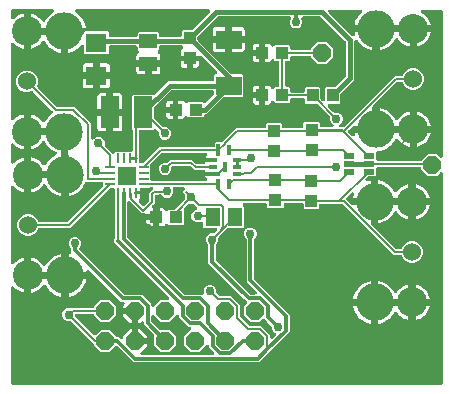
<source format=gbr>
G04 EAGLE Gerber X2 export*
%TF.Part,Single*%
%TF.FileFunction,Copper,L2,Bot,Mixed*%
%TF.FilePolarity,Positive*%
%TF.GenerationSoftware,Autodesk,EAGLE,9.1.0*%
%TF.CreationDate,2018-08-06T08:45:10Z*%
G75*
%MOMM*%
%FSLAX34Y34*%
%LPD*%
%AMOC8*
5,1,8,0,0,1.08239X$1,22.5*%
G01*
%ADD10R,1.600000X2.700000*%
%ADD11R,1.000000X1.100000*%
%ADD12R,1.100000X1.000000*%
%ADD13R,1.800000X1.600000*%
%ADD14R,1.500000X1.300000*%
%ADD15R,2.200000X1.600000*%
%ADD16P,1.649562X8X292.500000*%
%ADD17P,1.649562X8X22.500000*%
%ADD18P,1.649562X8X202.500000*%
%ADD19R,0.300000X0.900000*%
%ADD20R,0.300000X1.000000*%
%ADD21R,0.300000X0.950000*%
%ADD22R,0.700000X0.300000*%
%ADD23R,1.300000X1.500000*%
%ADD24R,0.809800X0.250000*%
%ADD25R,0.250000X0.809800*%
%ADD26R,1.500000X1.550000*%
%ADD27R,0.956400X0.472500*%
%ADD28C,1.524000*%
%ADD29C,2.540000*%
%ADD30C,3.175000*%
%ADD31C,0.304800*%
%ADD32C,0.756400*%
%ADD33C,0.200000*%
%ADD34C,0.152400*%
%ADD35C,0.406400*%
%ADD36C,0.254000*%

G36*
X375573Y323222D02*
X375573Y323222D01*
X375600Y323225D01*
X375627Y323223D01*
X375773Y323245D01*
X375920Y323262D01*
X375945Y323271D01*
X375972Y323275D01*
X376109Y323330D01*
X376248Y323380D01*
X376271Y323395D01*
X376296Y323405D01*
X376417Y323489D01*
X376541Y323569D01*
X376559Y323588D01*
X376582Y323604D01*
X376681Y323714D01*
X376783Y323819D01*
X376797Y323843D01*
X376815Y323863D01*
X376886Y323992D01*
X376962Y324119D01*
X376970Y324144D01*
X376983Y324168D01*
X377023Y324310D01*
X377068Y324451D01*
X377070Y324477D01*
X377077Y324504D01*
X377097Y324747D01*
X376897Y501541D01*
X376885Y501640D01*
X376884Y501739D01*
X376865Y501812D01*
X376857Y501887D01*
X376823Y501981D01*
X376799Y502077D01*
X376764Y502144D01*
X376739Y502215D01*
X376685Y502299D01*
X376639Y502387D01*
X376590Y502445D01*
X376550Y502508D01*
X376478Y502577D01*
X376413Y502653D01*
X376353Y502697D01*
X376299Y502750D01*
X376213Y502801D01*
X376133Y502860D01*
X376064Y502890D01*
X375999Y502928D01*
X375904Y502958D01*
X375813Y502998D01*
X375739Y503011D01*
X375667Y503034D01*
X375568Y503042D01*
X375470Y503059D01*
X375395Y503056D01*
X375320Y503062D01*
X375221Y503047D01*
X375122Y503042D01*
X375050Y503021D01*
X374975Y503009D01*
X374883Y502973D01*
X374787Y502945D01*
X374721Y502908D01*
X374652Y502880D01*
X374570Y502824D01*
X374483Y502775D01*
X374405Y502709D01*
X374366Y502681D01*
X374342Y502655D01*
X374297Y502616D01*
X371589Y499908D01*
X364013Y499908D01*
X358656Y505265D01*
X358656Y506176D01*
X358653Y506202D01*
X358655Y506228D01*
X358633Y506375D01*
X358616Y506522D01*
X358607Y506547D01*
X358603Y506573D01*
X358549Y506710D01*
X358499Y506850D01*
X358484Y506872D01*
X358475Y506896D01*
X358390Y507018D01*
X358310Y507143D01*
X358291Y507161D01*
X358276Y507183D01*
X358166Y507282D01*
X358059Y507385D01*
X358036Y507398D01*
X358017Y507416D01*
X357887Y507488D01*
X357760Y507564D01*
X357735Y507572D01*
X357712Y507585D01*
X357569Y507625D01*
X357428Y507670D01*
X357402Y507672D01*
X357377Y507679D01*
X357133Y507699D01*
X328507Y507699D01*
X328382Y507684D01*
X328255Y507678D01*
X328209Y507665D01*
X328161Y507659D01*
X328042Y507616D01*
X327921Y507581D01*
X327878Y507558D01*
X327833Y507542D01*
X327727Y507473D01*
X327705Y507461D01*
X321792Y507461D01*
X321766Y507458D01*
X321740Y507460D01*
X321593Y507438D01*
X321446Y507421D01*
X321421Y507412D01*
X321395Y507408D01*
X321257Y507354D01*
X321117Y507304D01*
X321095Y507289D01*
X321071Y507280D01*
X320949Y507195D01*
X320825Y507115D01*
X320806Y507096D01*
X320785Y507081D01*
X320686Y506971D01*
X320582Y506864D01*
X320569Y506841D01*
X320551Y506822D01*
X320480Y506692D01*
X320404Y506565D01*
X320396Y506540D01*
X320383Y506517D01*
X320343Y506374D01*
X320297Y506233D01*
X320295Y506207D01*
X320288Y506181D01*
X320269Y505938D01*
X320269Y500492D01*
X319375Y499598D01*
X313939Y499598D01*
X313814Y499584D01*
X313688Y499577D01*
X313641Y499564D01*
X313593Y499559D01*
X313474Y499516D01*
X313353Y499481D01*
X313311Y499457D01*
X313265Y499441D01*
X313159Y499372D01*
X313049Y499311D01*
X313002Y499271D01*
X312972Y499252D01*
X312939Y499217D01*
X312862Y499152D01*
X311659Y497948D01*
X311627Y497909D01*
X311590Y497875D01*
X311519Y497773D01*
X311442Y497675D01*
X311420Y497630D01*
X311392Y497588D01*
X311346Y497473D01*
X311293Y497360D01*
X311282Y497311D01*
X311264Y497264D01*
X311246Y497141D01*
X311220Y497020D01*
X311220Y496969D01*
X311213Y496919D01*
X311223Y496795D01*
X311226Y496671D01*
X311238Y496622D01*
X311242Y496572D01*
X311280Y496454D01*
X311311Y496333D01*
X311334Y496288D01*
X311349Y496240D01*
X311413Y496134D01*
X311470Y496023D01*
X311503Y495985D01*
X311529Y495942D01*
X311616Y495853D01*
X311696Y495758D01*
X311737Y495728D01*
X311772Y495692D01*
X311877Y495625D01*
X311976Y495551D01*
X312023Y495531D01*
X312065Y495504D01*
X312182Y495462D01*
X312296Y495413D01*
X312346Y495404D01*
X312394Y495387D01*
X312517Y495373D01*
X312639Y495351D01*
X312690Y495354D01*
X312740Y495348D01*
X312863Y495363D01*
X312907Y495365D01*
X312911Y495365D01*
X312913Y495365D01*
X312987Y495369D01*
X313036Y495383D01*
X313086Y495389D01*
X313143Y495407D01*
X313151Y495409D01*
X315580Y496060D01*
X316133Y496132D01*
X316133Y481006D01*
X301007Y481006D01*
X301079Y481559D01*
X301730Y483988D01*
X301738Y484042D01*
X301771Y484155D01*
X301773Y484206D01*
X301784Y484255D01*
X301782Y484379D01*
X301788Y484503D01*
X301779Y484553D01*
X301778Y484604D01*
X301747Y484724D01*
X301725Y484846D01*
X301705Y484893D01*
X301693Y484942D01*
X301636Y485052D01*
X301586Y485166D01*
X301556Y485206D01*
X301533Y485251D01*
X301453Y485346D01*
X301379Y485446D01*
X301340Y485478D01*
X301307Y485517D01*
X301207Y485591D01*
X301113Y485671D01*
X301068Y485694D01*
X301027Y485724D01*
X300913Y485773D01*
X300802Y485830D01*
X300753Y485842D01*
X300707Y485862D01*
X300585Y485884D01*
X300464Y485914D01*
X300414Y485915D01*
X300364Y485924D01*
X300240Y485917D01*
X300116Y485919D01*
X300066Y485908D01*
X300016Y485906D01*
X299897Y485871D01*
X299775Y485845D01*
X299730Y485823D01*
X299681Y485809D01*
X299573Y485749D01*
X299461Y485695D01*
X299421Y485664D01*
X299377Y485639D01*
X299191Y485481D01*
X299188Y485478D01*
X295277Y481567D01*
X295261Y481546D01*
X295241Y481529D01*
X295152Y481410D01*
X295060Y481294D01*
X295049Y481270D01*
X295033Y481249D01*
X294975Y481113D01*
X294911Y480979D01*
X294906Y480953D01*
X294895Y480929D01*
X294869Y480783D01*
X294838Y480638D01*
X294838Y480612D01*
X294834Y480586D01*
X294841Y480437D01*
X294844Y480290D01*
X294850Y480264D01*
X294852Y480238D01*
X294893Y480096D01*
X294929Y479952D01*
X294941Y479928D01*
X294948Y479903D01*
X295021Y479774D01*
X295089Y479642D01*
X295106Y479622D01*
X295118Y479599D01*
X295277Y479413D01*
X299332Y475358D01*
X299431Y475279D01*
X299524Y475195D01*
X299567Y475171D01*
X299605Y475141D01*
X299719Y475087D01*
X299829Y475026D01*
X299876Y475013D01*
X299920Y474992D01*
X300043Y474966D01*
X300165Y474931D01*
X300226Y474926D01*
X300260Y474919D01*
X300308Y474920D01*
X300409Y474912D01*
X316133Y474912D01*
X316133Y459188D01*
X316147Y459062D01*
X316154Y458936D01*
X316167Y458889D01*
X316173Y458841D01*
X316215Y458722D01*
X316250Y458601D01*
X316274Y458559D01*
X316290Y458513D01*
X316359Y458407D01*
X316421Y458297D01*
X316460Y458250D01*
X316479Y458220D01*
X316514Y458187D01*
X316579Y458110D01*
X336543Y438147D01*
X336642Y438068D01*
X336735Y437984D01*
X336778Y437960D01*
X336816Y437930D01*
X336930Y437876D01*
X337041Y437815D01*
X337087Y437802D01*
X337131Y437781D01*
X337254Y437755D01*
X337376Y437720D01*
X337437Y437715D01*
X337471Y437708D01*
X337519Y437709D01*
X337620Y437701D01*
X340707Y437701D01*
X340783Y437709D01*
X340860Y437708D01*
X340956Y437729D01*
X341054Y437741D01*
X341125Y437766D01*
X341200Y437783D01*
X341289Y437825D01*
X341382Y437858D01*
X341446Y437900D01*
X341515Y437932D01*
X341592Y437994D01*
X341674Y438047D01*
X341728Y438102D01*
X341787Y438150D01*
X341848Y438227D01*
X341917Y438298D01*
X341956Y438363D01*
X342003Y438423D01*
X342071Y438556D01*
X342095Y438597D01*
X342101Y438615D01*
X342115Y438641D01*
X342924Y440594D01*
X345496Y443166D01*
X348857Y444559D01*
X352495Y444559D01*
X355856Y443166D01*
X358429Y440594D01*
X359821Y437233D01*
X359821Y433595D01*
X358429Y430234D01*
X355856Y427661D01*
X352495Y426269D01*
X348857Y426269D01*
X345496Y427661D01*
X342924Y430234D01*
X342115Y432187D01*
X342077Y432254D01*
X342049Y432325D01*
X341993Y432405D01*
X341945Y432492D01*
X341894Y432548D01*
X341850Y432611D01*
X341777Y432677D01*
X341711Y432750D01*
X341648Y432793D01*
X341592Y432844D01*
X341505Y432892D01*
X341424Y432948D01*
X341353Y432976D01*
X341287Y433013D01*
X341192Y433040D01*
X341100Y433076D01*
X341025Y433087D01*
X340951Y433108D01*
X340802Y433120D01*
X340755Y433126D01*
X340736Y433125D01*
X340707Y433127D01*
X335094Y433127D01*
X292270Y475951D01*
X292171Y476030D01*
X292078Y476114D01*
X292035Y476138D01*
X291997Y476168D01*
X291883Y476222D01*
X291773Y476283D01*
X291726Y476296D01*
X291682Y476317D01*
X291559Y476343D01*
X291437Y476378D01*
X291376Y476383D01*
X291342Y476390D01*
X291294Y476389D01*
X291193Y476397D01*
X273484Y476397D01*
X273458Y476394D01*
X273432Y476396D01*
X273285Y476374D01*
X273138Y476357D01*
X273113Y476349D01*
X273087Y476345D01*
X272949Y476290D01*
X272809Y476240D01*
X272787Y476226D01*
X272763Y476216D01*
X272642Y476131D01*
X272517Y476051D01*
X272498Y476032D01*
X272477Y476017D01*
X272378Y475907D01*
X272274Y475800D01*
X272261Y475778D01*
X272243Y475758D01*
X272172Y475628D01*
X272096Y475501D01*
X272088Y475476D01*
X272075Y475453D01*
X272035Y475310D01*
X271989Y475169D01*
X271987Y475143D01*
X271980Y475118D01*
X271961Y474874D01*
X271961Y472552D01*
X271067Y471659D01*
X259804Y471659D01*
X258911Y472552D01*
X258911Y475381D01*
X258908Y475407D01*
X258910Y475433D01*
X258888Y475580D01*
X258871Y475727D01*
X258862Y475752D01*
X258858Y475778D01*
X258804Y475916D01*
X258754Y476055D01*
X258739Y476077D01*
X258730Y476102D01*
X258645Y476223D01*
X258565Y476348D01*
X258546Y476366D01*
X258531Y476388D01*
X258421Y476487D01*
X258314Y476590D01*
X258291Y476604D01*
X258272Y476621D01*
X258142Y476693D01*
X258015Y476769D01*
X257990Y476777D01*
X257967Y476790D01*
X257824Y476830D01*
X257683Y476875D01*
X257657Y476878D01*
X257632Y476885D01*
X257388Y476904D01*
X243540Y476904D01*
X243514Y476901D01*
X243488Y476903D01*
X243341Y476881D01*
X243194Y476864D01*
X243170Y476856D01*
X243144Y476852D01*
X243006Y476797D01*
X242866Y476747D01*
X242844Y476733D01*
X242820Y476723D01*
X242698Y476638D01*
X242573Y476558D01*
X242555Y476539D01*
X242533Y476524D01*
X242434Y476414D01*
X242331Y476307D01*
X242318Y476285D01*
X242300Y476265D01*
X242228Y476135D01*
X242152Y476008D01*
X242144Y475983D01*
X242132Y475960D01*
X242091Y475817D01*
X242046Y475676D01*
X242044Y475650D01*
X242037Y475625D01*
X242017Y475381D01*
X242017Y473559D01*
X241124Y472666D01*
X228861Y472666D01*
X227968Y473559D01*
X227968Y475381D01*
X227965Y475407D01*
X227967Y475433D01*
X227945Y475580D01*
X227928Y475727D01*
X227919Y475752D01*
X227915Y475778D01*
X227860Y475916D01*
X227810Y476055D01*
X227796Y476077D01*
X227786Y476102D01*
X227702Y476223D01*
X227621Y476348D01*
X227602Y476366D01*
X227587Y476388D01*
X227478Y476487D01*
X227371Y476590D01*
X227348Y476604D01*
X227329Y476621D01*
X227199Y476693D01*
X227072Y476769D01*
X227047Y476777D01*
X227024Y476790D01*
X226881Y476830D01*
X226740Y476875D01*
X226713Y476878D01*
X226688Y476885D01*
X226444Y476904D01*
X208665Y476904D01*
X208565Y476893D01*
X208464Y476891D01*
X208392Y476873D01*
X208318Y476864D01*
X208224Y476831D01*
X208126Y476806D01*
X208060Y476772D01*
X207990Y476747D01*
X207906Y476692D01*
X207817Y476646D01*
X207760Y476598D01*
X207698Y476558D01*
X207628Y476486D01*
X207551Y476421D01*
X207507Y476361D01*
X207455Y476307D01*
X207404Y476221D01*
X207344Y476140D01*
X207315Y476072D01*
X207276Y476008D01*
X207246Y475913D01*
X207206Y475820D01*
X207193Y475747D01*
X207170Y475676D01*
X207162Y475576D01*
X207144Y475477D01*
X207148Y475403D01*
X207142Y475329D01*
X207157Y475230D01*
X207162Y475129D01*
X207183Y475058D01*
X207194Y474984D01*
X207231Y474891D01*
X207259Y474794D01*
X207295Y474729D01*
X207323Y474660D01*
X207380Y474578D01*
X207429Y474490D01*
X207494Y474414D01*
X207522Y474374D01*
X207548Y474350D01*
X207588Y474304D01*
X208821Y473070D01*
X208821Y456823D01*
X208839Y456675D01*
X208851Y456524D01*
X208859Y456501D01*
X208861Y456477D01*
X208912Y456336D01*
X208958Y456193D01*
X208971Y456172D01*
X208979Y456149D01*
X209061Y456022D01*
X209138Y455894D01*
X209155Y455877D01*
X209168Y455856D01*
X209276Y455752D01*
X209381Y455644D01*
X209401Y455631D01*
X209418Y455614D01*
X209548Y455537D01*
X209674Y455456D01*
X209697Y455448D01*
X209718Y455435D01*
X209861Y455390D01*
X210002Y455339D01*
X210026Y455336D01*
X210049Y455329D01*
X210199Y455317D01*
X210349Y455300D01*
X210373Y455303D01*
X210397Y455301D01*
X210546Y455323D01*
X210695Y455341D01*
X210723Y455350D01*
X210742Y455353D01*
X210786Y455370D01*
X210928Y455416D01*
X212754Y456173D01*
X214865Y456173D01*
X216815Y455365D01*
X218308Y453872D01*
X219116Y451921D01*
X219116Y449810D01*
X218308Y447860D01*
X217304Y446856D01*
X217226Y446757D01*
X217141Y446663D01*
X217118Y446621D01*
X217088Y446583D01*
X217034Y446469D01*
X216973Y446358D01*
X216959Y446311D01*
X216939Y446268D01*
X216912Y446144D01*
X216878Y446023D01*
X216873Y445962D01*
X216865Y445927D01*
X216866Y445879D01*
X216858Y445779D01*
X216858Y413243D01*
X216873Y413117D01*
X216879Y412991D01*
X216892Y412944D01*
X216898Y412896D01*
X216941Y412777D01*
X216976Y412656D01*
X216999Y412614D01*
X217015Y412568D01*
X217084Y412462D01*
X217146Y412352D01*
X217185Y412306D01*
X217205Y412276D01*
X217239Y412242D01*
X217304Y412166D01*
X246961Y382508D01*
X246961Y367498D01*
X221501Y342038D01*
X115169Y342038D01*
X101422Y355784D01*
X101402Y355801D01*
X101385Y355821D01*
X101265Y355909D01*
X101149Y356001D01*
X101126Y356012D01*
X101105Y356028D01*
X100968Y356087D01*
X100834Y356150D01*
X100809Y356155D01*
X100785Y356166D01*
X100638Y356192D01*
X100494Y356223D01*
X100468Y356223D01*
X100442Y356228D01*
X100293Y356220D01*
X100145Y356217D01*
X100120Y356211D01*
X100094Y356210D01*
X99951Y356169D01*
X99807Y356132D01*
X99784Y356120D01*
X99759Y356113D01*
X99629Y356041D01*
X99497Y355973D01*
X99477Y355956D01*
X99455Y355943D01*
X99268Y355784D01*
X94666Y351182D01*
X87090Y351182D01*
X81730Y356543D01*
X81719Y356639D01*
X81713Y356765D01*
X81699Y356811D01*
X81694Y356859D01*
X81651Y356978D01*
X81616Y357100D01*
X81593Y357142D01*
X81576Y357187D01*
X81508Y357293D01*
X81446Y357404D01*
X81407Y357450D01*
X81387Y357480D01*
X81352Y357514D01*
X81287Y357590D01*
X62198Y376679D01*
X62099Y376758D01*
X62005Y376842D01*
X61963Y376866D01*
X61925Y376896D01*
X61811Y376950D01*
X61700Y377011D01*
X61654Y377024D01*
X61610Y377045D01*
X61487Y377071D01*
X61365Y377106D01*
X61304Y377111D01*
X61269Y377118D01*
X61221Y377117D01*
X61121Y377125D01*
X58960Y377125D01*
X57010Y377933D01*
X55517Y379426D01*
X54709Y381377D01*
X54709Y383488D01*
X55517Y385438D01*
X57010Y386931D01*
X58960Y387739D01*
X61121Y387739D01*
X61247Y387753D01*
X61373Y387760D01*
X61419Y387773D01*
X61467Y387779D01*
X61586Y387821D01*
X61708Y387856D01*
X61750Y387880D01*
X61795Y387896D01*
X61902Y387965D01*
X62012Y388027D01*
X62058Y388066D01*
X62088Y388085D01*
X62122Y388120D01*
X62198Y388185D01*
X62265Y388252D01*
X80210Y388252D01*
X80236Y388255D01*
X80263Y388253D01*
X80409Y388275D01*
X80557Y388292D01*
X80581Y388301D01*
X80607Y388304D01*
X80745Y388359D01*
X80885Y388409D01*
X80907Y388423D01*
X80931Y388433D01*
X81053Y388518D01*
X81177Y388598D01*
X81196Y388617D01*
X81217Y388632D01*
X81316Y388742D01*
X81420Y388849D01*
X81433Y388871D01*
X81451Y388891D01*
X81522Y389021D01*
X81598Y389148D01*
X81606Y389173D01*
X81619Y389196D01*
X81660Y389339D01*
X81705Y389480D01*
X81705Y389487D01*
X87090Y394872D01*
X94666Y394872D01*
X100023Y389515D01*
X100023Y381939D01*
X94666Y376582D01*
X87090Y376582D01*
X81700Y381973D01*
X81694Y382025D01*
X81685Y382050D01*
X81681Y382076D01*
X81626Y382214D01*
X81576Y382353D01*
X81562Y382376D01*
X81552Y382400D01*
X81468Y382521D01*
X81387Y382646D01*
X81368Y382665D01*
X81353Y382686D01*
X81243Y382785D01*
X81137Y382888D01*
X81114Y382902D01*
X81095Y382919D01*
X80965Y382991D01*
X80837Y383067D01*
X80813Y383075D01*
X80790Y383088D01*
X80647Y383128D01*
X80506Y383173D01*
X80479Y383176D01*
X80454Y383183D01*
X80210Y383202D01*
X66846Y383202D01*
X66820Y383199D01*
X66794Y383201D01*
X66647Y383179D01*
X66500Y383162D01*
X66475Y383154D01*
X66449Y383150D01*
X66311Y383095D01*
X66172Y383045D01*
X66149Y383031D01*
X66125Y383021D01*
X66004Y382937D01*
X65879Y382856D01*
X65860Y382837D01*
X65839Y382822D01*
X65740Y382712D01*
X65637Y382605D01*
X65623Y382583D01*
X65605Y382563D01*
X65533Y382433D01*
X65458Y382306D01*
X65450Y382281D01*
X65437Y382258D01*
X65397Y382115D01*
X65351Y381974D01*
X65349Y381948D01*
X65342Y381923D01*
X65323Y381679D01*
X65323Y381327D01*
X65337Y381201D01*
X65344Y381075D01*
X65357Y381029D01*
X65362Y380981D01*
X65405Y380862D01*
X65440Y380740D01*
X65464Y380698D01*
X65480Y380653D01*
X65549Y380546D01*
X65610Y380436D01*
X65650Y380390D01*
X65669Y380360D01*
X65704Y380326D01*
X65769Y380250D01*
X80741Y365277D01*
X80762Y365261D01*
X80779Y365241D01*
X80898Y365152D01*
X81014Y365060D01*
X81038Y365049D01*
X81059Y365034D01*
X81195Y364975D01*
X81330Y364911D01*
X81355Y364906D01*
X81379Y364896D01*
X81526Y364869D01*
X81670Y364838D01*
X81696Y364839D01*
X81722Y364834D01*
X81871Y364842D01*
X82019Y364844D01*
X82044Y364850D01*
X82070Y364852D01*
X82213Y364893D01*
X82357Y364929D01*
X82380Y364941D01*
X82405Y364948D01*
X82535Y365021D01*
X82667Y365089D01*
X82687Y365106D01*
X82709Y365119D01*
X82896Y365277D01*
X87090Y369472D01*
X94666Y369472D01*
X100316Y363822D01*
X100415Y363743D01*
X100509Y363659D01*
X100551Y363635D01*
X100589Y363605D01*
X100703Y363551D01*
X100814Y363490D01*
X100860Y363477D01*
X100904Y363456D01*
X101028Y363430D01*
X101149Y363395D01*
X101210Y363391D01*
X101245Y363383D01*
X101293Y363384D01*
X101393Y363376D01*
X102454Y363376D01*
X103517Y362313D01*
X103596Y362250D01*
X103668Y362181D01*
X103732Y362142D01*
X103790Y362096D01*
X103881Y362053D01*
X103967Y362002D01*
X104038Y361979D01*
X104105Y361947D01*
X104203Y361926D01*
X104299Y361895D01*
X104373Y361890D01*
X104446Y361874D01*
X104546Y361876D01*
X104647Y361868D01*
X104720Y361879D01*
X104794Y361880D01*
X104892Y361904D01*
X104991Y361919D01*
X105060Y361947D01*
X105132Y361965D01*
X105222Y362011D01*
X105315Y362048D01*
X105376Y362090D01*
X105442Y362124D01*
X105519Y362190D01*
X105601Y362247D01*
X105651Y362302D01*
X105708Y362350D01*
X105767Y362431D01*
X105835Y362506D01*
X105871Y362571D01*
X105915Y362631D01*
X105955Y362723D01*
X106003Y362811D01*
X106023Y362882D01*
X106053Y362951D01*
X106071Y363049D01*
X106098Y363146D01*
X106106Y363246D01*
X106115Y363294D01*
X106113Y363329D01*
X106118Y363390D01*
X106118Y364536D01*
X112070Y370488D01*
X113739Y370488D01*
X113739Y361343D01*
X113742Y361317D01*
X113740Y361291D01*
X113762Y361144D01*
X113779Y360997D01*
X113788Y360972D01*
X113792Y360946D01*
X113846Y360809D01*
X113896Y360669D01*
X113911Y360647D01*
X113920Y360623D01*
X114005Y360501D01*
X114085Y360376D01*
X114104Y360358D01*
X114119Y360336D01*
X114229Y360237D01*
X114336Y360134D01*
X114359Y360121D01*
X114378Y360103D01*
X114508Y360031D01*
X114635Y359955D01*
X114660Y359947D01*
X114683Y359934D01*
X114826Y359894D01*
X114967Y359849D01*
X114993Y359847D01*
X115018Y359840D01*
X115262Y359820D01*
X115771Y359820D01*
X115771Y359311D01*
X115774Y359285D01*
X115772Y359259D01*
X115794Y359112D01*
X115811Y358965D01*
X115820Y358940D01*
X115824Y358914D01*
X115879Y358776D01*
X115929Y358637D01*
X115943Y358615D01*
X115953Y358590D01*
X116037Y358469D01*
X116118Y358344D01*
X116137Y358326D01*
X116152Y358304D01*
X116261Y358205D01*
X116368Y358102D01*
X116391Y358088D01*
X116410Y358071D01*
X116540Y357999D01*
X116667Y357923D01*
X116692Y357915D01*
X116715Y357902D01*
X116858Y357862D01*
X116999Y357817D01*
X117025Y357815D01*
X117051Y357807D01*
X117295Y357788D01*
X126439Y357788D01*
X126439Y356118D01*
X121057Y350736D01*
X120994Y350658D01*
X120925Y350585D01*
X120886Y350521D01*
X120840Y350463D01*
X120797Y350372D01*
X120746Y350286D01*
X120723Y350215D01*
X120691Y350148D01*
X120670Y350050D01*
X120639Y349954D01*
X120633Y349880D01*
X120618Y349807D01*
X120620Y349707D01*
X120611Y349607D01*
X120623Y349533D01*
X120624Y349459D01*
X120648Y349362D01*
X120663Y349262D01*
X120691Y349193D01*
X120709Y349121D01*
X120755Y349031D01*
X120792Y348938D01*
X120834Y348877D01*
X120868Y348811D01*
X120934Y348734D01*
X120991Y348652D01*
X121046Y348602D01*
X121094Y348546D01*
X121175Y348486D01*
X121250Y348419D01*
X121315Y348383D01*
X121375Y348338D01*
X121467Y348299D01*
X121555Y348250D01*
X121626Y348230D01*
X121695Y348200D01*
X121793Y348183D01*
X121890Y348155D01*
X121990Y348147D01*
X122038Y348139D01*
X122073Y348141D01*
X122134Y348136D01*
X181594Y348136D01*
X181694Y348147D01*
X181794Y348149D01*
X181866Y348167D01*
X181940Y348176D01*
X182034Y348209D01*
X182132Y348234D01*
X182198Y348268D01*
X182268Y348293D01*
X182352Y348348D01*
X182442Y348394D01*
X182498Y348442D01*
X182561Y348482D01*
X182631Y348554D01*
X182707Y348619D01*
X182751Y348679D01*
X182803Y348733D01*
X182855Y348819D01*
X182914Y348900D01*
X182944Y348968D01*
X182982Y349032D01*
X183012Y349128D01*
X183052Y349220D01*
X183065Y349293D01*
X183088Y349364D01*
X183096Y349464D01*
X183114Y349563D01*
X183110Y349637D01*
X183116Y349711D01*
X183101Y349811D01*
X183096Y349911D01*
X183075Y349982D01*
X183064Y350056D01*
X183027Y350149D01*
X182999Y350246D01*
X182963Y350311D01*
X182936Y350380D01*
X182878Y350462D01*
X182829Y350550D01*
X182764Y350626D01*
X182737Y350666D01*
X182710Y350690D01*
X182671Y350736D01*
X180994Y352413D01*
X180993Y352413D01*
X178762Y354645D01*
X178762Y355400D01*
X178750Y355500D01*
X178748Y355600D01*
X178730Y355673D01*
X178722Y355746D01*
X178688Y355841D01*
X178663Y355938D01*
X178629Y356005D01*
X178604Y356075D01*
X178550Y356159D01*
X178504Y356248D01*
X178455Y356305D01*
X178415Y356367D01*
X178343Y356437D01*
X178278Y356514D01*
X178218Y356558D01*
X178164Y356610D01*
X178078Y356661D01*
X177998Y356721D01*
X177929Y356750D01*
X177865Y356788D01*
X177770Y356819D01*
X177678Y356859D01*
X177604Y356872D01*
X177533Y356895D01*
X177433Y356903D01*
X177335Y356920D01*
X177260Y356917D01*
X177186Y356923D01*
X177087Y356908D01*
X176986Y356903D01*
X176915Y356882D01*
X176841Y356871D01*
X176748Y356834D01*
X176652Y356806D01*
X176587Y356770D01*
X176518Y356742D01*
X176435Y356685D01*
X176347Y356636D01*
X176271Y356571D01*
X176231Y356543D01*
X176208Y356517D01*
X176161Y356477D01*
X170866Y351182D01*
X163290Y351182D01*
X157934Y356539D01*
X157934Y364115D01*
X163229Y369410D01*
X163291Y369488D01*
X163361Y369561D01*
X163399Y369625D01*
X163445Y369683D01*
X163488Y369774D01*
X163540Y369860D01*
X163562Y369931D01*
X163594Y369998D01*
X163615Y370096D01*
X163646Y370192D01*
X163652Y370266D01*
X163667Y370339D01*
X163666Y370439D01*
X163674Y370539D01*
X163663Y370613D01*
X163661Y370687D01*
X163637Y370784D01*
X163622Y370884D01*
X163595Y370953D01*
X163576Y371025D01*
X163530Y371115D01*
X163493Y371208D01*
X163451Y371269D01*
X163417Y371335D01*
X163352Y371412D01*
X163294Y371494D01*
X163239Y371544D01*
X163191Y371600D01*
X163110Y371660D01*
X163036Y371727D01*
X162971Y371763D01*
X162911Y371808D01*
X162819Y371847D01*
X162731Y371896D01*
X162659Y371916D01*
X162591Y371946D01*
X162492Y371963D01*
X162395Y371991D01*
X162295Y371999D01*
X162248Y372007D01*
X162212Y372005D01*
X162151Y372010D01*
X161397Y372010D01*
X153362Y380045D01*
X153362Y380800D01*
X153350Y380900D01*
X153348Y381000D01*
X153330Y381073D01*
X153322Y381146D01*
X153288Y381241D01*
X153263Y381338D01*
X153229Y381405D01*
X153204Y381475D01*
X153150Y381559D01*
X153104Y381648D01*
X153055Y381705D01*
X153015Y381767D01*
X152943Y381837D01*
X152878Y381914D01*
X152818Y381958D01*
X152764Y382010D01*
X152678Y382061D01*
X152598Y382121D01*
X152529Y382150D01*
X152465Y382188D01*
X152370Y382219D01*
X152278Y382259D01*
X152204Y382272D01*
X152133Y382295D01*
X152033Y382303D01*
X151935Y382320D01*
X151860Y382317D01*
X151786Y382323D01*
X151687Y382308D01*
X151586Y382303D01*
X151515Y382282D01*
X151441Y382271D01*
X151348Y382234D01*
X151252Y382206D01*
X151187Y382170D01*
X151118Y382142D01*
X151035Y382085D01*
X150947Y382036D01*
X150871Y381971D01*
X150831Y381943D01*
X150808Y381917D01*
X150761Y381877D01*
X145466Y376582D01*
X137890Y376582D01*
X132595Y381877D01*
X132517Y381940D01*
X132445Y382010D01*
X132381Y382048D01*
X132322Y382094D01*
X132232Y382137D01*
X132145Y382188D01*
X132075Y382211D01*
X132007Y382243D01*
X131909Y382264D01*
X131814Y382295D01*
X131739Y382301D01*
X131667Y382316D01*
X131566Y382315D01*
X131466Y382323D01*
X131393Y382312D01*
X131318Y382310D01*
X131221Y382286D01*
X131122Y382271D01*
X131052Y382243D01*
X130980Y382225D01*
X130891Y382179D01*
X130798Y382142D01*
X130737Y382100D01*
X130670Y382066D01*
X130594Y382000D01*
X130511Y381943D01*
X130462Y381888D01*
X130405Y381840D01*
X130345Y381759D01*
X130278Y381684D01*
X130242Y381619D01*
X130198Y381560D01*
X130158Y381467D01*
X130110Y381379D01*
X130089Y381308D01*
X130060Y381240D01*
X130042Y381141D01*
X130015Y381044D01*
X130007Y380944D01*
X129998Y380897D01*
X130000Y380861D01*
X129995Y380800D01*
X129995Y376953D01*
X130010Y376827D01*
X130016Y376701D01*
X130029Y376655D01*
X130035Y376607D01*
X130078Y376488D01*
X130113Y376366D01*
X130136Y376324D01*
X130152Y376278D01*
X130221Y376172D01*
X130283Y376062D01*
X130322Y376016D01*
X130342Y375986D01*
X130376Y375952D01*
X130441Y375876D01*
X136399Y369918D01*
X136498Y369839D01*
X136592Y369755D01*
X136634Y369731D01*
X136672Y369701D01*
X136786Y369647D01*
X136897Y369586D01*
X136943Y369573D01*
X136987Y369552D01*
X137110Y369526D01*
X137232Y369491D01*
X137293Y369487D01*
X137328Y369479D01*
X137376Y369480D01*
X137476Y369472D01*
X145466Y369472D01*
X150823Y364115D01*
X150823Y356539D01*
X145466Y351182D01*
X137890Y351182D01*
X132534Y356539D01*
X132534Y364529D01*
X132519Y364655D01*
X132513Y364781D01*
X132499Y364828D01*
X132494Y364876D01*
X132451Y364995D01*
X132416Y365116D01*
X132393Y365158D01*
X132376Y365204D01*
X132308Y365310D01*
X132246Y365420D01*
X132207Y365466D01*
X132187Y365496D01*
X132152Y365530D01*
X132087Y365606D01*
X126130Y371564D01*
X123898Y373796D01*
X123898Y375300D01*
X123886Y375399D01*
X123884Y375500D01*
X123866Y375572D01*
X123858Y375646D01*
X123824Y375740D01*
X123799Y375838D01*
X123765Y375904D01*
X123740Y375974D01*
X123686Y376058D01*
X123640Y376148D01*
X123592Y376204D01*
X123551Y376267D01*
X123479Y376336D01*
X123414Y376413D01*
X123354Y376457D01*
X123301Y376509D01*
X123214Y376560D01*
X123134Y376620D01*
X123065Y376650D01*
X123002Y376688D01*
X122906Y376718D01*
X122814Y376758D01*
X122740Y376771D01*
X122670Y376794D01*
X122570Y376802D01*
X122471Y376820D01*
X122396Y376816D01*
X122322Y376822D01*
X122223Y376807D01*
X122123Y376802D01*
X122051Y376781D01*
X121978Y376770D01*
X121884Y376733D01*
X121788Y376705D01*
X121723Y376669D01*
X121654Y376641D01*
X121571Y376584D01*
X121484Y376535D01*
X121407Y376470D01*
X121368Y376443D01*
X121344Y376416D01*
X121297Y376377D01*
X120487Y375566D01*
X118818Y375566D01*
X118818Y384711D01*
X118815Y384737D01*
X118817Y384763D01*
X118795Y384910D01*
X118778Y385057D01*
X118769Y385082D01*
X118765Y385108D01*
X118710Y385246D01*
X118660Y385385D01*
X118646Y385407D01*
X118636Y385432D01*
X118552Y385553D01*
X118471Y385678D01*
X118452Y385696D01*
X118437Y385718D01*
X118327Y385817D01*
X118221Y385920D01*
X118198Y385934D01*
X118179Y385951D01*
X118049Y386023D01*
X117921Y386099D01*
X117897Y386107D01*
X117874Y386120D01*
X117731Y386160D01*
X117590Y386205D01*
X117563Y386207D01*
X117538Y386215D01*
X117294Y386234D01*
X116785Y386234D01*
X116785Y386743D01*
X116782Y386769D01*
X116784Y386795D01*
X116762Y386942D01*
X116745Y387089D01*
X116737Y387114D01*
X116733Y387140D01*
X116678Y387278D01*
X116628Y387417D01*
X116614Y387440D01*
X116604Y387464D01*
X116520Y387585D01*
X116439Y387710D01*
X116420Y387729D01*
X116405Y387750D01*
X116295Y387849D01*
X116188Y387952D01*
X116166Y387966D01*
X116146Y387983D01*
X116016Y388055D01*
X115889Y388131D01*
X115864Y388139D01*
X115841Y388152D01*
X115698Y388192D01*
X115557Y388237D01*
X115531Y388240D01*
X115506Y388247D01*
X115262Y388266D01*
X106118Y388266D01*
X106118Y389936D01*
X106928Y390746D01*
X106990Y390825D01*
X107060Y390897D01*
X107098Y390961D01*
X107144Y391019D01*
X107187Y391110D01*
X107239Y391196D01*
X107262Y391267D01*
X107293Y391334D01*
X107314Y391432D01*
X107345Y391528D01*
X107351Y391602D01*
X107367Y391675D01*
X107365Y391775D01*
X107373Y391875D01*
X107362Y391949D01*
X107361Y392023D01*
X107336Y392121D01*
X107321Y392220D01*
X107294Y392289D01*
X107276Y392361D01*
X107230Y392451D01*
X107193Y392544D01*
X107150Y392605D01*
X107116Y392671D01*
X107051Y392748D01*
X106994Y392830D01*
X106939Y392880D01*
X106890Y392937D01*
X106809Y392996D01*
X106735Y393063D01*
X106670Y393099D01*
X106610Y393144D01*
X106518Y393183D01*
X106430Y393232D01*
X106358Y393252D01*
X106290Y393282D01*
X106191Y393299D01*
X106095Y393327D01*
X105995Y393335D01*
X105947Y393343D01*
X105911Y393342D01*
X105851Y393346D01*
X104347Y393346D01*
X102116Y395578D01*
X102115Y395578D01*
X77602Y420091D01*
X77582Y420107D01*
X77566Y420127D01*
X77446Y420216D01*
X77329Y420308D01*
X77306Y420319D01*
X77286Y420334D01*
X77149Y420393D01*
X77014Y420457D01*
X76989Y420462D01*
X76966Y420473D01*
X76819Y420499D01*
X76674Y420530D01*
X76648Y420530D01*
X76623Y420534D01*
X76473Y420527D01*
X76325Y420524D01*
X76300Y420518D01*
X76275Y420517D01*
X76132Y420476D01*
X75987Y420439D01*
X75964Y420428D01*
X75940Y420421D01*
X75810Y420348D01*
X75677Y420280D01*
X75658Y420263D01*
X75636Y420251D01*
X75525Y420150D01*
X75412Y420054D01*
X75397Y420033D01*
X75378Y420016D01*
X75293Y419893D01*
X75205Y419774D01*
X75195Y419750D01*
X75180Y419729D01*
X75126Y419591D01*
X75067Y419454D01*
X75062Y419428D01*
X75053Y419405D01*
X75032Y419258D01*
X75005Y419111D01*
X75006Y419085D01*
X75003Y419060D01*
X75012Y418874D01*
X59881Y418874D01*
X59881Y434000D01*
X60460Y433924D01*
X60586Y433922D01*
X60711Y433912D01*
X60759Y433919D01*
X60808Y433918D01*
X60931Y433945D01*
X61056Y433963D01*
X61101Y433982D01*
X61149Y433992D01*
X61263Y434046D01*
X61380Y434092D01*
X61420Y434120D01*
X61464Y434141D01*
X61562Y434219D01*
X61666Y434291D01*
X61698Y434328D01*
X61737Y434358D01*
X61815Y434457D01*
X61899Y434550D01*
X61923Y434593D01*
X61953Y434631D01*
X62007Y434745D01*
X62068Y434855D01*
X62081Y434902D01*
X62102Y434946D01*
X62128Y435069D01*
X62162Y435190D01*
X62167Y435252D01*
X62175Y435287D01*
X62174Y435335D01*
X62182Y435434D01*
X62182Y437743D01*
X62168Y437869D01*
X62161Y437995D01*
X62148Y438041D01*
X62142Y438089D01*
X62100Y438208D01*
X62065Y438330D01*
X62041Y438372D01*
X62025Y438418D01*
X61956Y438524D01*
X61894Y438634D01*
X61855Y438680D01*
X61836Y438710D01*
X61801Y438744D01*
X61736Y438820D01*
X60732Y439824D01*
X59924Y441775D01*
X59924Y443886D01*
X60732Y445836D01*
X62225Y447329D01*
X64175Y448137D01*
X66286Y448137D01*
X68237Y447329D01*
X69730Y445836D01*
X70537Y443886D01*
X70537Y441775D01*
X69730Y439824D01*
X69188Y439283D01*
X69172Y439262D01*
X69152Y439245D01*
X69064Y439126D01*
X68972Y439010D01*
X68960Y438986D01*
X68945Y438965D01*
X68886Y438829D01*
X68823Y438695D01*
X68817Y438669D01*
X68807Y438645D01*
X68780Y438499D01*
X68749Y438354D01*
X68750Y438328D01*
X68745Y438302D01*
X68753Y438154D01*
X68755Y438006D01*
X68762Y437980D01*
X68763Y437954D01*
X68804Y437812D01*
X68840Y437668D01*
X68852Y437644D01*
X68860Y437619D01*
X68932Y437490D01*
X69000Y437358D01*
X69017Y437338D01*
X69030Y437315D01*
X69188Y437129D01*
X106427Y399890D01*
X106526Y399811D01*
X106620Y399727D01*
X106662Y399703D01*
X106700Y399673D01*
X106814Y399619D01*
X106925Y399558D01*
X106971Y399545D01*
X107015Y399524D01*
X107138Y399498D01*
X107260Y399463D01*
X107321Y399459D01*
X107356Y399451D01*
X107404Y399452D01*
X107504Y399444D01*
X121960Y399444D01*
X124192Y397212D01*
X127763Y393641D01*
X129995Y391409D01*
X129995Y390654D01*
X130007Y390554D01*
X130008Y390454D01*
X130026Y390382D01*
X130035Y390308D01*
X130069Y390213D01*
X130093Y390116D01*
X130127Y390050D01*
X130152Y389980D01*
X130207Y389895D01*
X130253Y389806D01*
X130301Y389749D01*
X130342Y389687D01*
X130414Y389617D01*
X130479Y389541D01*
X130539Y389496D01*
X130592Y389445D01*
X130678Y389393D01*
X130759Y389333D01*
X130827Y389304D01*
X130891Y389266D01*
X130987Y389235D01*
X131079Y389195D01*
X131152Y389182D01*
X131223Y389160D01*
X131323Y389151D01*
X131422Y389134D01*
X131497Y389138D01*
X131571Y389132D01*
X131670Y389146D01*
X131770Y389152D01*
X131842Y389172D01*
X131915Y389183D01*
X132008Y389220D01*
X132105Y389248D01*
X132170Y389285D01*
X132239Y389312D01*
X132321Y389369D01*
X132409Y389418D01*
X132486Y389483D01*
X132525Y389511D01*
X132549Y389537D01*
X132595Y389577D01*
X137890Y394872D01*
X143479Y394872D01*
X143579Y394883D01*
X143679Y394885D01*
X143751Y394903D01*
X143825Y394912D01*
X143919Y394946D01*
X144017Y394970D01*
X144083Y395004D01*
X144153Y395029D01*
X144237Y395084D01*
X144327Y395130D01*
X144383Y395178D01*
X144446Y395218D01*
X144516Y395290D01*
X144592Y395356D01*
X144636Y395415D01*
X144688Y395469D01*
X144740Y395555D01*
X144799Y395636D01*
X144829Y395704D01*
X144867Y395768D01*
X144897Y395864D01*
X144937Y395956D01*
X144950Y396029D01*
X144973Y396100D01*
X144981Y396200D01*
X144999Y396299D01*
X144995Y396373D01*
X145001Y396447D01*
X144986Y396547D01*
X144981Y396647D01*
X144960Y396718D01*
X144949Y396792D01*
X144912Y396885D01*
X144884Y396982D01*
X144848Y397047D01*
X144821Y397116D01*
X144763Y397198D01*
X144714Y397286D01*
X144649Y397362D01*
X144622Y397402D01*
X144595Y397426D01*
X144556Y397472D01*
X98620Y443408D01*
X98620Y445934D01*
X98697Y446012D01*
X98776Y446111D01*
X98861Y446205D01*
X98884Y446247D01*
X98914Y446285D01*
X98968Y446399D01*
X99029Y446510D01*
X99042Y446556D01*
X99063Y446600D01*
X99089Y446723D01*
X99124Y446845D01*
X99129Y446906D01*
X99136Y446941D01*
X99135Y446989D01*
X99144Y447089D01*
X99144Y480177D01*
X99129Y480303D01*
X99123Y480429D01*
X99109Y480476D01*
X99104Y480524D01*
X99061Y480643D01*
X99026Y480764D01*
X99002Y480806D01*
X98986Y480852D01*
X98918Y480958D01*
X98894Y481001D01*
X98894Y488392D01*
X98891Y488418D01*
X98893Y488444D01*
X98871Y488591D01*
X98854Y488738D01*
X98845Y488763D01*
X98841Y488789D01*
X98786Y488927D01*
X98736Y489066D01*
X98722Y489088D01*
X98712Y489113D01*
X98628Y489234D01*
X98547Y489359D01*
X98528Y489377D01*
X98513Y489399D01*
X98403Y489498D01*
X98296Y489601D01*
X98274Y489615D01*
X98254Y489632D01*
X98125Y489704D01*
X97997Y489780D01*
X97972Y489788D01*
X97949Y489801D01*
X97807Y489841D01*
X97665Y489886D01*
X97639Y489888D01*
X97614Y489895D01*
X97370Y489915D01*
X96144Y489915D01*
X96018Y489901D01*
X95892Y489894D01*
X95846Y489881D01*
X95798Y489875D01*
X95679Y489833D01*
X95557Y489798D01*
X95515Y489774D01*
X95470Y489758D01*
X95363Y489689D01*
X95253Y489627D01*
X95207Y489588D01*
X95177Y489569D01*
X95143Y489534D01*
X95067Y489469D01*
X61445Y455847D01*
X35208Y455847D01*
X35132Y455838D01*
X35056Y455839D01*
X34960Y455818D01*
X34862Y455807D01*
X34790Y455781D01*
X34715Y455765D01*
X34627Y455723D01*
X34534Y455690D01*
X34469Y455648D01*
X34401Y455615D01*
X34324Y455554D01*
X34241Y455501D01*
X34188Y455446D01*
X34128Y455398D01*
X34067Y455321D01*
X33999Y455250D01*
X33960Y455184D01*
X33912Y455124D01*
X33844Y454991D01*
X33820Y454951D01*
X33814Y454933D01*
X33801Y454907D01*
X33090Y453192D01*
X30518Y450619D01*
X27157Y449227D01*
X23519Y449227D01*
X20158Y450619D01*
X17585Y453192D01*
X16193Y456553D01*
X16193Y460191D01*
X17585Y463552D01*
X20158Y466124D01*
X23519Y467516D01*
X27157Y467516D01*
X30518Y466124D01*
X33090Y463552D01*
X33801Y461837D01*
X33838Y461770D01*
X33866Y461699D01*
X33922Y461618D01*
X33970Y461532D01*
X34022Y461475D01*
X34065Y461413D01*
X34138Y461347D01*
X34204Y461274D01*
X34267Y461230D01*
X34324Y461179D01*
X34410Y461132D01*
X34491Y461076D01*
X34562Y461048D01*
X34629Y461011D01*
X34724Y460984D01*
X34815Y460948D01*
X34891Y460937D01*
X34964Y460916D01*
X35113Y460904D01*
X35160Y460897D01*
X35179Y460899D01*
X35208Y460896D01*
X58722Y460896D01*
X58848Y460911D01*
X58974Y460917D01*
X59021Y460931D01*
X59069Y460936D01*
X59188Y460979D01*
X59309Y461014D01*
X59351Y461037D01*
X59397Y461054D01*
X59503Y461122D01*
X59613Y461184D01*
X59659Y461223D01*
X59689Y461243D01*
X59723Y461278D01*
X59799Y461343D01*
X88697Y490240D01*
X88776Y490339D01*
X88861Y490433D01*
X88884Y490476D01*
X88914Y490513D01*
X88968Y490628D01*
X89029Y490738D01*
X89042Y490785D01*
X89063Y490829D01*
X89089Y490952D01*
X89124Y491074D01*
X89129Y491135D01*
X89136Y491169D01*
X89135Y491217D01*
X89144Y491318D01*
X89144Y493642D01*
X89141Y493668D01*
X89143Y493694D01*
X89121Y493841D01*
X89104Y493988D01*
X89095Y494013D01*
X89091Y494039D01*
X89036Y494177D01*
X88986Y494316D01*
X88972Y494338D01*
X88962Y494363D01*
X88878Y494484D01*
X88797Y494609D01*
X88778Y494627D01*
X88763Y494649D01*
X88653Y494748D01*
X88546Y494851D01*
X88524Y494865D01*
X88504Y494882D01*
X88375Y494954D01*
X88247Y495030D01*
X88222Y495038D01*
X88199Y495051D01*
X88057Y495091D01*
X87915Y495136D01*
X87889Y495138D01*
X87864Y495145D01*
X87620Y495165D01*
X75402Y495165D01*
X75327Y495156D01*
X75250Y495157D01*
X75154Y495136D01*
X75056Y495125D01*
X74984Y495099D01*
X74910Y495083D01*
X74821Y495041D01*
X74728Y495008D01*
X74664Y494966D01*
X74595Y494933D01*
X74518Y494872D01*
X74435Y494819D01*
X74382Y494764D01*
X74322Y494716D01*
X74261Y494639D01*
X74193Y494568D01*
X74154Y494502D01*
X74107Y494442D01*
X74038Y494309D01*
X74014Y494269D01*
X74008Y494251D01*
X73995Y494225D01*
X73386Y492754D01*
X72179Y490663D01*
X71796Y490165D01*
X70709Y488748D01*
X69002Y487041D01*
X67087Y485572D01*
X64996Y484365D01*
X62766Y483441D01*
X60434Y482816D01*
X59881Y482743D01*
X59881Y499393D01*
X59878Y499419D01*
X59880Y499445D01*
X59858Y499591D01*
X59841Y499739D01*
X59832Y499763D01*
X59829Y499789D01*
X59774Y499927D01*
X59724Y500067D01*
X59710Y500089D01*
X59700Y500113D01*
X59615Y500235D01*
X59535Y500360D01*
X59516Y500378D01*
X59501Y500399D01*
X59391Y500498D01*
X59284Y500602D01*
X59262Y500615D01*
X59242Y500633D01*
X59112Y500705D01*
X58985Y500781D01*
X58960Y500789D01*
X58937Y500801D01*
X58794Y500842D01*
X58653Y500887D01*
X58627Y500889D01*
X58602Y500896D01*
X58358Y500916D01*
X56833Y500916D01*
X56833Y500918D01*
X58358Y500918D01*
X58384Y500921D01*
X58410Y500918D01*
X58557Y500940D01*
X58704Y500957D01*
X58729Y500966D01*
X58755Y500970D01*
X58893Y501025D01*
X59032Y501075D01*
X59054Y501089D01*
X59079Y501099D01*
X59200Y501183D01*
X59325Y501264D01*
X59343Y501283D01*
X59365Y501298D01*
X59464Y501408D01*
X59567Y501515D01*
X59581Y501537D01*
X59598Y501557D01*
X59670Y501686D01*
X59746Y501814D01*
X59754Y501839D01*
X59767Y501862D01*
X59807Y502005D01*
X59852Y502146D01*
X59854Y502172D01*
X59862Y502197D01*
X59881Y502441D01*
X59881Y517514D01*
X59867Y517639D01*
X59860Y517764D01*
X59847Y517811D01*
X59841Y517860D01*
X59799Y517978D01*
X59764Y518099D01*
X59740Y518142D01*
X59724Y518188D01*
X59656Y518293D01*
X59594Y518403D01*
X59561Y518440D01*
X59535Y518481D01*
X59460Y518553D01*
X59460Y535844D01*
X59457Y535871D01*
X59459Y535897D01*
X59437Y536043D01*
X59420Y536191D01*
X59411Y536215D01*
X59408Y536241D01*
X59353Y536379D01*
X59303Y536519D01*
X59289Y536541D01*
X59279Y536565D01*
X59194Y536687D01*
X59114Y536812D01*
X59095Y536830D01*
X59080Y536851D01*
X58970Y536950D01*
X58863Y537054D01*
X58841Y537067D01*
X58821Y537085D01*
X58691Y537157D01*
X58564Y537233D01*
X58539Y537241D01*
X58516Y537253D01*
X58373Y537294D01*
X58232Y537339D01*
X58206Y537341D01*
X58181Y537348D01*
X57937Y537368D01*
X56412Y537368D01*
X56412Y538893D01*
X56409Y538919D01*
X56411Y538945D01*
X56389Y539091D01*
X56372Y539239D01*
X56363Y539263D01*
X56359Y539289D01*
X56305Y539427D01*
X56255Y539567D01*
X56240Y539589D01*
X56231Y539613D01*
X56146Y539735D01*
X56066Y539860D01*
X56047Y539878D01*
X56032Y539899D01*
X55922Y539998D01*
X55815Y540102D01*
X55792Y540115D01*
X55773Y540133D01*
X55643Y540205D01*
X55516Y540281D01*
X55491Y540289D01*
X55468Y540301D01*
X55325Y540342D01*
X55184Y540387D01*
X55158Y540389D01*
X55133Y540396D01*
X54889Y540416D01*
X27964Y540416D01*
X27964Y552330D01*
X29826Y551831D01*
X31672Y551067D01*
X33402Y550068D01*
X34988Y548852D01*
X36400Y547439D01*
X37616Y545855D01*
X37720Y545747D01*
X37821Y545635D01*
X37841Y545622D01*
X37858Y545604D01*
X37984Y545523D01*
X38108Y545438D01*
X38131Y545429D01*
X38151Y545416D01*
X38293Y545365D01*
X38433Y545310D01*
X38456Y545306D01*
X38479Y545298D01*
X38629Y545281D01*
X38777Y545259D01*
X38802Y545262D01*
X38826Y545259D01*
X38975Y545276D01*
X39125Y545289D01*
X39148Y545296D01*
X39172Y545299D01*
X39313Y545350D01*
X39456Y545396D01*
X39477Y545409D01*
X39500Y545417D01*
X39626Y545498D01*
X39755Y545576D01*
X39772Y545593D01*
X39792Y545606D01*
X39896Y545714D01*
X40005Y545819D01*
X40021Y545843D01*
X40034Y545857D01*
X40058Y545897D01*
X40143Y546020D01*
X41068Y547622D01*
X42312Y549242D01*
X42312Y549243D01*
X42538Y549537D01*
X44245Y551244D01*
X46132Y552692D01*
X46223Y552780D01*
X46318Y552861D01*
X46347Y552901D01*
X46383Y552935D01*
X46451Y553040D01*
X46525Y553142D01*
X46545Y553187D01*
X46571Y553228D01*
X46614Y553346D01*
X46663Y553462D01*
X46672Y553510D01*
X46689Y553556D01*
X46703Y553681D01*
X46725Y553805D01*
X46723Y553854D01*
X46728Y553902D01*
X46714Y554027D01*
X46707Y554153D01*
X46694Y554200D01*
X46688Y554248D01*
X46646Y554367D01*
X46611Y554488D01*
X46587Y554530D01*
X46570Y554576D01*
X46502Y554682D01*
X46441Y554792D01*
X46401Y554839D01*
X46381Y554869D01*
X46346Y554902D01*
X46282Y554978D01*
X30111Y571149D01*
X30051Y571197D01*
X29998Y571251D01*
X29915Y571304D01*
X29838Y571366D01*
X29769Y571398D01*
X29705Y571440D01*
X29612Y571473D01*
X29523Y571515D01*
X29448Y571531D01*
X29376Y571556D01*
X29278Y571567D01*
X29182Y571588D01*
X29106Y571587D01*
X29030Y571595D01*
X28932Y571584D01*
X28834Y571582D01*
X28760Y571563D01*
X28684Y571554D01*
X28542Y571509D01*
X28496Y571497D01*
X28479Y571488D01*
X28451Y571479D01*
X26736Y570769D01*
X23098Y570769D01*
X19737Y572161D01*
X17164Y574733D01*
X15772Y578095D01*
X15772Y581733D01*
X17164Y585094D01*
X19737Y587666D01*
X23098Y589058D01*
X26736Y589058D01*
X30097Y587666D01*
X32669Y585094D01*
X34062Y581733D01*
X34062Y578095D01*
X33351Y576380D01*
X33330Y576306D01*
X33300Y576236D01*
X33283Y576139D01*
X33256Y576044D01*
X33252Y575968D01*
X33238Y575893D01*
X33243Y575795D01*
X33239Y575696D01*
X33252Y575621D01*
X33256Y575545D01*
X33284Y575450D01*
X33301Y575353D01*
X33332Y575283D01*
X33353Y575210D01*
X33401Y575124D01*
X33440Y575034D01*
X33486Y574973D01*
X33523Y574906D01*
X33620Y574792D01*
X33648Y574754D01*
X33663Y574742D01*
X33682Y574720D01*
X49663Y558739D01*
X49762Y558660D01*
X49855Y558575D01*
X49898Y558552D01*
X49936Y558522D01*
X50050Y558468D01*
X50160Y558407D01*
X50207Y558394D01*
X50251Y558373D01*
X50374Y558346D01*
X50496Y558312D01*
X50557Y558307D01*
X50591Y558300D01*
X50639Y558300D01*
X50740Y558292D01*
X65080Y558292D01*
X78836Y544536D01*
X78836Y532165D01*
X78848Y532065D01*
X78849Y531965D01*
X78867Y531893D01*
X78876Y531819D01*
X78910Y531724D01*
X78934Y531627D01*
X78968Y531561D01*
X78993Y531491D01*
X79048Y531406D01*
X79094Y531317D01*
X79142Y531260D01*
X79182Y531198D01*
X79255Y531128D01*
X79320Y531052D01*
X79380Y531007D01*
X79433Y530956D01*
X79519Y530904D01*
X79600Y530844D01*
X79668Y530815D01*
X79732Y530777D01*
X79828Y530746D01*
X79920Y530706D01*
X79993Y530693D01*
X80064Y530671D01*
X80164Y530663D01*
X80263Y530645D01*
X80337Y530649D01*
X80412Y530643D01*
X80511Y530658D01*
X80611Y530663D01*
X80682Y530683D01*
X80756Y530694D01*
X80850Y530732D01*
X80946Y530759D01*
X81011Y530796D01*
X81080Y530823D01*
X81162Y530880D01*
X81250Y530929D01*
X81327Y530995D01*
X81366Y531022D01*
X81390Y531048D01*
X81436Y531088D01*
X82226Y531877D01*
X84176Y532685D01*
X86287Y532685D01*
X88238Y531877D01*
X89730Y530384D01*
X90538Y528434D01*
X90538Y526223D01*
X90534Y526209D01*
X90531Y526133D01*
X90517Y526057D01*
X90522Y525959D01*
X90517Y525861D01*
X90531Y525786D01*
X90535Y525709D01*
X90562Y525615D01*
X90580Y525518D01*
X90610Y525448D01*
X90632Y525374D01*
X90679Y525289D01*
X90719Y525198D01*
X90764Y525137D01*
X90802Y525070D01*
X90898Y524957D01*
X90926Y524919D01*
X90941Y524906D01*
X90960Y524884D01*
X96631Y519213D01*
X96651Y519197D01*
X96668Y519177D01*
X96788Y519088D01*
X96904Y518996D01*
X96928Y518985D01*
X96949Y518970D01*
X97085Y518911D01*
X97219Y518848D01*
X97245Y518842D01*
X97269Y518832D01*
X97415Y518805D01*
X97560Y518774D01*
X97586Y518775D01*
X97612Y518770D01*
X97760Y518778D01*
X97908Y518780D01*
X97934Y518787D01*
X97960Y518788D01*
X98102Y518829D01*
X98246Y518865D01*
X98270Y518877D01*
X98295Y518884D01*
X98424Y518957D01*
X98556Y519025D01*
X98576Y519042D01*
X98599Y519055D01*
X98785Y519213D01*
X99787Y520215D01*
X112620Y520215D01*
X112646Y520218D01*
X112672Y520215D01*
X112819Y520237D01*
X112966Y520254D01*
X112991Y520263D01*
X113017Y520267D01*
X113155Y520322D01*
X113295Y520372D01*
X113317Y520386D01*
X113341Y520396D01*
X113463Y520480D01*
X113587Y520561D01*
X113606Y520580D01*
X113627Y520595D01*
X113726Y520705D01*
X113830Y520812D01*
X113843Y520834D01*
X113861Y520854D01*
X113932Y520984D01*
X114008Y521111D01*
X114016Y521136D01*
X114029Y521159D01*
X114069Y521301D01*
X114115Y521443D01*
X114117Y521469D01*
X114124Y521494D01*
X114144Y521738D01*
X114144Y538140D01*
X114129Y538266D01*
X114123Y538392D01*
X114109Y538438D01*
X114104Y538487D01*
X114061Y538606D01*
X114026Y538727D01*
X114002Y538769D01*
X113986Y538815D01*
X113918Y538921D01*
X113856Y539031D01*
X113816Y539077D01*
X113797Y539107D01*
X113762Y539141D01*
X113697Y539217D01*
X113286Y539629D01*
X113286Y567892D01*
X114179Y568785D01*
X131763Y568785D01*
X131830Y568773D01*
X131975Y568742D01*
X132001Y568742D01*
X132027Y568738D01*
X132176Y568745D01*
X132323Y568748D01*
X132349Y568754D01*
X132376Y568755D01*
X132518Y568797D01*
X132661Y568833D01*
X132685Y568845D01*
X132710Y568852D01*
X132840Y568924D01*
X132971Y568992D01*
X132991Y569009D01*
X133015Y569022D01*
X133201Y569181D01*
X143901Y579880D01*
X181385Y579880D01*
X181411Y579883D01*
X181437Y579881D01*
X181584Y579903D01*
X181731Y579920D01*
X181756Y579929D01*
X181782Y579933D01*
X181920Y579988D01*
X182060Y580038D01*
X182082Y580052D01*
X182106Y580062D01*
X182228Y580146D01*
X182352Y580227D01*
X182371Y580246D01*
X182392Y580261D01*
X182491Y580370D01*
X182595Y580477D01*
X182608Y580500D01*
X182626Y580519D01*
X182697Y580649D01*
X182773Y580777D01*
X182781Y580801D01*
X182794Y580824D01*
X182835Y580967D01*
X182880Y581108D01*
X182882Y581135D01*
X182889Y581160D01*
X182909Y581404D01*
X182909Y584955D01*
X183802Y585848D01*
X184174Y585848D01*
X184274Y585860D01*
X184374Y585862D01*
X184447Y585880D01*
X184520Y585888D01*
X184615Y585922D01*
X184712Y585947D01*
X184779Y585981D01*
X184849Y586006D01*
X184933Y586060D01*
X185022Y586106D01*
X185079Y586154D01*
X185141Y586195D01*
X185211Y586267D01*
X185288Y586332D01*
X185332Y586392D01*
X185384Y586445D01*
X185435Y586532D01*
X185495Y586612D01*
X185524Y586681D01*
X185562Y586745D01*
X185593Y586840D01*
X185633Y586932D01*
X185646Y587006D01*
X185669Y587076D01*
X185677Y587176D01*
X185694Y587275D01*
X185691Y587350D01*
X185697Y587424D01*
X185682Y587523D01*
X185677Y587623D01*
X185656Y587695D01*
X185645Y587768D01*
X185608Y587862D01*
X185580Y587958D01*
X185544Y588023D01*
X185516Y588092D01*
X185459Y588175D01*
X185410Y588262D01*
X185345Y588339D01*
X185317Y588379D01*
X185291Y588402D01*
X185251Y588449D01*
X172306Y601394D01*
X172207Y601472D01*
X172114Y601557D01*
X172071Y601580D01*
X172033Y601610D01*
X171919Y601664D01*
X171809Y601725D01*
X171762Y601738D01*
X171718Y601759D01*
X171595Y601786D01*
X171473Y601820D01*
X171412Y601825D01*
X171378Y601832D01*
X171330Y601832D01*
X171229Y601840D01*
X163366Y601840D01*
X163340Y601837D01*
X163314Y601839D01*
X163167Y601817D01*
X163020Y601800D01*
X162995Y601791D01*
X162969Y601787D01*
X162831Y601732D01*
X162691Y601682D01*
X162669Y601668D01*
X162645Y601658D01*
X162524Y601574D01*
X162399Y601493D01*
X162386Y601481D01*
X162340Y601526D01*
X162317Y601539D01*
X162298Y601557D01*
X162168Y601629D01*
X162041Y601705D01*
X162016Y601713D01*
X161993Y601725D01*
X161850Y601766D01*
X161709Y601811D01*
X161682Y601813D01*
X161657Y601820D01*
X161413Y601840D01*
X154849Y601840D01*
X154849Y605175D01*
X155022Y605821D01*
X155357Y606401D01*
X155830Y606874D01*
X156247Y607115D01*
X156288Y607145D01*
X156334Y607169D01*
X156428Y607249D01*
X156527Y607322D01*
X156560Y607361D01*
X156599Y607394D01*
X156673Y607494D01*
X156753Y607588D01*
X156776Y607634D01*
X156806Y607675D01*
X156855Y607788D01*
X156912Y607898D01*
X156924Y607948D01*
X156944Y607995D01*
X156966Y608117D01*
X156996Y608236D01*
X156997Y608287D01*
X157006Y608338D01*
X157000Y608461D01*
X157001Y608585D01*
X156991Y608635D01*
X156988Y608686D01*
X156954Y608805D01*
X156927Y608925D01*
X156906Y608972D01*
X156891Y609021D01*
X156831Y609129D01*
X156778Y609240D01*
X156746Y609280D01*
X156721Y609325D01*
X156563Y609511D01*
X156103Y609971D01*
X156004Y610049D01*
X155910Y610134D01*
X155868Y610157D01*
X155830Y610187D01*
X155716Y610241D01*
X155605Y610302D01*
X155559Y610316D01*
X155515Y610336D01*
X155391Y610363D01*
X155270Y610397D01*
X155209Y610402D01*
X155174Y610410D01*
X155126Y610409D01*
X155026Y610417D01*
X137920Y610417D01*
X137894Y610414D01*
X137868Y610416D01*
X137721Y610394D01*
X137574Y610377D01*
X137549Y610368D01*
X137523Y610364D01*
X137385Y610309D01*
X137246Y610259D01*
X137224Y610245D01*
X137199Y610236D01*
X137078Y610151D01*
X136953Y610070D01*
X136935Y610052D01*
X136913Y610037D01*
X136814Y609927D01*
X136711Y609820D01*
X136697Y609797D01*
X136680Y609778D01*
X136608Y609648D01*
X136532Y609521D01*
X136524Y609496D01*
X136511Y609473D01*
X136471Y609330D01*
X136426Y609189D01*
X136424Y609163D01*
X136416Y609137D01*
X136397Y608894D01*
X136397Y606842D01*
X135699Y606144D01*
X135667Y606104D01*
X135629Y606070D01*
X135559Y605968D01*
X135482Y605871D01*
X135460Y605825D01*
X135432Y605783D01*
X135386Y605668D01*
X135333Y605556D01*
X135323Y605506D01*
X135304Y605459D01*
X135286Y605336D01*
X135260Y605215D01*
X135261Y605164D01*
X135253Y605114D01*
X135264Y604990D01*
X135266Y604867D01*
X135278Y604817D01*
X135283Y604767D01*
X135321Y604649D01*
X135351Y604529D01*
X135374Y604484D01*
X135390Y604435D01*
X135454Y604329D01*
X135511Y604219D01*
X135544Y604180D01*
X135570Y604137D01*
X135656Y604048D01*
X135736Y603954D01*
X135777Y603923D01*
X135813Y603887D01*
X136014Y603748D01*
X136432Y603507D01*
X136905Y603034D01*
X137240Y602454D01*
X137413Y601808D01*
X137413Y598021D01*
X128896Y598021D01*
X128870Y598018D01*
X128844Y598020D01*
X128697Y597998D01*
X128550Y597981D01*
X128525Y597972D01*
X128499Y597968D01*
X128362Y597913D01*
X128222Y597863D01*
X128200Y597849D01*
X128175Y597839D01*
X128054Y597755D01*
X127929Y597674D01*
X127911Y597655D01*
X127889Y597641D01*
X127790Y597531D01*
X127687Y597424D01*
X127673Y597401D01*
X127656Y597382D01*
X127584Y597252D01*
X127508Y597125D01*
X127500Y597100D01*
X127487Y597077D01*
X127447Y596934D01*
X127402Y596793D01*
X127400Y596767D01*
X127393Y596741D01*
X127373Y596498D01*
X127373Y594973D01*
X127371Y594973D01*
X127371Y596498D01*
X127368Y596524D01*
X127370Y596550D01*
X127348Y596696D01*
X127331Y596844D01*
X127323Y596868D01*
X127319Y596894D01*
X127264Y597032D01*
X127214Y597172D01*
X127200Y597194D01*
X127190Y597218D01*
X127105Y597340D01*
X127025Y597465D01*
X127006Y597483D01*
X126991Y597504D01*
X126881Y597603D01*
X126774Y597707D01*
X126752Y597720D01*
X126732Y597738D01*
X126602Y597810D01*
X126475Y597886D01*
X126450Y597894D01*
X126427Y597906D01*
X126284Y597947D01*
X126143Y597992D01*
X126117Y597994D01*
X126092Y598001D01*
X125848Y598021D01*
X117331Y598021D01*
X117331Y601808D01*
X117504Y602454D01*
X117839Y603034D01*
X118312Y603507D01*
X118730Y603748D01*
X118771Y603778D01*
X118816Y603802D01*
X118910Y603882D01*
X119010Y603956D01*
X119043Y603994D01*
X119082Y604028D01*
X119155Y604127D01*
X119235Y604221D01*
X119258Y604267D01*
X119289Y604308D01*
X119338Y604421D01*
X119394Y604531D01*
X119407Y604581D01*
X119427Y604628D01*
X119449Y604749D01*
X119479Y604870D01*
X119479Y604921D01*
X119488Y604971D01*
X119482Y605094D01*
X119484Y605218D01*
X119473Y605268D01*
X119470Y605319D01*
X119436Y605438D01*
X119410Y605559D01*
X119388Y605605D01*
X119374Y605654D01*
X119314Y605762D01*
X119260Y605873D01*
X119229Y605913D01*
X119204Y605958D01*
X119045Y606144D01*
X118347Y606842D01*
X118347Y608894D01*
X118344Y608920D01*
X118346Y608946D01*
X118324Y609093D01*
X118307Y609240D01*
X118299Y609264D01*
X118295Y609290D01*
X118240Y609428D01*
X118190Y609568D01*
X118176Y609590D01*
X118166Y609614D01*
X118082Y609736D01*
X118001Y609861D01*
X117982Y609879D01*
X117967Y609900D01*
X117857Y610000D01*
X117750Y610103D01*
X117728Y610116D01*
X117708Y610134D01*
X117578Y610206D01*
X117451Y610282D01*
X117426Y610290D01*
X117403Y610302D01*
X117260Y610343D01*
X117119Y610388D01*
X117093Y610390D01*
X117068Y610397D01*
X116824Y610417D01*
X95552Y610417D01*
X95526Y610414D01*
X95500Y610416D01*
X95353Y610394D01*
X95206Y610377D01*
X95181Y610368D01*
X95155Y610364D01*
X95018Y610309D01*
X94878Y610259D01*
X94856Y610245D01*
X94831Y610236D01*
X94710Y610151D01*
X94585Y610070D01*
X94567Y610052D01*
X94545Y610037D01*
X94446Y609927D01*
X94343Y609820D01*
X94329Y609797D01*
X94312Y609778D01*
X94240Y609648D01*
X94164Y609521D01*
X94156Y609496D01*
X94143Y609473D01*
X94103Y609330D01*
X94058Y609189D01*
X94056Y609163D01*
X94049Y609137D01*
X94029Y608894D01*
X94029Y604026D01*
X93136Y603133D01*
X73873Y603133D01*
X72980Y604026D01*
X72980Y609310D01*
X72977Y609336D01*
X72979Y609362D01*
X72957Y609509D01*
X72940Y609656D01*
X72931Y609681D01*
X72927Y609706D01*
X72872Y609844D01*
X72822Y609984D01*
X72808Y610006D01*
X72799Y610030D01*
X72714Y610152D01*
X72633Y610277D01*
X72614Y610295D01*
X72600Y610316D01*
X72489Y610416D01*
X72382Y610519D01*
X72360Y610533D01*
X72341Y610550D01*
X72211Y610622D01*
X72083Y610698D01*
X72059Y610706D01*
X72036Y610719D01*
X71893Y610759D01*
X71751Y610804D01*
X71726Y610807D01*
X71701Y610814D01*
X71552Y610820D01*
X71404Y610832D01*
X71378Y610829D01*
X71353Y610830D01*
X71206Y610803D01*
X71059Y610781D01*
X71035Y610771D01*
X71010Y610766D01*
X70874Y610707D01*
X70736Y610652D01*
X70714Y610637D01*
X70691Y610627D01*
X70571Y610538D01*
X70449Y610453D01*
X70432Y610434D01*
X70411Y610418D01*
X70360Y610362D01*
X70359Y610361D01*
X68581Y608583D01*
X66666Y607114D01*
X64575Y605907D01*
X62345Y604983D01*
X60013Y604358D01*
X59460Y604285D01*
X59460Y619411D01*
X71456Y619411D01*
X71482Y619414D01*
X71508Y619412D01*
X71655Y619434D01*
X71802Y619451D01*
X71827Y619460D01*
X71853Y619464D01*
X71991Y619519D01*
X72131Y619569D01*
X72153Y619583D01*
X72177Y619593D01*
X72299Y619677D01*
X72423Y619758D01*
X72442Y619777D01*
X72463Y619792D01*
X72562Y619901D01*
X72666Y620008D01*
X72679Y620031D01*
X72697Y620050D01*
X72768Y620180D01*
X72844Y620307D01*
X72852Y620332D01*
X72865Y620355D01*
X72906Y620498D01*
X72951Y620639D01*
X72953Y620666D01*
X72960Y620691D01*
X72980Y620935D01*
X72980Y621289D01*
X73873Y622182D01*
X93136Y622182D01*
X94029Y621289D01*
X94029Y619054D01*
X94032Y619027D01*
X94030Y619001D01*
X94052Y618855D01*
X94069Y618707D01*
X94078Y618683D01*
X94082Y618657D01*
X94136Y618519D01*
X94186Y618379D01*
X94201Y618357D01*
X94210Y618333D01*
X94295Y618211D01*
X94375Y618086D01*
X94394Y618068D01*
X94409Y618047D01*
X94519Y617948D01*
X94626Y617844D01*
X94649Y617831D01*
X94668Y617813D01*
X94798Y617741D01*
X94925Y617665D01*
X94950Y617657D01*
X94973Y617645D01*
X95116Y617604D01*
X95257Y617559D01*
X95283Y617557D01*
X95308Y617550D01*
X95552Y617530D01*
X116824Y617530D01*
X116850Y617533D01*
X116876Y617531D01*
X117023Y617553D01*
X117170Y617570D01*
X117195Y617579D01*
X117221Y617583D01*
X117359Y617638D01*
X117498Y617688D01*
X117521Y617702D01*
X117545Y617712D01*
X117666Y617796D01*
X117791Y617877D01*
X117810Y617896D01*
X117831Y617911D01*
X117930Y618020D01*
X118033Y618127D01*
X118047Y618150D01*
X118064Y618169D01*
X118136Y618299D01*
X118212Y618426D01*
X118220Y618451D01*
X118233Y618474D01*
X118273Y618617D01*
X118318Y618758D01*
X118321Y618785D01*
X118328Y618810D01*
X118347Y619054D01*
X118347Y621105D01*
X119241Y621998D01*
X135504Y621998D01*
X136397Y621105D01*
X136397Y619054D01*
X136400Y619027D01*
X136398Y619001D01*
X136420Y618855D01*
X136437Y618707D01*
X136446Y618683D01*
X136449Y618657D01*
X136504Y618519D01*
X136554Y618379D01*
X136568Y618357D01*
X136578Y618333D01*
X136663Y618211D01*
X136743Y618086D01*
X136762Y618068D01*
X136777Y618047D01*
X136887Y617948D01*
X136994Y617844D01*
X137016Y617831D01*
X137036Y617813D01*
X137166Y617741D01*
X137293Y617665D01*
X137318Y617657D01*
X137341Y617645D01*
X137484Y617604D01*
X137625Y617559D01*
X137651Y617557D01*
X137676Y617550D01*
X137920Y617530D01*
X154342Y617530D01*
X154368Y617533D01*
X154394Y617531D01*
X154541Y617553D01*
X154688Y617570D01*
X154712Y617579D01*
X154738Y617583D01*
X154876Y617638D01*
X155016Y617688D01*
X155038Y617702D01*
X155062Y617712D01*
X155184Y617796D01*
X155309Y617877D01*
X155327Y617896D01*
X155348Y617911D01*
X155448Y618020D01*
X155551Y618127D01*
X155564Y618150D01*
X155582Y618169D01*
X155654Y618299D01*
X155730Y618426D01*
X155738Y618451D01*
X155750Y618474D01*
X155791Y618617D01*
X155836Y618758D01*
X155838Y618785D01*
X155845Y618810D01*
X155865Y619054D01*
X155865Y622472D01*
X156758Y623365D01*
X163753Y623365D01*
X163879Y623380D01*
X164005Y623386D01*
X164052Y623400D01*
X164100Y623405D01*
X164219Y623448D01*
X164340Y623483D01*
X164382Y623506D01*
X164428Y623523D01*
X164534Y623591D01*
X164644Y623653D01*
X164690Y623692D01*
X164721Y623712D01*
X164754Y623746D01*
X164830Y623811D01*
X179306Y638287D01*
X179367Y638364D01*
X179436Y638435D01*
X179475Y638500D01*
X179522Y638560D01*
X179565Y638649D01*
X179616Y638734D01*
X179639Y638806D01*
X179671Y638875D01*
X179692Y638972D01*
X179722Y639066D01*
X179729Y639141D01*
X179745Y639215D01*
X179743Y639314D01*
X179751Y639413D01*
X179740Y639488D01*
X179739Y639564D01*
X179714Y639660D01*
X179700Y639758D01*
X179672Y639828D01*
X179654Y639902D01*
X179608Y639990D01*
X179572Y640082D01*
X179529Y640144D01*
X179494Y640212D01*
X179430Y640287D01*
X179373Y640369D01*
X179317Y640419D01*
X179268Y640477D01*
X179188Y640536D01*
X179115Y640603D01*
X179049Y640639D01*
X178988Y640684D01*
X178897Y640723D01*
X178810Y640772D01*
X178737Y640792D01*
X178668Y640822D01*
X178570Y640840D01*
X178475Y640867D01*
X178373Y640875D01*
X178325Y640884D01*
X178290Y640882D01*
X178231Y640887D01*
X66694Y641071D01*
X66569Y641057D01*
X66443Y641050D01*
X66396Y641037D01*
X66348Y641031D01*
X66229Y640989D01*
X66108Y640954D01*
X66065Y640931D01*
X66020Y640914D01*
X65914Y640846D01*
X65803Y640785D01*
X65767Y640752D01*
X65727Y640726D01*
X65639Y640635D01*
X65545Y640550D01*
X65518Y640510D01*
X65484Y640476D01*
X65419Y640367D01*
X65347Y640263D01*
X65330Y640218D01*
X65305Y640177D01*
X65266Y640057D01*
X65220Y639939D01*
X65213Y639891D01*
X65198Y639845D01*
X65188Y639719D01*
X65169Y639594D01*
X65173Y639546D01*
X65170Y639498D01*
X65188Y639373D01*
X65199Y639247D01*
X65214Y639201D01*
X65221Y639153D01*
X65267Y639036D01*
X65306Y638915D01*
X65331Y638874D01*
X65349Y638829D01*
X65421Y638725D01*
X65486Y638617D01*
X65520Y638582D01*
X65547Y638543D01*
X65641Y638458D01*
X65729Y638367D01*
X65779Y638333D01*
X65806Y638309D01*
X65848Y638285D01*
X65930Y638228D01*
X66666Y637804D01*
X68581Y636334D01*
X70288Y634627D01*
X71758Y632712D01*
X72965Y630621D01*
X73889Y628391D01*
X74514Y626059D01*
X74586Y625506D01*
X57937Y625506D01*
X57911Y625503D01*
X57885Y625505D01*
X57738Y625483D01*
X57591Y625466D01*
X57566Y625457D01*
X57540Y625453D01*
X57402Y625398D01*
X57263Y625348D01*
X57241Y625334D01*
X57216Y625324D01*
X57095Y625240D01*
X56970Y625159D01*
X56952Y625140D01*
X56930Y625126D01*
X56831Y625016D01*
X56728Y624909D01*
X56714Y624886D01*
X56697Y624867D01*
X56625Y624737D01*
X56549Y624610D01*
X56541Y624585D01*
X56528Y624562D01*
X56488Y624419D01*
X56443Y624278D01*
X56441Y624252D01*
X56433Y624226D01*
X56414Y623983D01*
X56414Y622458D01*
X56412Y622458D01*
X56412Y623983D01*
X56409Y624009D01*
X56411Y624035D01*
X56389Y624181D01*
X56372Y624329D01*
X56363Y624353D01*
X56359Y624379D01*
X56305Y624517D01*
X56255Y624657D01*
X56240Y624679D01*
X56231Y624703D01*
X56146Y624825D01*
X56066Y624950D01*
X56047Y624968D01*
X56032Y624989D01*
X55922Y625088D01*
X55815Y625192D01*
X55792Y625205D01*
X55773Y625223D01*
X55643Y625295D01*
X55516Y625371D01*
X55491Y625379D01*
X55468Y625391D01*
X55325Y625432D01*
X55184Y625477D01*
X55158Y625479D01*
X55133Y625486D01*
X54889Y625506D01*
X27964Y625506D01*
X27964Y637420D01*
X29826Y636921D01*
X31672Y636157D01*
X33402Y635158D01*
X34988Y633942D01*
X36400Y632529D01*
X37616Y630945D01*
X37720Y630837D01*
X37821Y630725D01*
X37841Y630712D01*
X37858Y630694D01*
X37985Y630613D01*
X38108Y630528D01*
X38131Y630519D01*
X38151Y630506D01*
X38293Y630455D01*
X38433Y630400D01*
X38457Y630396D01*
X38479Y630388D01*
X38629Y630371D01*
X38778Y630349D01*
X38802Y630352D01*
X38826Y630349D01*
X38975Y630366D01*
X39125Y630379D01*
X39148Y630386D01*
X39172Y630389D01*
X39313Y630440D01*
X39456Y630486D01*
X39477Y630499D01*
X39500Y630507D01*
X39626Y630588D01*
X39755Y630666D01*
X39772Y630683D01*
X39792Y630696D01*
X39897Y630804D01*
X40005Y630909D01*
X40021Y630933D01*
X40034Y630947D01*
X40059Y630987D01*
X40143Y631110D01*
X41068Y632712D01*
X41305Y633021D01*
X41306Y633021D01*
X42538Y634627D01*
X44245Y636334D01*
X46160Y637804D01*
X46954Y638262D01*
X47054Y638336D01*
X47158Y638403D01*
X47193Y638439D01*
X47234Y638470D01*
X47314Y638564D01*
X47400Y638653D01*
X47426Y638697D01*
X47459Y638736D01*
X47516Y638846D01*
X47580Y638952D01*
X47595Y639000D01*
X47618Y639046D01*
X47648Y639166D01*
X47686Y639284D01*
X47691Y639334D01*
X47703Y639384D01*
X47705Y639508D01*
X47715Y639631D01*
X47707Y639681D01*
X47708Y639732D01*
X47682Y639854D01*
X47664Y639976D01*
X47645Y640023D01*
X47634Y640073D01*
X47581Y640185D01*
X47536Y640300D01*
X47507Y640342D01*
X47485Y640388D01*
X47408Y640485D01*
X47337Y640586D01*
X47300Y640620D01*
X47268Y640660D01*
X47171Y640737D01*
X47079Y640820D01*
X47034Y640845D01*
X46994Y640876D01*
X46882Y640929D01*
X46774Y640989D01*
X46725Y641003D01*
X46679Y641025D01*
X46558Y641051D01*
X46439Y641085D01*
X46375Y641090D01*
X46338Y641098D01*
X46291Y641097D01*
X46195Y641105D01*
X12623Y641160D01*
X12596Y641157D01*
X12569Y641159D01*
X12423Y641137D01*
X12277Y641121D01*
X12251Y641111D01*
X12224Y641107D01*
X12087Y641053D01*
X11949Y641004D01*
X11926Y640989D01*
X11900Y640979D01*
X11779Y640895D01*
X11655Y640815D01*
X11636Y640796D01*
X11614Y640780D01*
X11515Y640671D01*
X11413Y640565D01*
X11399Y640541D01*
X11381Y640521D01*
X11309Y640392D01*
X11233Y640266D01*
X11225Y640240D01*
X11212Y640216D01*
X11172Y640074D01*
X11127Y639934D01*
X11124Y639907D01*
X11117Y639881D01*
X11097Y639637D01*
X11096Y633869D01*
X11107Y633769D01*
X11109Y633668D01*
X11127Y633596D01*
X11135Y633523D01*
X11169Y633428D01*
X11194Y633330D01*
X11228Y633264D01*
X11253Y633194D01*
X11307Y633110D01*
X11354Y633020D01*
X11402Y632964D01*
X11442Y632902D01*
X11514Y632832D01*
X11579Y632755D01*
X11639Y632711D01*
X11692Y632659D01*
X11779Y632608D01*
X11860Y632548D01*
X11928Y632519D01*
X11991Y632480D01*
X12087Y632450D01*
X12180Y632410D01*
X12253Y632397D01*
X12323Y632374D01*
X12424Y632366D01*
X12523Y632348D01*
X12597Y632352D01*
X12671Y632346D01*
X12770Y632361D01*
X12871Y632366D01*
X12942Y632387D01*
X13015Y632398D01*
X13109Y632435D01*
X13206Y632463D01*
X13270Y632499D01*
X13339Y632526D01*
X13422Y632584D01*
X13510Y632633D01*
X13586Y632698D01*
X13625Y632725D01*
X13650Y632752D01*
X13696Y632791D01*
X14847Y633942D01*
X16432Y635158D01*
X18162Y636157D01*
X20008Y636921D01*
X21870Y637420D01*
X21870Y623983D01*
X21873Y623957D01*
X21871Y623930D01*
X21893Y623784D01*
X21910Y623636D01*
X21918Y623612D01*
X21922Y623586D01*
X21977Y623448D01*
X22027Y623308D01*
X22041Y623286D01*
X22051Y623262D01*
X22136Y623140D01*
X22216Y623016D01*
X22235Y622997D01*
X22250Y622976D01*
X22360Y622877D01*
X22467Y622773D01*
X22489Y622760D01*
X22509Y622742D01*
X22639Y622671D01*
X22766Y622595D01*
X22791Y622587D01*
X22814Y622574D01*
X22957Y622533D01*
X23098Y622488D01*
X23124Y622486D01*
X23149Y622479D01*
X23393Y622459D01*
X24918Y622459D01*
X24918Y622458D01*
X23393Y622458D01*
X23367Y622455D01*
X23341Y622457D01*
X23194Y622435D01*
X23047Y622418D01*
X23022Y622409D01*
X22996Y622405D01*
X22858Y622350D01*
X22719Y622300D01*
X22697Y622286D01*
X22672Y622276D01*
X22551Y622192D01*
X22426Y622111D01*
X22408Y622092D01*
X22386Y622077D01*
X22287Y621968D01*
X22184Y621861D01*
X22170Y621838D01*
X22153Y621819D01*
X22081Y621689D01*
X22005Y621562D01*
X21997Y621537D01*
X21984Y621514D01*
X21944Y621371D01*
X21899Y621230D01*
X21897Y621203D01*
X21889Y621178D01*
X21870Y620934D01*
X21870Y607497D01*
X20008Y607996D01*
X18162Y608760D01*
X16432Y609759D01*
X14846Y610975D01*
X13689Y612133D01*
X13611Y612195D01*
X13539Y612265D01*
X13475Y612303D01*
X13416Y612349D01*
X13326Y612392D01*
X13240Y612443D01*
X13169Y612466D01*
X13101Y612498D01*
X13003Y612519D01*
X12908Y612550D01*
X12833Y612556D01*
X12760Y612571D01*
X12660Y612570D01*
X12560Y612578D01*
X12487Y612567D01*
X12412Y612566D01*
X12315Y612541D01*
X12216Y612526D01*
X12146Y612499D01*
X12074Y612481D01*
X11985Y612435D01*
X11892Y612398D01*
X11831Y612355D01*
X11764Y612321D01*
X11688Y612256D01*
X11606Y612199D01*
X11556Y612143D01*
X11499Y612095D01*
X11439Y612014D01*
X11372Y611940D01*
X11336Y611875D01*
X11292Y611815D01*
X11252Y611723D01*
X11203Y611635D01*
X11183Y611563D01*
X11154Y611495D01*
X11136Y611396D01*
X11109Y611300D01*
X11101Y611199D01*
X11092Y611152D01*
X11094Y611116D01*
X11089Y611056D01*
X11071Y548754D01*
X11082Y548654D01*
X11084Y548553D01*
X11102Y548481D01*
X11110Y548407D01*
X11144Y548313D01*
X11169Y548215D01*
X11203Y548149D01*
X11228Y548079D01*
X11282Y547995D01*
X11328Y547905D01*
X11376Y547849D01*
X11417Y547786D01*
X11489Y547716D01*
X11554Y547640D01*
X11614Y547596D01*
X11667Y547544D01*
X11754Y547492D01*
X11835Y547433D01*
X11902Y547403D01*
X11966Y547365D01*
X12062Y547334D01*
X12155Y547295D01*
X12227Y547282D01*
X12298Y547259D01*
X12398Y547251D01*
X12498Y547233D01*
X12572Y547237D01*
X12646Y547231D01*
X12745Y547246D01*
X12846Y547251D01*
X12917Y547271D01*
X12990Y547282D01*
X13084Y547320D01*
X13180Y547347D01*
X13245Y547384D01*
X13314Y547411D01*
X13397Y547468D01*
X13485Y547518D01*
X13561Y547582D01*
X13600Y547610D01*
X13624Y547637D01*
X13671Y547676D01*
X14847Y548852D01*
X16432Y550068D01*
X18162Y551067D01*
X20008Y551831D01*
X21870Y552330D01*
X21870Y538893D01*
X21873Y538867D01*
X21871Y538840D01*
X21893Y538694D01*
X21910Y538546D01*
X21918Y538522D01*
X21922Y538496D01*
X21977Y538358D01*
X22027Y538218D01*
X22041Y538196D01*
X22051Y538172D01*
X22136Y538050D01*
X22216Y537926D01*
X22235Y537907D01*
X22250Y537886D01*
X22360Y537787D01*
X22467Y537683D01*
X22489Y537670D01*
X22509Y537652D01*
X22639Y537581D01*
X22766Y537505D01*
X22791Y537497D01*
X22814Y537484D01*
X22957Y537443D01*
X23098Y537398D01*
X23124Y537396D01*
X23149Y537389D01*
X23393Y537369D01*
X24918Y537369D01*
X24918Y537368D01*
X23393Y537368D01*
X23367Y537365D01*
X23341Y537367D01*
X23194Y537345D01*
X23047Y537328D01*
X23022Y537319D01*
X22996Y537315D01*
X22858Y537260D01*
X22719Y537210D01*
X22697Y537196D01*
X22672Y537186D01*
X22551Y537102D01*
X22426Y537021D01*
X22408Y537002D01*
X22386Y536987D01*
X22287Y536878D01*
X22184Y536771D01*
X22170Y536748D01*
X22153Y536729D01*
X22081Y536599D01*
X22005Y536472D01*
X21997Y536447D01*
X21984Y536424D01*
X21944Y536281D01*
X21899Y536140D01*
X21897Y536113D01*
X21889Y536088D01*
X21870Y535844D01*
X21870Y522407D01*
X20008Y522906D01*
X18162Y523670D01*
X16432Y524669D01*
X14847Y525885D01*
X13664Y527068D01*
X13586Y527130D01*
X13514Y527200D01*
X13450Y527238D01*
X13391Y527284D01*
X13301Y527327D01*
X13215Y527379D01*
X13143Y527401D01*
X13076Y527433D01*
X12978Y527454D01*
X12883Y527485D01*
X12808Y527491D01*
X12735Y527507D01*
X12635Y527505D01*
X12535Y527513D01*
X12461Y527502D01*
X12387Y527501D01*
X12290Y527476D01*
X12191Y527461D01*
X12121Y527434D01*
X12049Y527416D01*
X11960Y527370D01*
X11867Y527333D01*
X11805Y527290D01*
X11739Y527256D01*
X11663Y527191D01*
X11581Y527134D01*
X11530Y527078D01*
X11474Y527030D01*
X11414Y526950D01*
X11347Y526875D01*
X11311Y526810D01*
X11267Y526750D01*
X11227Y526658D01*
X11178Y526570D01*
X11158Y526498D01*
X11129Y526430D01*
X11111Y526331D01*
X11084Y526235D01*
X11075Y526135D01*
X11067Y526087D01*
X11069Y526051D01*
X11064Y525991D01*
X11060Y511832D01*
X11063Y511807D01*
X11060Y511781D01*
X11082Y511633D01*
X11099Y511486D01*
X11108Y511462D01*
X11112Y511436D01*
X11167Y511298D01*
X11217Y511158D01*
X11231Y511136D01*
X11240Y511112D01*
X11325Y510990D01*
X11406Y510865D01*
X11424Y510847D01*
X11439Y510826D01*
X11549Y510726D01*
X11656Y510623D01*
X11679Y510609D01*
X11698Y510592D01*
X11828Y510520D01*
X11955Y510444D01*
X11980Y510436D01*
X12003Y510423D01*
X12146Y510383D01*
X12287Y510338D01*
X12313Y510335D01*
X12338Y510328D01*
X12487Y510321D01*
X12635Y510309D01*
X12660Y510313D01*
X12686Y510312D01*
X12832Y510339D01*
X12979Y510361D01*
X13003Y510371D01*
X13029Y510375D01*
X13165Y510435D01*
X13303Y510490D01*
X13324Y510504D01*
X13348Y510515D01*
X13467Y510604D01*
X13589Y510688D01*
X13607Y510708D01*
X13628Y510723D01*
X13791Y510905D01*
X13855Y510987D01*
X15267Y512400D01*
X16853Y513616D01*
X18583Y514615D01*
X20428Y515380D01*
X22291Y515879D01*
X22291Y502441D01*
X22294Y502415D01*
X22292Y502389D01*
X22314Y502242D01*
X22331Y502095D01*
X22339Y502070D01*
X22343Y502044D01*
X22398Y501906D01*
X22448Y501766D01*
X22462Y501744D01*
X22472Y501720D01*
X22557Y501599D01*
X22637Y501474D01*
X22656Y501455D01*
X22671Y501434D01*
X22781Y501335D01*
X22888Y501231D01*
X22910Y501218D01*
X22930Y501200D01*
X23060Y501129D01*
X23187Y501053D01*
X23212Y501045D01*
X23235Y501032D01*
X23378Y500992D01*
X23519Y500946D01*
X23545Y500944D01*
X23570Y500937D01*
X23814Y500918D01*
X25339Y500918D01*
X25339Y500916D01*
X23814Y500916D01*
X23788Y500913D01*
X23762Y500915D01*
X23615Y500893D01*
X23468Y500876D01*
X23443Y500867D01*
X23417Y500863D01*
X23279Y500808D01*
X23140Y500758D01*
X23118Y500744D01*
X23093Y500734D01*
X22972Y500650D01*
X22847Y500569D01*
X22829Y500550D01*
X22807Y500536D01*
X22708Y500426D01*
X22605Y500319D01*
X22591Y500296D01*
X22574Y500277D01*
X22502Y500147D01*
X22426Y500020D01*
X22418Y499995D01*
X22405Y499972D01*
X22365Y499829D01*
X22320Y499688D01*
X22317Y499662D01*
X22310Y499636D01*
X22291Y499393D01*
X22291Y485955D01*
X20428Y486454D01*
X18583Y487218D01*
X16853Y488217D01*
X15267Y489434D01*
X13855Y490846D01*
X13785Y490937D01*
X13767Y490955D01*
X13754Y490977D01*
X13646Y491081D01*
X13543Y491188D01*
X13521Y491201D01*
X13503Y491219D01*
X13375Y491296D01*
X13250Y491376D01*
X13226Y491385D01*
X13204Y491398D01*
X13062Y491444D01*
X12921Y491494D01*
X12896Y491496D01*
X12872Y491504D01*
X12723Y491516D01*
X12575Y491533D01*
X12550Y491530D01*
X12525Y491532D01*
X12377Y491510D01*
X12229Y491493D01*
X12205Y491484D01*
X12180Y491481D01*
X12042Y491426D01*
X11901Y491375D01*
X11880Y491361D01*
X11856Y491352D01*
X11734Y491267D01*
X11608Y491186D01*
X11591Y491168D01*
X11570Y491153D01*
X11470Y491043D01*
X11366Y490935D01*
X11353Y490913D01*
X11336Y490894D01*
X11264Y490764D01*
X11188Y490636D01*
X11180Y490612D01*
X11168Y490589D01*
X11127Y490446D01*
X11082Y490304D01*
X11080Y490278D01*
X11073Y490254D01*
X11053Y490010D01*
X11035Y426710D01*
X11037Y426684D01*
X11035Y426658D01*
X11057Y426511D01*
X11074Y426363D01*
X11083Y426339D01*
X11087Y426313D01*
X11142Y426175D01*
X11192Y426035D01*
X11206Y426013D01*
X11215Y425989D01*
X11300Y425867D01*
X11381Y425742D01*
X11399Y425724D01*
X11414Y425703D01*
X11524Y425604D01*
X11631Y425500D01*
X11653Y425487D01*
X11672Y425469D01*
X11802Y425398D01*
X11930Y425321D01*
X11955Y425313D01*
X11977Y425301D01*
X12120Y425260D01*
X12262Y425215D01*
X12288Y425213D01*
X12313Y425206D01*
X12461Y425199D01*
X12610Y425187D01*
X12635Y425191D01*
X12661Y425189D01*
X12807Y425216D01*
X12954Y425238D01*
X12978Y425248D01*
X13004Y425253D01*
X13140Y425312D01*
X13278Y425367D01*
X13299Y425382D01*
X13323Y425392D01*
X13442Y425481D01*
X13564Y425566D01*
X13582Y425585D01*
X13602Y425600D01*
X13766Y425782D01*
X13825Y425859D01*
X13826Y425859D01*
X13855Y425897D01*
X15267Y427310D01*
X16853Y428526D01*
X18583Y429525D01*
X20428Y430290D01*
X22291Y430789D01*
X22291Y417351D01*
X22294Y417325D01*
X22292Y417299D01*
X22314Y417152D01*
X22331Y417005D01*
X22339Y416980D01*
X22343Y416954D01*
X22398Y416816D01*
X22448Y416676D01*
X22462Y416654D01*
X22472Y416630D01*
X22557Y416509D01*
X22637Y416384D01*
X22656Y416365D01*
X22671Y416344D01*
X22781Y416245D01*
X22888Y416141D01*
X22910Y416128D01*
X22930Y416110D01*
X23060Y416039D01*
X23187Y415963D01*
X23212Y415955D01*
X23235Y415942D01*
X23378Y415902D01*
X23519Y415856D01*
X23545Y415854D01*
X23570Y415847D01*
X23814Y415828D01*
X25339Y415828D01*
X25339Y415826D01*
X23814Y415826D01*
X23788Y415823D01*
X23762Y415825D01*
X23615Y415803D01*
X23468Y415786D01*
X23443Y415777D01*
X23417Y415773D01*
X23279Y415718D01*
X23140Y415668D01*
X23118Y415654D01*
X23093Y415644D01*
X22972Y415560D01*
X22847Y415479D01*
X22829Y415460D01*
X22807Y415446D01*
X22708Y415336D01*
X22605Y415229D01*
X22591Y415206D01*
X22574Y415187D01*
X22502Y415057D01*
X22426Y414930D01*
X22418Y414905D01*
X22405Y414882D01*
X22365Y414739D01*
X22320Y414598D01*
X22317Y414572D01*
X22310Y414546D01*
X22291Y414303D01*
X22291Y400865D01*
X20428Y401364D01*
X18583Y402128D01*
X16853Y403127D01*
X15267Y404344D01*
X13855Y405756D01*
X13760Y405880D01*
X13742Y405898D01*
X13728Y405919D01*
X13621Y406023D01*
X13518Y406130D01*
X13496Y406144D01*
X13478Y406162D01*
X13350Y406238D01*
X13225Y406319D01*
X13201Y406328D01*
X13179Y406341D01*
X13037Y406386D01*
X12896Y406436D01*
X12871Y406439D01*
X12847Y406447D01*
X12698Y406459D01*
X12550Y406476D01*
X12525Y406473D01*
X12500Y406475D01*
X12352Y406453D01*
X12204Y406436D01*
X12180Y406427D01*
X12155Y406423D01*
X12017Y406368D01*
X11876Y406318D01*
X11855Y406304D01*
X11831Y406295D01*
X11709Y406210D01*
X11583Y406129D01*
X11566Y406110D01*
X11545Y406096D01*
X11445Y405985D01*
X11341Y405878D01*
X11328Y405856D01*
X11311Y405837D01*
X11239Y405707D01*
X11163Y405579D01*
X11155Y405555D01*
X11143Y405532D01*
X11102Y405388D01*
X11057Y405247D01*
X11055Y405221D01*
X11048Y405197D01*
X11028Y404953D01*
X11004Y324728D01*
X11007Y324702D01*
X11005Y324675D01*
X11027Y324529D01*
X11044Y324382D01*
X11053Y324357D01*
X11057Y324331D01*
X11112Y324193D01*
X11162Y324054D01*
X11176Y324032D01*
X11186Y324007D01*
X11270Y323885D01*
X11351Y323761D01*
X11370Y323742D01*
X11385Y323721D01*
X11495Y323622D01*
X11601Y323519D01*
X11624Y323505D01*
X11643Y323487D01*
X11773Y323416D01*
X11900Y323340D01*
X11925Y323332D01*
X11949Y323319D01*
X12091Y323279D01*
X12232Y323233D01*
X12258Y323231D01*
X12284Y323224D01*
X12528Y323204D01*
X375573Y323222D01*
G37*
G36*
X122655Y510479D02*
X122655Y510479D01*
X122781Y510486D01*
X122827Y510499D01*
X122875Y510504D01*
X122994Y510547D01*
X123116Y510582D01*
X123158Y510606D01*
X123203Y510622D01*
X123310Y510691D01*
X123420Y510752D01*
X123466Y510792D01*
X123496Y510811D01*
X123530Y510846D01*
X123606Y510911D01*
X135096Y522401D01*
X136882Y524186D01*
X182248Y524186D01*
X182274Y524189D01*
X182300Y524187D01*
X182447Y524209D01*
X182594Y524226D01*
X182619Y524235D01*
X182645Y524239D01*
X182782Y524294D01*
X182922Y524344D01*
X182944Y524358D01*
X182969Y524368D01*
X183090Y524452D01*
X183215Y524533D01*
X183233Y524552D01*
X183255Y524566D01*
X183353Y524676D01*
X183457Y524783D01*
X183471Y524806D01*
X183488Y524825D01*
X183560Y524955D01*
X183636Y525082D01*
X183644Y525107D01*
X183657Y525130D01*
X183697Y525273D01*
X183742Y525414D01*
X183744Y525440D01*
X183751Y525466D01*
X183771Y525709D01*
X183771Y527531D01*
X184664Y528424D01*
X189223Y528424D01*
X189348Y528439D01*
X189475Y528445D01*
X189521Y528459D01*
X189569Y528464D01*
X189688Y528507D01*
X189809Y528542D01*
X189852Y528565D01*
X189897Y528582D01*
X190003Y528650D01*
X190114Y528712D01*
X190160Y528751D01*
X190190Y528771D01*
X190223Y528805D01*
X190300Y528870D01*
X201800Y540371D01*
X225952Y540371D01*
X225979Y540374D01*
X226005Y540372D01*
X226151Y540394D01*
X226299Y540411D01*
X226323Y540420D01*
X226349Y540424D01*
X226487Y540478D01*
X226627Y540528D01*
X226649Y540543D01*
X226673Y540552D01*
X226795Y540637D01*
X226920Y540717D01*
X226938Y540736D01*
X226959Y540751D01*
X227058Y540861D01*
X227162Y540968D01*
X227175Y540991D01*
X227193Y541010D01*
X227265Y541140D01*
X227341Y541267D01*
X227349Y541292D01*
X227361Y541315D01*
X227402Y541458D01*
X227447Y541599D01*
X227449Y541625D01*
X227456Y541651D01*
X227476Y541894D01*
X227476Y544216D01*
X228369Y545109D01*
X239632Y545109D01*
X240525Y544216D01*
X240525Y541894D01*
X240528Y541868D01*
X240526Y541842D01*
X240548Y541695D01*
X240565Y541548D01*
X240574Y541523D01*
X240578Y541497D01*
X240633Y541360D01*
X240683Y541220D01*
X240697Y541198D01*
X240707Y541174D01*
X240791Y541052D01*
X240872Y540927D01*
X240891Y540909D01*
X240905Y540887D01*
X241015Y540788D01*
X241122Y540685D01*
X241145Y540672D01*
X241164Y540654D01*
X241294Y540582D01*
X241421Y540506D01*
X241446Y540498D01*
X241469Y540485D01*
X241612Y540445D01*
X241753Y540400D01*
X241779Y540398D01*
X241805Y540391D01*
X242048Y540371D01*
X257145Y540371D01*
X257171Y540374D01*
X257197Y540372D01*
X257344Y540394D01*
X257491Y540411D01*
X257516Y540420D01*
X257542Y540424D01*
X257680Y540478D01*
X257819Y540528D01*
X257841Y540543D01*
X257866Y540552D01*
X257987Y540637D01*
X258112Y540717D01*
X258130Y540736D01*
X258152Y540751D01*
X258251Y540861D01*
X258354Y540968D01*
X258368Y540991D01*
X258385Y541010D01*
X258457Y541140D01*
X258533Y541267D01*
X258541Y541292D01*
X258554Y541315D01*
X258594Y541458D01*
X258639Y541599D01*
X258641Y541625D01*
X258648Y541651D01*
X258668Y541894D01*
X258668Y544246D01*
X259561Y545139D01*
X271824Y545139D01*
X272718Y544246D01*
X272718Y542425D01*
X272721Y542398D01*
X272718Y542372D01*
X272740Y542226D01*
X272757Y542078D01*
X272766Y542054D01*
X272770Y542028D01*
X272825Y541890D01*
X272875Y541750D01*
X272889Y541728D01*
X272899Y541704D01*
X272983Y541582D01*
X273064Y541457D01*
X273083Y541439D01*
X273098Y541418D01*
X273208Y541319D01*
X273315Y541215D01*
X273337Y541202D01*
X273357Y541184D01*
X273487Y541112D01*
X273614Y541036D01*
X273639Y541028D01*
X273662Y541016D01*
X273805Y540975D01*
X273946Y540930D01*
X273972Y540928D01*
X273997Y540921D01*
X274241Y540901D01*
X282742Y540901D01*
X282841Y540913D01*
X282942Y540914D01*
X283014Y540933D01*
X283088Y540941D01*
X283182Y540975D01*
X283280Y540999D01*
X283346Y541034D01*
X283416Y541059D01*
X283500Y541113D01*
X283590Y541159D01*
X283646Y541207D01*
X283709Y541248D01*
X283779Y541320D01*
X283855Y541385D01*
X283899Y541445D01*
X283951Y541498D01*
X284002Y541585D01*
X284062Y541665D01*
X284092Y541734D01*
X284130Y541797D01*
X284160Y541893D01*
X284200Y541985D01*
X284213Y542058D01*
X284236Y542129D01*
X284244Y542229D01*
X284262Y542328D01*
X284258Y542403D01*
X284264Y542477D01*
X284249Y542576D01*
X284244Y542676D01*
X284223Y542748D01*
X284212Y542821D01*
X284175Y542915D01*
X284147Y543011D01*
X284111Y543076D01*
X284084Y543145D01*
X284026Y543228D01*
X283977Y543315D01*
X283912Y543392D01*
X283885Y543431D01*
X283858Y543455D01*
X283819Y543502D01*
X282147Y545173D01*
X281339Y547124D01*
X281339Y549335D01*
X281343Y549349D01*
X281347Y549425D01*
X281360Y549501D01*
X281355Y549599D01*
X281360Y549697D01*
X281346Y549772D01*
X281342Y549849D01*
X281315Y549943D01*
X281298Y550040D01*
X281267Y550110D01*
X281246Y550184D01*
X281198Y550269D01*
X281159Y550359D01*
X281113Y550421D01*
X281076Y550488D01*
X280979Y550601D01*
X280951Y550639D01*
X280936Y550652D01*
X280917Y550674D01*
X270989Y560602D01*
X270890Y560681D01*
X270796Y560766D01*
X270754Y560789D01*
X270716Y560819D01*
X270602Y560873D01*
X270491Y560934D01*
X270444Y560947D01*
X270401Y560968D01*
X270277Y560995D01*
X270155Y561029D01*
X270095Y561034D01*
X270060Y561041D01*
X270012Y561041D01*
X269912Y561049D01*
X260899Y561049D01*
X260006Y561942D01*
X260006Y564263D01*
X260003Y564290D01*
X260005Y564316D01*
X259983Y564462D01*
X259966Y564610D01*
X259957Y564634D01*
X259953Y564660D01*
X259898Y564798D01*
X259848Y564938D01*
X259834Y564960D01*
X259824Y564984D01*
X259740Y565106D01*
X259659Y565231D01*
X259640Y565249D01*
X259625Y565270D01*
X259516Y565369D01*
X259409Y565473D01*
X259386Y565486D01*
X259367Y565504D01*
X259237Y565575D01*
X259110Y565652D01*
X259085Y565660D01*
X259062Y565672D01*
X258919Y565713D01*
X258778Y565758D01*
X258751Y565760D01*
X258726Y565767D01*
X258482Y565787D01*
X248787Y565787D01*
X248761Y565784D01*
X248735Y565786D01*
X248588Y565764D01*
X248441Y565747D01*
X248416Y565738D01*
X248390Y565734D01*
X248252Y565679D01*
X248113Y565629D01*
X248091Y565615D01*
X248066Y565605D01*
X247945Y565521D01*
X247820Y565440D01*
X247802Y565421D01*
X247780Y565406D01*
X247681Y565297D01*
X247578Y565190D01*
X247564Y565167D01*
X247547Y565148D01*
X247475Y565018D01*
X247399Y564891D01*
X247391Y564866D01*
X247378Y564843D01*
X247338Y564700D01*
X247293Y564559D01*
X247291Y564532D01*
X247283Y564507D01*
X247264Y564263D01*
X247264Y562168D01*
X246371Y561275D01*
X235107Y561275D01*
X234166Y562216D01*
X234124Y562334D01*
X234078Y562476D01*
X234065Y562497D01*
X234057Y562521D01*
X233976Y562647D01*
X233899Y562775D01*
X233881Y562793D01*
X233868Y562814D01*
X233760Y562918D01*
X233656Y563025D01*
X233635Y563038D01*
X233617Y563056D01*
X233489Y563133D01*
X233363Y563214D01*
X233339Y563222D01*
X233318Y563235D01*
X233176Y563280D01*
X233035Y563330D01*
X233010Y563333D01*
X232986Y563341D01*
X232837Y563353D01*
X232688Y563370D01*
X232664Y563367D01*
X232639Y563369D01*
X232491Y563347D01*
X232342Y563329D01*
X232319Y563321D01*
X232294Y563317D01*
X232155Y563262D01*
X232014Y563211D01*
X231993Y563198D01*
X231970Y563188D01*
X231848Y563103D01*
X231722Y563022D01*
X231705Y563004D01*
X231684Y562989D01*
X231584Y562878D01*
X231480Y562770D01*
X231467Y562749D01*
X231451Y562731D01*
X231378Y562600D01*
X231302Y562471D01*
X231292Y562443D01*
X231282Y562426D01*
X231269Y562380D01*
X231220Y562241D01*
X231107Y561819D01*
X230772Y561239D01*
X230299Y560766D01*
X229720Y560432D01*
X229074Y560259D01*
X226238Y560259D01*
X226238Y567323D01*
X226235Y567349D01*
X226237Y567375D01*
X226215Y567522D01*
X226198Y567669D01*
X226190Y567694D01*
X226186Y567720D01*
X226131Y567858D01*
X226081Y567997D01*
X226067Y568020D01*
X226057Y568044D01*
X225973Y568165D01*
X225892Y568290D01*
X225879Y568303D01*
X225924Y568349D01*
X225938Y568372D01*
X225955Y568391D01*
X226027Y568521D01*
X226103Y568648D01*
X226111Y568673D01*
X226124Y568696D01*
X226164Y568839D01*
X226209Y568980D01*
X226212Y569006D01*
X226219Y569032D01*
X226238Y569276D01*
X226238Y576340D01*
X229074Y576340D01*
X229720Y576167D01*
X230299Y575832D01*
X230772Y575359D01*
X231107Y574780D01*
X231220Y574358D01*
X231275Y574219D01*
X231325Y574078D01*
X231339Y574057D01*
X231348Y574034D01*
X231433Y573911D01*
X231514Y573785D01*
X231532Y573768D01*
X231546Y573747D01*
X231657Y573647D01*
X231765Y573543D01*
X231786Y573530D01*
X231805Y573514D01*
X231935Y573441D01*
X232064Y573364D01*
X232088Y573357D01*
X232109Y573344D01*
X232253Y573303D01*
X232396Y573258D01*
X232421Y573256D01*
X232445Y573249D01*
X232594Y573242D01*
X232743Y573230D01*
X232768Y573234D01*
X232793Y573232D01*
X232940Y573259D01*
X233088Y573282D01*
X233111Y573291D01*
X233135Y573295D01*
X233273Y573355D01*
X233412Y573410D01*
X233432Y573424D01*
X233455Y573434D01*
X233575Y573524D01*
X233698Y573609D01*
X233715Y573628D01*
X233735Y573643D01*
X233831Y573757D01*
X233931Y573868D01*
X233943Y573890D01*
X233959Y573909D01*
X234027Y574042D01*
X234100Y574173D01*
X234107Y574197D01*
X234118Y574219D01*
X234154Y574364D01*
X234156Y574373D01*
X235107Y575324D01*
X236929Y575324D01*
X236955Y575327D01*
X236981Y575325D01*
X237128Y575347D01*
X237275Y575364D01*
X237300Y575373D01*
X237326Y575377D01*
X237464Y575431D01*
X237603Y575481D01*
X237625Y575496D01*
X237650Y575505D01*
X237771Y575590D01*
X237896Y575670D01*
X237914Y575689D01*
X237936Y575704D01*
X238035Y575814D01*
X238138Y575921D01*
X238152Y575944D01*
X238169Y575963D01*
X238241Y576093D01*
X238317Y576220D01*
X238325Y576245D01*
X238338Y576268D01*
X238378Y576411D01*
X238423Y576552D01*
X238426Y576578D01*
X238433Y576604D01*
X238452Y576847D01*
X238452Y596014D01*
X238449Y596041D01*
X238451Y596067D01*
X238429Y596213D01*
X238412Y596361D01*
X238404Y596385D01*
X238400Y596411D01*
X238345Y596549D01*
X238295Y596689D01*
X238281Y596711D01*
X238271Y596735D01*
X238187Y596857D01*
X238106Y596982D01*
X238087Y597000D01*
X238072Y597021D01*
X237962Y597120D01*
X237855Y597224D01*
X237833Y597237D01*
X237813Y597255D01*
X237684Y597326D01*
X237556Y597403D01*
X237531Y597411D01*
X237508Y597423D01*
X237365Y597464D01*
X237224Y597509D01*
X237198Y597511D01*
X237173Y597518D01*
X236929Y597538D01*
X234574Y597538D01*
X233876Y598236D01*
X233836Y598267D01*
X233802Y598305D01*
X233700Y598375D01*
X233603Y598452D01*
X233557Y598474D01*
X233515Y598503D01*
X233400Y598548D01*
X233288Y598601D01*
X233238Y598612D01*
X233191Y598631D01*
X233068Y598648D01*
X232947Y598675D01*
X232896Y598674D01*
X232846Y598681D01*
X232722Y598671D01*
X232599Y598669D01*
X232549Y598656D01*
X232499Y598652D01*
X232381Y598614D01*
X232261Y598584D01*
X232215Y598560D01*
X232167Y598544D01*
X232061Y598481D01*
X231951Y598424D01*
X231912Y598391D01*
X231868Y598365D01*
X231780Y598278D01*
X231686Y598198D01*
X231655Y598157D01*
X231619Y598121D01*
X231480Y597920D01*
X231239Y597502D01*
X230766Y597029D01*
X230186Y596695D01*
X229540Y596522D01*
X226205Y596522D01*
X226205Y603086D01*
X226202Y603112D01*
X226204Y603138D01*
X226182Y603285D01*
X226165Y603432D01*
X226156Y603457D01*
X226152Y603483D01*
X226097Y603621D01*
X226047Y603761D01*
X226033Y603783D01*
X226023Y603807D01*
X225939Y603929D01*
X225858Y604053D01*
X225846Y604066D01*
X225891Y604112D01*
X225904Y604135D01*
X225922Y604154D01*
X225994Y604284D01*
X226070Y604412D01*
X226078Y604436D01*
X226090Y604459D01*
X226131Y604602D01*
X226176Y604743D01*
X226178Y604770D01*
X226185Y604795D01*
X226205Y605039D01*
X226205Y611603D01*
X229540Y611603D01*
X230186Y611430D01*
X230766Y611096D01*
X231239Y610622D01*
X231480Y610205D01*
X231510Y610164D01*
X231534Y610118D01*
X231614Y610024D01*
X231687Y609925D01*
X231726Y609892D01*
X231759Y609853D01*
X231859Y609779D01*
X231953Y609699D01*
X231999Y609676D01*
X232040Y609646D01*
X232153Y609597D01*
X232263Y609540D01*
X232313Y609528D01*
X232360Y609508D01*
X232481Y609486D01*
X232602Y609456D01*
X232653Y609455D01*
X232703Y609446D01*
X232826Y609453D01*
X232950Y609451D01*
X233000Y609461D01*
X233051Y609464D01*
X233170Y609498D01*
X233291Y609525D01*
X233337Y609547D01*
X233386Y609561D01*
X233494Y609621D01*
X233605Y609674D01*
X233645Y609706D01*
X233690Y609731D01*
X233876Y609889D01*
X234574Y610587D01*
X246837Y610587D01*
X247730Y609694D01*
X247730Y607872D01*
X247733Y607846D01*
X247731Y607820D01*
X247753Y607673D01*
X247770Y607526D01*
X247779Y607502D01*
X247783Y607476D01*
X247838Y607337D01*
X247888Y607198D01*
X247902Y607176D01*
X247912Y607152D01*
X247996Y607030D01*
X248077Y606905D01*
X248096Y606887D01*
X248111Y606866D01*
X248220Y606766D01*
X248327Y606663D01*
X248350Y606650D01*
X248369Y606632D01*
X248499Y606560D01*
X248626Y606484D01*
X248651Y606476D01*
X248674Y606464D01*
X248817Y606423D01*
X248958Y606378D01*
X248984Y606376D01*
X249010Y606369D01*
X249254Y606349D01*
X263775Y606349D01*
X263801Y606352D01*
X263827Y606350D01*
X263974Y606372D01*
X264121Y606389D01*
X264146Y606398D01*
X264172Y606402D01*
X264310Y606457D01*
X264449Y606507D01*
X264471Y606521D01*
X264496Y606530D01*
X264617Y606615D01*
X264742Y606696D01*
X264760Y606714D01*
X264782Y606729D01*
X264881Y606839D01*
X264984Y606946D01*
X264998Y606969D01*
X265015Y606988D01*
X265087Y607118D01*
X265163Y607245D01*
X265171Y607270D01*
X265184Y607293D01*
X265224Y607436D01*
X265269Y607577D01*
X265271Y607603D01*
X265279Y607629D01*
X265298Y607872D01*
X265298Y607942D01*
X270655Y613299D01*
X278231Y613299D01*
X283588Y607942D01*
X283588Y600366D01*
X278231Y595010D01*
X270655Y595010D01*
X265286Y600378D01*
X265275Y600451D01*
X265258Y600599D01*
X265250Y600623D01*
X265246Y600649D01*
X265191Y600787D01*
X265141Y600927D01*
X265127Y600949D01*
X265117Y600973D01*
X265032Y601095D01*
X264952Y601220D01*
X264933Y601238D01*
X264918Y601259D01*
X264808Y601358D01*
X264701Y601462D01*
X264679Y601475D01*
X264659Y601493D01*
X264529Y601565D01*
X264402Y601641D01*
X264377Y601649D01*
X264354Y601661D01*
X264211Y601702D01*
X264070Y601747D01*
X264044Y601749D01*
X264019Y601756D01*
X263775Y601776D01*
X249254Y601776D01*
X249227Y601773D01*
X249201Y601775D01*
X249055Y601753D01*
X248907Y601736D01*
X248883Y601727D01*
X248857Y601723D01*
X248719Y601668D01*
X248579Y601618D01*
X248557Y601604D01*
X248533Y601594D01*
X248411Y601510D01*
X248286Y601429D01*
X248268Y601410D01*
X248247Y601395D01*
X248148Y601286D01*
X248044Y601179D01*
X248031Y601156D01*
X248013Y601137D01*
X247941Y601007D01*
X247865Y600880D01*
X247857Y600855D01*
X247845Y600832D01*
X247804Y600689D01*
X247759Y600548D01*
X247757Y600522D01*
X247750Y600496D01*
X247730Y600252D01*
X247730Y598431D01*
X246837Y597538D01*
X244549Y597538D01*
X244523Y597535D01*
X244497Y597537D01*
X244350Y597515D01*
X244203Y597498D01*
X244178Y597489D01*
X244152Y597485D01*
X244014Y597430D01*
X243875Y597380D01*
X243853Y597366D01*
X243828Y597356D01*
X243707Y597272D01*
X243582Y597191D01*
X243564Y597172D01*
X243542Y597157D01*
X243443Y597048D01*
X243340Y596941D01*
X243326Y596918D01*
X243309Y596899D01*
X243237Y596769D01*
X243161Y596642D01*
X243153Y596617D01*
X243140Y596594D01*
X243100Y596451D01*
X243055Y596310D01*
X243053Y596284D01*
X243045Y596258D01*
X243026Y596014D01*
X243026Y576847D01*
X243029Y576821D01*
X243027Y576795D01*
X243049Y576648D01*
X243066Y576501D01*
X243074Y576476D01*
X243078Y576450D01*
X243133Y576313D01*
X243183Y576173D01*
X243197Y576151D01*
X243207Y576127D01*
X243292Y576005D01*
X243372Y575880D01*
X243391Y575862D01*
X243406Y575840D01*
X243516Y575741D01*
X243623Y575638D01*
X243645Y575625D01*
X243665Y575607D01*
X243795Y575535D01*
X243922Y575459D01*
X243947Y575451D01*
X243970Y575438D01*
X244113Y575398D01*
X244254Y575353D01*
X244280Y575351D01*
X244305Y575344D01*
X244549Y575324D01*
X246371Y575324D01*
X247264Y574431D01*
X247264Y571883D01*
X247267Y571857D01*
X247265Y571831D01*
X247287Y571684D01*
X247304Y571537D01*
X247312Y571513D01*
X247316Y571487D01*
X247371Y571348D01*
X247421Y571209D01*
X247435Y571187D01*
X247445Y571163D01*
X247530Y571041D01*
X247610Y570916D01*
X247629Y570898D01*
X247644Y570876D01*
X247754Y570777D01*
X247861Y570674D01*
X247883Y570661D01*
X247903Y570643D01*
X248033Y570571D01*
X248160Y570495D01*
X248185Y570487D01*
X248208Y570475D01*
X248351Y570434D01*
X248492Y570389D01*
X248518Y570387D01*
X248543Y570380D01*
X248787Y570360D01*
X258482Y570360D01*
X258509Y570363D01*
X258535Y570361D01*
X258681Y570383D01*
X258829Y570400D01*
X258853Y570409D01*
X258879Y570413D01*
X259017Y570467D01*
X259157Y570517D01*
X259179Y570532D01*
X259203Y570541D01*
X259325Y570626D01*
X259450Y570707D01*
X259468Y570725D01*
X259489Y570740D01*
X259588Y570850D01*
X259692Y570957D01*
X259705Y570980D01*
X259723Y570999D01*
X259794Y571129D01*
X259871Y571256D01*
X259879Y571281D01*
X259891Y571304D01*
X259932Y571447D01*
X259977Y571588D01*
X259979Y571614D01*
X259986Y571640D01*
X260006Y571883D01*
X260006Y574205D01*
X260899Y575098D01*
X272162Y575098D01*
X273055Y574205D01*
X273055Y565635D01*
X273070Y565509D01*
X273076Y565383D01*
X273089Y565337D01*
X273095Y565289D01*
X273138Y565170D01*
X273173Y565048D01*
X273196Y565006D01*
X273212Y564961D01*
X273281Y564854D01*
X273343Y564744D01*
X273382Y564698D01*
X273402Y564668D01*
X273436Y564634D01*
X273501Y564558D01*
X274405Y563654D01*
X274484Y563591D01*
X274556Y563522D01*
X274620Y563483D01*
X274678Y563437D01*
X274769Y563394D01*
X274855Y563343D01*
X274926Y563320D01*
X274993Y563288D01*
X275092Y563267D01*
X275187Y563237D01*
X275261Y563231D01*
X275334Y563215D01*
X275434Y563217D01*
X275535Y563209D01*
X275608Y563220D01*
X275683Y563221D01*
X275780Y563245D01*
X275879Y563260D01*
X275948Y563288D01*
X276021Y563306D01*
X276110Y563352D01*
X276203Y563389D01*
X276264Y563431D01*
X276330Y563465D01*
X276407Y563531D01*
X276489Y563588D01*
X276539Y563643D01*
X276596Y563691D01*
X276655Y563772D01*
X276723Y563847D01*
X276759Y563912D01*
X276803Y563972D01*
X276843Y564064D01*
X276891Y564152D01*
X276911Y564223D01*
X276941Y564292D01*
X276959Y564390D01*
X276986Y564487D01*
X276994Y564587D01*
X277003Y564635D01*
X277001Y564670D01*
X277006Y564731D01*
X277006Y574205D01*
X277899Y575098D01*
X284894Y575098D01*
X285020Y575113D01*
X285146Y575119D01*
X285192Y575132D01*
X285240Y575138D01*
X285359Y575181D01*
X285481Y575216D01*
X285523Y575239D01*
X285568Y575255D01*
X285675Y575324D01*
X285785Y575386D01*
X285831Y575425D01*
X285861Y575445D01*
X285895Y575479D01*
X285971Y575544D01*
X294304Y583877D01*
X294383Y583976D01*
X294468Y584070D01*
X294491Y584113D01*
X294521Y584150D01*
X294575Y584265D01*
X294636Y584375D01*
X294649Y584422D01*
X294670Y584466D01*
X294697Y584589D01*
X294731Y584711D01*
X294736Y584772D01*
X294743Y584806D01*
X294743Y584854D01*
X294751Y584955D01*
X294751Y612841D01*
X294736Y612966D01*
X294730Y613092D01*
X294716Y613139D01*
X294711Y613187D01*
X294668Y613306D01*
X294633Y613427D01*
X294610Y613469D01*
X294593Y613515D01*
X294525Y613621D01*
X294463Y613731D01*
X294424Y613778D01*
X294404Y613808D01*
X294370Y613841D01*
X294304Y613918D01*
X273669Y634553D01*
X273570Y634631D01*
X273476Y634716D01*
X273434Y634740D01*
X273396Y634770D01*
X273282Y634823D01*
X273171Y634885D01*
X273125Y634898D01*
X273081Y634918D01*
X272958Y634945D01*
X272836Y634979D01*
X272775Y634984D01*
X272741Y634992D01*
X272693Y634991D01*
X272592Y634999D01*
X258514Y634999D01*
X258365Y634982D01*
X258214Y634969D01*
X258191Y634962D01*
X258167Y634959D01*
X258026Y634909D01*
X257883Y634862D01*
X257862Y634850D01*
X257839Y634842D01*
X257713Y634760D01*
X257584Y634683D01*
X257567Y634666D01*
X257546Y634653D01*
X257442Y634544D01*
X257334Y634440D01*
X257321Y634419D01*
X257304Y634402D01*
X257227Y634273D01*
X257146Y634146D01*
X257138Y634124D01*
X257125Y634103D01*
X257080Y633960D01*
X257029Y633818D01*
X257026Y633794D01*
X257019Y633771D01*
X257007Y633622D01*
X256990Y633472D01*
X256993Y633448D01*
X256991Y633424D01*
X257013Y633275D01*
X257031Y633126D01*
X257040Y633098D01*
X257043Y633079D01*
X257060Y633035D01*
X257106Y632893D01*
X257856Y631083D01*
X257856Y628972D01*
X257048Y627021D01*
X255555Y625528D01*
X253605Y624721D01*
X251494Y624721D01*
X249543Y625528D01*
X248050Y627021D01*
X247243Y628972D01*
X247243Y631083D01*
X247992Y632893D01*
X248034Y633037D01*
X248079Y633181D01*
X248081Y633205D01*
X248088Y633228D01*
X248095Y633378D01*
X248107Y633528D01*
X248104Y633552D01*
X248105Y633576D01*
X248078Y633724D01*
X248056Y633873D01*
X248047Y633895D01*
X248042Y633919D01*
X247982Y634057D01*
X247927Y634197D01*
X247913Y634216D01*
X247903Y634239D01*
X247814Y634359D01*
X247728Y634483D01*
X247710Y634499D01*
X247696Y634518D01*
X247581Y634616D01*
X247469Y634716D01*
X247448Y634728D01*
X247430Y634743D01*
X247296Y634812D01*
X247164Y634885D01*
X247141Y634891D01*
X247119Y634902D01*
X246974Y634938D01*
X246829Y634979D01*
X246800Y634982D01*
X246781Y634986D01*
X246734Y634987D01*
X246585Y634999D01*
X186709Y634999D01*
X186584Y634985D01*
X186457Y634978D01*
X186411Y634965D01*
X186363Y634959D01*
X186244Y634917D01*
X186122Y634882D01*
X186080Y634858D01*
X186035Y634842D01*
X185929Y634773D01*
X185818Y634711D01*
X185772Y634672D01*
X185742Y634653D01*
X185708Y634618D01*
X185632Y634553D01*
X169360Y618281D01*
X169282Y618182D01*
X169197Y618088D01*
X169174Y618046D01*
X169144Y618008D01*
X169090Y617894D01*
X169029Y617783D01*
X169016Y617737D01*
X168995Y617693D01*
X168968Y617570D01*
X168958Y617533D01*
X168943Y617487D01*
X168943Y617478D01*
X168934Y617448D01*
X168929Y617387D01*
X168922Y617353D01*
X168922Y617305D01*
X168914Y617204D01*
X168914Y615477D01*
X168929Y615351D01*
X168935Y615225D01*
X168949Y615178D01*
X168954Y615130D01*
X168997Y615011D01*
X169032Y614890D01*
X169055Y614848D01*
X169072Y614802D01*
X169140Y614696D01*
X169202Y614586D01*
X169241Y614540D01*
X169261Y614510D01*
X169295Y614476D01*
X169360Y614400D01*
X197466Y586295D01*
X197565Y586216D01*
X197658Y586131D01*
X197701Y586108D01*
X197739Y586078D01*
X197853Y586024D01*
X197963Y585963D01*
X198010Y585950D01*
X198054Y585929D01*
X198177Y585902D01*
X198299Y585868D01*
X198360Y585863D01*
X198394Y585856D01*
X198442Y585856D01*
X198543Y585848D01*
X207065Y585848D01*
X207958Y584955D01*
X207958Y567692D01*
X207065Y566799D01*
X191569Y566799D01*
X191444Y566784D01*
X191318Y566778D01*
X191271Y566765D01*
X191223Y566759D01*
X191104Y566716D01*
X190983Y566681D01*
X190941Y566658D01*
X190895Y566642D01*
X190789Y566573D01*
X190679Y566511D01*
X190632Y566472D01*
X190602Y566453D01*
X190569Y566418D01*
X190492Y566353D01*
X176499Y552360D01*
X176004Y552360D01*
X175978Y552357D01*
X175952Y552359D01*
X175805Y552337D01*
X175658Y552320D01*
X175633Y552311D01*
X175607Y552307D01*
X175469Y552252D01*
X175330Y552202D01*
X175308Y552188D01*
X175283Y552178D01*
X175162Y552094D01*
X175037Y552013D01*
X175019Y551994D01*
X174997Y551979D01*
X174898Y551870D01*
X174795Y551763D01*
X174781Y551740D01*
X174764Y551721D01*
X174692Y551590D01*
X174616Y551464D01*
X174608Y551439D01*
X174595Y551416D01*
X174555Y551273D01*
X174510Y551132D01*
X174507Y551106D01*
X174500Y551080D01*
X174481Y550836D01*
X174481Y550285D01*
X173588Y549392D01*
X161324Y549392D01*
X160627Y550090D01*
X160586Y550121D01*
X160552Y550159D01*
X160451Y550229D01*
X160354Y550306D01*
X160307Y550328D01*
X160265Y550357D01*
X160150Y550402D01*
X160038Y550455D01*
X159988Y550466D01*
X159941Y550485D01*
X159819Y550502D01*
X159698Y550529D01*
X159647Y550528D01*
X159596Y550535D01*
X159473Y550525D01*
X159349Y550523D01*
X159300Y550510D01*
X159249Y550506D01*
X159131Y550468D01*
X159011Y550438D01*
X158966Y550414D01*
X158917Y550398D01*
X158811Y550335D01*
X158701Y550278D01*
X158663Y550245D01*
X158619Y550219D01*
X158530Y550132D01*
X158436Y550052D01*
X158406Y550011D01*
X158369Y549975D01*
X158230Y549774D01*
X157989Y549356D01*
X157516Y548883D01*
X156937Y548549D01*
X156290Y548376D01*
X152955Y548376D01*
X152955Y554940D01*
X152952Y554966D01*
X152954Y554992D01*
X152932Y555139D01*
X152915Y555286D01*
X152907Y555311D01*
X152903Y555337D01*
X152848Y555475D01*
X152798Y555615D01*
X152784Y555637D01*
X152774Y555661D01*
X152689Y555783D01*
X152609Y555907D01*
X152596Y555920D01*
X152641Y555966D01*
X152655Y555989D01*
X152672Y556008D01*
X152744Y556138D01*
X152820Y556266D01*
X152828Y556290D01*
X152841Y556313D01*
X152881Y556456D01*
X152926Y556597D01*
X152928Y556624D01*
X152936Y556649D01*
X152955Y556893D01*
X152955Y563457D01*
X156290Y563457D01*
X156937Y563284D01*
X157516Y562950D01*
X157989Y562476D01*
X158230Y562059D01*
X158261Y562018D01*
X158284Y561972D01*
X158364Y561878D01*
X158438Y561779D01*
X158477Y561746D01*
X158510Y561707D01*
X158609Y561633D01*
X158704Y561553D01*
X158749Y561530D01*
X158790Y561500D01*
X158904Y561451D01*
X159014Y561394D01*
X159063Y561382D01*
X159110Y561362D01*
X159232Y561340D01*
X159352Y561310D01*
X159403Y561309D01*
X159453Y561300D01*
X159577Y561307D01*
X159700Y561305D01*
X159750Y561315D01*
X159801Y561318D01*
X159920Y561352D01*
X160041Y561379D01*
X160087Y561401D01*
X160136Y561415D01*
X160244Y561475D01*
X160356Y561528D01*
X160396Y561560D01*
X160440Y561585D01*
X160627Y561743D01*
X161324Y562441D01*
X173587Y562441D01*
X173977Y562052D01*
X173998Y562035D01*
X174015Y562015D01*
X174134Y561927D01*
X174250Y561835D01*
X174274Y561824D01*
X174295Y561808D01*
X174431Y561750D01*
X174565Y561686D01*
X174591Y561681D01*
X174615Y561670D01*
X174761Y561644D01*
X174906Y561613D01*
X174932Y561613D01*
X174958Y561608D01*
X175106Y561616D01*
X175254Y561619D01*
X175280Y561625D01*
X175306Y561626D01*
X175449Y561668D01*
X175592Y561704D01*
X175616Y561716D01*
X175641Y561723D01*
X175770Y561795D01*
X175902Y561863D01*
X175922Y561880D01*
X175945Y561893D01*
X176131Y562052D01*
X182462Y568383D01*
X182541Y568482D01*
X182626Y568576D01*
X182649Y568618D01*
X182679Y568656D01*
X182733Y568770D01*
X182794Y568881D01*
X182807Y568927D01*
X182828Y568971D01*
X182854Y569094D01*
X182889Y569216D01*
X182894Y569277D01*
X182901Y569312D01*
X182900Y569360D01*
X182909Y569460D01*
X182909Y571244D01*
X182906Y571270D01*
X182908Y571296D01*
X182886Y571443D01*
X182869Y571590D01*
X182860Y571615D01*
X182856Y571641D01*
X182801Y571778D01*
X182751Y571918D01*
X182737Y571940D01*
X182727Y571964D01*
X182643Y572086D01*
X182562Y572211D01*
X182543Y572229D01*
X182528Y572251D01*
X182418Y572350D01*
X182311Y572453D01*
X182289Y572466D01*
X182269Y572484D01*
X182140Y572556D01*
X182012Y572632D01*
X181987Y572640D01*
X181964Y572653D01*
X181822Y572693D01*
X181680Y572738D01*
X181654Y572740D01*
X181629Y572747D01*
X181385Y572767D01*
X147478Y572767D01*
X147352Y572752D01*
X147226Y572746D01*
X147180Y572733D01*
X147132Y572727D01*
X147013Y572684D01*
X146891Y572649D01*
X146849Y572626D01*
X146804Y572610D01*
X146697Y572541D01*
X146587Y572479D01*
X146541Y572440D01*
X146511Y572421D01*
X146477Y572386D01*
X146401Y572321D01*
X132781Y558701D01*
X132703Y558602D01*
X132618Y558508D01*
X132595Y558466D01*
X132565Y558428D01*
X132511Y558314D01*
X132450Y558203D01*
X132437Y558157D01*
X132416Y558113D01*
X132389Y557990D01*
X132355Y557868D01*
X132350Y557807D01*
X132343Y557773D01*
X132343Y557725D01*
X132335Y557624D01*
X132335Y549211D01*
X132350Y549086D01*
X132356Y548960D01*
X132370Y548913D01*
X132375Y548865D01*
X132418Y548746D01*
X132453Y548625D01*
X132476Y548583D01*
X132493Y548537D01*
X132561Y548431D01*
X132623Y548321D01*
X132662Y548274D01*
X132682Y548244D01*
X132716Y548211D01*
X132781Y548134D01*
X139275Y541641D01*
X139374Y541562D01*
X139468Y541478D01*
X139510Y541454D01*
X139548Y541424D01*
X139662Y541370D01*
X139773Y541309D01*
X139819Y541296D01*
X139863Y541275D01*
X139986Y541249D01*
X140108Y541214D01*
X140169Y541210D01*
X140204Y541202D01*
X140252Y541203D01*
X140352Y541195D01*
X142513Y541195D01*
X144463Y540387D01*
X145956Y538894D01*
X146764Y536944D01*
X146764Y534833D01*
X145956Y532882D01*
X144463Y531389D01*
X142513Y530581D01*
X140402Y530581D01*
X138451Y531389D01*
X136958Y532882D01*
X136150Y534833D01*
X136150Y536993D01*
X136136Y537119D01*
X136129Y537245D01*
X136116Y537292D01*
X136111Y537340D01*
X136068Y537459D01*
X136033Y537580D01*
X136009Y537622D01*
X135993Y537668D01*
X135924Y537774D01*
X135863Y537884D01*
X135823Y537930D01*
X135804Y537960D01*
X135769Y537994D01*
X135704Y538070D01*
X134318Y539457D01*
X134297Y539473D01*
X134280Y539493D01*
X134161Y539582D01*
X134045Y539674D01*
X134021Y539685D01*
X134000Y539700D01*
X133864Y539759D01*
X133730Y539823D01*
X133704Y539828D01*
X133680Y539838D01*
X133534Y539865D01*
X133389Y539896D01*
X133363Y539896D01*
X133337Y539900D01*
X133188Y539893D01*
X133040Y539890D01*
X133015Y539884D01*
X132989Y539882D01*
X132847Y539841D01*
X132702Y539805D01*
X132679Y539793D01*
X132654Y539786D01*
X132525Y539713D01*
X132393Y539645D01*
X132373Y539628D01*
X132350Y539616D01*
X132163Y539457D01*
X131442Y538736D01*
X120716Y538736D01*
X120690Y538733D01*
X120664Y538735D01*
X120517Y538713D01*
X120370Y538696D01*
X120345Y538687D01*
X120319Y538683D01*
X120182Y538628D01*
X120042Y538578D01*
X120020Y538564D01*
X119995Y538554D01*
X119874Y538470D01*
X119749Y538389D01*
X119731Y538370D01*
X119709Y538355D01*
X119610Y538246D01*
X119507Y538139D01*
X119493Y538116D01*
X119476Y538097D01*
X119404Y537967D01*
X119328Y537840D01*
X119320Y537815D01*
X119307Y537792D01*
X119267Y537649D01*
X119222Y537508D01*
X119220Y537482D01*
X119213Y537456D01*
X119193Y537212D01*
X119193Y520202D01*
X119207Y520077D01*
X119214Y519950D01*
X119227Y519904D01*
X119233Y519856D01*
X119275Y519737D01*
X119311Y519616D01*
X119334Y519573D01*
X119350Y519528D01*
X119419Y519422D01*
X119443Y519379D01*
X119443Y516449D01*
X119457Y516324D01*
X119463Y516216D01*
X119463Y513077D01*
X119463Y513076D01*
X119458Y513015D01*
X119450Y512981D01*
X119451Y512933D01*
X119443Y512832D01*
X119443Y511988D01*
X119446Y511962D01*
X119444Y511936D01*
X119466Y511789D01*
X119483Y511642D01*
X119492Y511617D01*
X119496Y511591D01*
X119550Y511453D01*
X119600Y511314D01*
X119615Y511291D01*
X119624Y511267D01*
X119709Y511146D01*
X119789Y511021D01*
X119808Y511002D01*
X119823Y510981D01*
X119933Y510882D01*
X120040Y510779D01*
X120063Y510765D01*
X120082Y510747D01*
X120212Y510676D01*
X120339Y510600D01*
X120364Y510592D01*
X120387Y510579D01*
X120530Y510539D01*
X120671Y510493D01*
X120697Y510491D01*
X120722Y510484D01*
X120966Y510465D01*
X122529Y510465D01*
X122655Y510479D01*
G37*
G36*
X357582Y512287D02*
X357582Y512287D01*
X357708Y512293D01*
X357755Y512307D01*
X357803Y512312D01*
X357922Y512355D01*
X358043Y512390D01*
X358085Y512413D01*
X358131Y512430D01*
X358237Y512498D01*
X358347Y512560D01*
X358394Y512599D01*
X358424Y512619D01*
X358457Y512654D01*
X358534Y512719D01*
X364013Y518198D01*
X371589Y518198D01*
X374280Y515507D01*
X374359Y515444D01*
X374432Y515374D01*
X374495Y515336D01*
X374553Y515290D01*
X374644Y515247D01*
X374731Y515195D01*
X374801Y515173D01*
X374868Y515141D01*
X374967Y515120D01*
X375063Y515089D01*
X375137Y515083D01*
X375209Y515068D01*
X375310Y515070D01*
X375411Y515062D01*
X375483Y515073D01*
X375557Y515074D01*
X375655Y515099D01*
X375755Y515114D01*
X375824Y515141D01*
X375895Y515159D01*
X375985Y515205D01*
X376079Y515243D01*
X376139Y515285D01*
X376205Y515319D01*
X376282Y515384D01*
X376365Y515442D01*
X376414Y515497D01*
X376470Y515544D01*
X376530Y515626D01*
X376598Y515701D01*
X376634Y515766D01*
X376677Y515825D01*
X376717Y515918D01*
X376766Y516006D01*
X376786Y516077D01*
X376815Y516145D01*
X376833Y516244D01*
X376861Y516342D01*
X376868Y516440D01*
X376877Y516488D01*
X376875Y516524D01*
X376880Y516586D01*
X376742Y639041D01*
X376739Y639065D01*
X376741Y639089D01*
X376719Y639237D01*
X376702Y639387D01*
X376693Y639410D01*
X376690Y639433D01*
X376635Y639573D01*
X376584Y639715D01*
X376570Y639735D01*
X376562Y639757D01*
X376476Y639881D01*
X376394Y640007D01*
X376377Y640024D01*
X376363Y640044D01*
X376251Y640145D01*
X376143Y640249D01*
X376123Y640262D01*
X376105Y640278D01*
X375973Y640351D01*
X375844Y640428D01*
X375821Y640435D01*
X375800Y640447D01*
X375655Y640488D01*
X375512Y640534D01*
X375488Y640536D01*
X375465Y640542D01*
X375221Y640562D01*
X359858Y640587D01*
X359732Y640573D01*
X359606Y640567D01*
X359559Y640554D01*
X359511Y640548D01*
X359392Y640506D01*
X359271Y640471D01*
X359228Y640447D01*
X359183Y640431D01*
X359077Y640363D01*
X358966Y640301D01*
X358931Y640269D01*
X358890Y640243D01*
X358802Y640152D01*
X358708Y640067D01*
X358681Y640027D01*
X358647Y639992D01*
X358582Y639884D01*
X358511Y639780D01*
X358493Y639735D01*
X358468Y639694D01*
X358429Y639573D01*
X358383Y639456D01*
X358376Y639408D01*
X358361Y639362D01*
X358351Y639236D01*
X358332Y639111D01*
X358337Y639063D01*
X358333Y639015D01*
X358351Y638890D01*
X358362Y638764D01*
X358377Y638718D01*
X358384Y638670D01*
X358430Y638553D01*
X358469Y638432D01*
X358494Y638391D01*
X358512Y638346D01*
X358584Y638242D01*
X358649Y638134D01*
X358683Y638099D01*
X358710Y638059D01*
X358804Y637975D01*
X358892Y637884D01*
X358942Y637849D01*
X358969Y637825D01*
X359011Y637802D01*
X359093Y637745D01*
X360149Y637136D01*
X361734Y635919D01*
X363146Y634507D01*
X364363Y632922D01*
X365362Y631192D01*
X366126Y629346D01*
X366625Y627484D01*
X353187Y627484D01*
X353161Y627481D01*
X353135Y627483D01*
X352988Y627461D01*
X352841Y627444D01*
X352817Y627435D01*
X352791Y627431D01*
X352653Y627376D01*
X352513Y627326D01*
X352491Y627312D01*
X352467Y627302D01*
X352345Y627218D01*
X352220Y627137D01*
X352202Y627118D01*
X352181Y627103D01*
X352081Y626993D01*
X351978Y626887D01*
X351965Y626864D01*
X351947Y626845D01*
X351875Y626715D01*
X351799Y626587D01*
X351791Y626563D01*
X351779Y626540D01*
X351738Y626397D01*
X351693Y626256D01*
X351691Y626229D01*
X351684Y626204D01*
X351664Y625960D01*
X351664Y624435D01*
X351662Y624435D01*
X351662Y625960D01*
X351659Y625986D01*
X351661Y626013D01*
X351639Y626159D01*
X351623Y626307D01*
X351614Y626331D01*
X351610Y626357D01*
X351555Y626495D01*
X351505Y626635D01*
X351491Y626657D01*
X351481Y626681D01*
X351397Y626803D01*
X351316Y626927D01*
X351297Y626946D01*
X351282Y626967D01*
X351172Y627066D01*
X351065Y627170D01*
X351043Y627183D01*
X351023Y627201D01*
X350893Y627272D01*
X350766Y627348D01*
X350741Y627356D01*
X350718Y627369D01*
X350575Y627410D01*
X350434Y627455D01*
X350408Y627457D01*
X350383Y627464D01*
X350139Y627484D01*
X321691Y627484D01*
X321665Y627481D01*
X321639Y627483D01*
X321492Y627461D01*
X321345Y627444D01*
X321321Y627435D01*
X321295Y627431D01*
X321157Y627376D01*
X321017Y627326D01*
X320995Y627312D01*
X320971Y627302D01*
X320849Y627218D01*
X320724Y627137D01*
X320706Y627118D01*
X320685Y627103D01*
X320585Y626993D01*
X320482Y626887D01*
X320469Y626864D01*
X320451Y626845D01*
X320379Y626715D01*
X320303Y626587D01*
X320295Y626563D01*
X320283Y626540D01*
X320242Y626397D01*
X320197Y626256D01*
X320195Y626229D01*
X320188Y626204D01*
X320168Y625960D01*
X320168Y624435D01*
X320166Y624435D01*
X320166Y625960D01*
X320163Y625986D01*
X320165Y626013D01*
X320143Y626159D01*
X320127Y626307D01*
X320118Y626331D01*
X320114Y626357D01*
X320059Y626495D01*
X320009Y626635D01*
X319995Y626657D01*
X319985Y626681D01*
X319901Y626803D01*
X319820Y626927D01*
X319801Y626946D01*
X319786Y626967D01*
X319676Y627066D01*
X319569Y627170D01*
X319547Y627183D01*
X319527Y627201D01*
X319397Y627272D01*
X319270Y627348D01*
X319245Y627356D01*
X319222Y627369D01*
X319079Y627410D01*
X318938Y627455D01*
X318912Y627457D01*
X318887Y627464D01*
X318643Y627484D01*
X301994Y627484D01*
X302067Y628037D01*
X302691Y630369D01*
X303615Y632599D01*
X304822Y634690D01*
X305880Y636068D01*
X306292Y636605D01*
X307762Y638075D01*
X307824Y638152D01*
X307893Y638224D01*
X307932Y638289D01*
X307979Y638348D01*
X308021Y638437D01*
X308072Y638522D01*
X308095Y638594D01*
X308127Y638663D01*
X308148Y638760D01*
X308179Y638854D01*
X308185Y638930D01*
X308201Y639004D01*
X308199Y639103D01*
X308207Y639202D01*
X308196Y639276D01*
X308195Y639352D01*
X308171Y639448D01*
X308156Y639546D01*
X308128Y639617D01*
X308110Y639690D01*
X308064Y639778D01*
X308028Y639870D01*
X307985Y639933D01*
X307950Y640000D01*
X307886Y640075D01*
X307830Y640157D01*
X307773Y640208D01*
X307724Y640265D01*
X307645Y640324D01*
X307571Y640391D01*
X307505Y640427D01*
X307444Y640472D01*
X307353Y640512D01*
X307266Y640560D01*
X307194Y640580D01*
X307124Y640610D01*
X307027Y640628D01*
X306931Y640655D01*
X306829Y640664D01*
X306781Y640672D01*
X306746Y640670D01*
X306687Y640675D01*
X281245Y640717D01*
X281144Y640706D01*
X281042Y640704D01*
X280971Y640686D01*
X280899Y640678D01*
X280803Y640644D01*
X280704Y640619D01*
X280639Y640585D01*
X280570Y640561D01*
X280485Y640506D01*
X280395Y640459D01*
X280339Y640412D01*
X280277Y640372D01*
X280207Y640299D01*
X280129Y640233D01*
X280086Y640175D01*
X280035Y640122D01*
X279982Y640035D01*
X279922Y639953D01*
X279893Y639886D01*
X279855Y639823D01*
X279824Y639726D01*
X279784Y639633D01*
X279771Y639561D01*
X279749Y639491D01*
X279740Y639390D01*
X279722Y639290D01*
X279726Y639217D01*
X279720Y639144D01*
X279735Y639044D01*
X279740Y638942D01*
X279761Y638872D01*
X279771Y638799D01*
X279809Y638705D01*
X279837Y638607D01*
X279873Y638543D01*
X279899Y638475D01*
X279957Y638392D01*
X280007Y638303D01*
X280071Y638228D01*
X280098Y638189D01*
X280125Y638164D01*
X280165Y638117D01*
X299738Y618544D01*
X299836Y618466D01*
X299929Y618382D01*
X299972Y618358D01*
X300011Y618328D01*
X300124Y618274D01*
X300233Y618213D01*
X300281Y618200D01*
X300326Y618179D01*
X300448Y618152D01*
X300569Y618118D01*
X300618Y618116D01*
X300667Y618105D01*
X300792Y618107D01*
X300917Y618101D01*
X300966Y618110D01*
X301015Y618111D01*
X301137Y618142D01*
X301260Y618164D01*
X301305Y618184D01*
X301353Y618196D01*
X301465Y618254D01*
X301579Y618303D01*
X301619Y618333D01*
X301663Y618356D01*
X301759Y618437D01*
X301859Y618512D01*
X301891Y618549D01*
X301929Y618582D01*
X302003Y618682D01*
X302084Y618778D01*
X302106Y618822D01*
X302136Y618862D01*
X302185Y618977D01*
X302242Y619088D01*
X302254Y619136D01*
X302274Y619182D01*
X302296Y619305D01*
X302326Y619426D01*
X302327Y619476D01*
X302335Y619525D01*
X302329Y619650D01*
X302331Y619775D01*
X302319Y619837D01*
X302317Y619873D01*
X302304Y619919D01*
X302286Y620015D01*
X302067Y620836D01*
X301994Y621389D01*
X317120Y621389D01*
X317120Y606263D01*
X316567Y606336D01*
X314235Y606961D01*
X312005Y607884D01*
X309914Y609091D01*
X307999Y610561D01*
X306292Y612268D01*
X304822Y614183D01*
X304707Y614384D01*
X304632Y614484D01*
X304564Y614589D01*
X304529Y614624D01*
X304499Y614664D01*
X304404Y614744D01*
X304314Y614831D01*
X304271Y614857D01*
X304233Y614889D01*
X304122Y614946D01*
X304014Y615010D01*
X303967Y615025D01*
X303923Y615048D01*
X303802Y615078D01*
X303683Y615116D01*
X303633Y615120D01*
X303585Y615132D01*
X303460Y615134D01*
X303335Y615144D01*
X303286Y615137D01*
X303236Y615138D01*
X303114Y615111D01*
X302991Y615093D01*
X302944Y615074D01*
X302896Y615064D01*
X302783Y615010D01*
X302667Y614964D01*
X302626Y614936D01*
X302581Y614914D01*
X302483Y614836D01*
X302380Y614765D01*
X302347Y614728D01*
X302308Y614697D01*
X302231Y614599D01*
X302147Y614506D01*
X302123Y614463D01*
X302092Y614424D01*
X302039Y614311D01*
X301979Y614201D01*
X301965Y614154D01*
X301944Y614109D01*
X301918Y613986D01*
X301884Y613866D01*
X301879Y613803D01*
X301871Y613768D01*
X301872Y613720D01*
X301864Y613622D01*
X301864Y581377D01*
X290501Y570014D01*
X290423Y569915D01*
X290338Y569821D01*
X290315Y569779D01*
X290285Y569741D01*
X290231Y569627D01*
X290170Y569516D01*
X290156Y569470D01*
X290136Y569426D01*
X290109Y569303D01*
X290075Y569181D01*
X290070Y569120D01*
X290062Y569085D01*
X290063Y569037D01*
X290055Y568937D01*
X290055Y561942D01*
X289162Y561049D01*
X280688Y561049D01*
X280588Y561037D01*
X280488Y561035D01*
X280416Y561017D01*
X280342Y561009D01*
X280247Y560975D01*
X280150Y560950D01*
X280084Y560916D01*
X280014Y560891D01*
X279929Y560837D01*
X279840Y560791D01*
X279783Y560743D01*
X279721Y560702D01*
X279651Y560630D01*
X279575Y560565D01*
X279530Y560505D01*
X279479Y560452D01*
X279427Y560365D01*
X279367Y560285D01*
X279338Y560216D01*
X279300Y560153D01*
X279269Y560057D01*
X279229Y559965D01*
X279216Y559891D01*
X279194Y559821D01*
X279185Y559721D01*
X279168Y559622D01*
X279172Y559547D01*
X279166Y559473D01*
X279180Y559374D01*
X279186Y559274D01*
X279206Y559202D01*
X279217Y559129D01*
X279254Y559035D01*
X279282Y558939D01*
X279318Y558874D01*
X279346Y558805D01*
X279403Y558722D01*
X279452Y558635D01*
X279517Y558558D01*
X279545Y558519D01*
X279571Y558495D01*
X279611Y558448D01*
X284151Y553908D01*
X284211Y553860D01*
X284265Y553805D01*
X284347Y553752D01*
X284424Y553691D01*
X284493Y553659D01*
X284558Y553617D01*
X284650Y553584D01*
X284739Y553542D01*
X284814Y553526D01*
X284886Y553501D01*
X284984Y553490D01*
X285080Y553469D01*
X285156Y553470D01*
X285233Y553462D01*
X285330Y553473D01*
X285428Y553475D01*
X285473Y553486D01*
X287701Y553486D01*
X289652Y552678D01*
X291144Y551186D01*
X291952Y549235D01*
X291952Y547124D01*
X291144Y545173D01*
X289473Y543502D01*
X289410Y543423D01*
X289340Y543351D01*
X289302Y543287D01*
X289256Y543229D01*
X289213Y543138D01*
X289161Y543052D01*
X289139Y542981D01*
X289107Y542914D01*
X289086Y542815D01*
X289055Y542720D01*
X289049Y542645D01*
X289034Y542573D01*
X289035Y542472D01*
X289027Y542372D01*
X289038Y542299D01*
X289040Y542224D01*
X289064Y542127D01*
X289079Y542028D01*
X289106Y541958D01*
X289125Y541886D01*
X289171Y541797D01*
X289208Y541704D01*
X289250Y541643D01*
X289284Y541577D01*
X289349Y541500D01*
X289407Y541418D01*
X289462Y541368D01*
X289510Y541311D01*
X289591Y541251D01*
X289665Y541184D01*
X289731Y541148D01*
X289790Y541104D01*
X289883Y541064D01*
X289970Y541016D01*
X290042Y540995D01*
X290110Y540966D01*
X290209Y540948D01*
X290306Y540921D01*
X290406Y540913D01*
X290453Y540904D01*
X290489Y540906D01*
X290550Y540901D01*
X292174Y540901D01*
X292299Y540916D01*
X292425Y540922D01*
X292472Y540936D01*
X292520Y540941D01*
X292639Y540984D01*
X292760Y541019D01*
X292802Y541042D01*
X292848Y541059D01*
X292954Y541127D01*
X293065Y541189D01*
X293111Y541228D01*
X293141Y541248D01*
X293174Y541282D01*
X293251Y541347D01*
X336081Y584178D01*
X341694Y584178D01*
X341770Y584187D01*
X341847Y584186D01*
X341943Y584207D01*
X342041Y584218D01*
X342113Y584244D01*
X342187Y584260D01*
X342276Y584302D01*
X342369Y584335D01*
X342433Y584377D01*
X342502Y584410D01*
X342579Y584471D01*
X342662Y584525D01*
X342715Y584580D01*
X342774Y584627D01*
X342835Y584704D01*
X342904Y584775D01*
X342943Y584841D01*
X342990Y584901D01*
X343058Y585034D01*
X343083Y585074D01*
X343088Y585092D01*
X343102Y585118D01*
X343911Y587071D01*
X346483Y589644D01*
X349844Y591036D01*
X353482Y591036D01*
X356843Y589644D01*
X359416Y587072D01*
X360808Y583710D01*
X360808Y580072D01*
X359416Y576711D01*
X356843Y574139D01*
X353482Y572747D01*
X349844Y572747D01*
X346483Y574139D01*
X343911Y576711D01*
X343102Y578664D01*
X343065Y578731D01*
X343036Y578802D01*
X342980Y578883D01*
X342932Y578969D01*
X342881Y579026D01*
X342837Y579088D01*
X342765Y579154D01*
X342698Y579227D01*
X342635Y579271D01*
X342579Y579322D01*
X342493Y579369D01*
X342412Y579425D01*
X342341Y579453D01*
X342274Y579490D01*
X342179Y579517D01*
X342087Y579553D01*
X342012Y579564D01*
X341938Y579585D01*
X341789Y579597D01*
X341743Y579604D01*
X341724Y579602D01*
X341694Y579605D01*
X338607Y579605D01*
X338481Y579590D01*
X338355Y579584D01*
X338309Y579570D01*
X338261Y579565D01*
X338142Y579522D01*
X338020Y579487D01*
X337978Y579464D01*
X337933Y579447D01*
X337826Y579379D01*
X337716Y579317D01*
X337670Y579278D01*
X337640Y579258D01*
X337606Y579224D01*
X337530Y579158D01*
X317566Y559195D01*
X317488Y559096D01*
X317403Y559002D01*
X317380Y558960D01*
X317350Y558922D01*
X317296Y558808D01*
X317234Y558697D01*
X317221Y558650D01*
X317201Y558607D01*
X317174Y558483D01*
X317140Y558362D01*
X317135Y558301D01*
X317127Y558266D01*
X317128Y558218D01*
X317120Y558118D01*
X317120Y542394D01*
X301396Y542394D01*
X301270Y542379D01*
X301144Y542373D01*
X301098Y542359D01*
X301050Y542354D01*
X300931Y542311D01*
X300809Y542276D01*
X300767Y542253D01*
X300721Y542236D01*
X300615Y542168D01*
X300505Y542106D01*
X300459Y542067D01*
X300429Y542047D01*
X300395Y542012D01*
X300319Y541947D01*
X296990Y538619D01*
X296974Y538598D01*
X296954Y538581D01*
X296865Y538462D01*
X296773Y538346D01*
X296762Y538322D01*
X296746Y538301D01*
X296688Y538165D01*
X296624Y538031D01*
X296619Y538005D01*
X296608Y537981D01*
X296582Y537835D01*
X296551Y537690D01*
X296551Y537664D01*
X296547Y537638D01*
X296554Y537489D01*
X296557Y537341D01*
X296563Y537316D01*
X296565Y537290D01*
X296606Y537147D01*
X296642Y537003D01*
X296654Y536980D01*
X296661Y536955D01*
X296734Y536826D01*
X296802Y536694D01*
X296819Y536674D01*
X296831Y536651D01*
X296990Y536464D01*
X299642Y533812D01*
X299740Y533735D01*
X299833Y533651D01*
X299876Y533626D01*
X299915Y533596D01*
X300028Y533542D01*
X300138Y533481D01*
X300185Y533468D01*
X300230Y533447D01*
X300352Y533420D01*
X300473Y533386D01*
X300522Y533384D01*
X300571Y533373D01*
X300696Y533375D01*
X300821Y533369D01*
X300870Y533378D01*
X300919Y533379D01*
X301041Y533410D01*
X301164Y533432D01*
X301209Y533452D01*
X301257Y533464D01*
X301369Y533522D01*
X301483Y533571D01*
X301523Y533601D01*
X301567Y533624D01*
X301662Y533705D01*
X301763Y533780D01*
X301795Y533818D01*
X301833Y533850D01*
X301907Y533950D01*
X301988Y534046D01*
X302010Y534090D01*
X302040Y534130D01*
X302089Y534245D01*
X302146Y534356D01*
X302158Y534404D01*
X302178Y534450D01*
X302200Y534573D01*
X302230Y534695D01*
X302231Y534744D01*
X302239Y534793D01*
X302233Y534918D01*
X302235Y535043D01*
X302223Y535105D01*
X302221Y535141D01*
X302208Y535187D01*
X302191Y535284D01*
X302067Y535746D01*
X301994Y536299D01*
X318643Y536299D01*
X318669Y536302D01*
X318695Y536300D01*
X318842Y536322D01*
X318989Y536339D01*
X319014Y536348D01*
X319040Y536352D01*
X319178Y536407D01*
X319317Y536457D01*
X319340Y536471D01*
X319364Y536480D01*
X319485Y536565D01*
X319610Y536646D01*
X319629Y536664D01*
X319650Y536679D01*
X319749Y536789D01*
X319852Y536896D01*
X319866Y536919D01*
X319883Y536938D01*
X319955Y537068D01*
X320031Y537195D01*
X320039Y537220D01*
X320052Y537243D01*
X320092Y537386D01*
X320138Y537527D01*
X320140Y537553D01*
X320147Y537579D01*
X320166Y537822D01*
X320166Y539347D01*
X320168Y539347D01*
X320168Y537822D01*
X320171Y537796D01*
X320169Y537770D01*
X320191Y537623D01*
X320208Y537476D01*
X320217Y537452D01*
X320221Y537426D01*
X320276Y537288D01*
X320326Y537148D01*
X320340Y537126D01*
X320349Y537102D01*
X320434Y536980D01*
X320515Y536855D01*
X320533Y536837D01*
X320548Y536816D01*
X320658Y536716D01*
X320765Y536613D01*
X320788Y536600D01*
X320807Y536582D01*
X320937Y536510D01*
X321064Y536434D01*
X321089Y536426D01*
X321112Y536414D01*
X321255Y536373D01*
X321396Y536328D01*
X321422Y536326D01*
X321448Y536319D01*
X321691Y536299D01*
X348616Y536299D01*
X348616Y524385D01*
X346754Y524883D01*
X344908Y525648D01*
X343178Y526647D01*
X341593Y527863D01*
X340180Y529276D01*
X338964Y530860D01*
X338860Y530968D01*
X338759Y531080D01*
X338739Y531093D01*
X338722Y531111D01*
X338596Y531192D01*
X338472Y531277D01*
X338449Y531286D01*
X338429Y531299D01*
X338287Y531350D01*
X338148Y531405D01*
X338124Y531408D01*
X338101Y531417D01*
X337951Y531434D01*
X337803Y531455D01*
X337779Y531453D01*
X337755Y531456D01*
X337605Y531439D01*
X337455Y531426D01*
X337433Y531419D01*
X337408Y531416D01*
X337267Y531365D01*
X337124Y531319D01*
X337103Y531306D01*
X337080Y531298D01*
X336955Y531217D01*
X336825Y531139D01*
X336808Y531122D01*
X336788Y531109D01*
X336684Y531001D01*
X336576Y530896D01*
X336559Y530872D01*
X336546Y530858D01*
X336522Y530818D01*
X336437Y530695D01*
X335512Y529093D01*
X334862Y528246D01*
X334043Y527178D01*
X332336Y525471D01*
X330421Y524001D01*
X328330Y522794D01*
X326099Y521871D01*
X323768Y521246D01*
X321593Y520959D01*
X321495Y520935D01*
X321395Y520920D01*
X321326Y520893D01*
X321255Y520875D01*
X321165Y520828D01*
X321071Y520791D01*
X321011Y520749D01*
X320945Y520715D01*
X320868Y520650D01*
X320785Y520592D01*
X320736Y520538D01*
X320679Y520490D01*
X320619Y520408D01*
X320551Y520333D01*
X320516Y520269D01*
X320472Y520210D01*
X320432Y520117D01*
X320383Y520028D01*
X320363Y519957D01*
X320334Y519890D01*
X320316Y519790D01*
X320288Y519693D01*
X320280Y519594D01*
X320272Y519547D01*
X320273Y519511D01*
X320269Y519449D01*
X320269Y514034D01*
X320272Y514008D01*
X320269Y513981D01*
X320291Y513835D01*
X320308Y513687D01*
X320317Y513663D01*
X320321Y513637D01*
X320376Y513499D01*
X320426Y513359D01*
X320440Y513337D01*
X320450Y513313D01*
X320534Y513191D01*
X320615Y513067D01*
X320634Y513048D01*
X320649Y513027D01*
X320759Y512928D01*
X320866Y512824D01*
X320888Y512811D01*
X320908Y512793D01*
X321037Y512722D01*
X321165Y512645D01*
X321190Y512638D01*
X321213Y512625D01*
X321356Y512584D01*
X321497Y512539D01*
X321523Y512537D01*
X321548Y512530D01*
X321792Y512510D01*
X327692Y512510D01*
X327703Y512502D01*
X327817Y512448D01*
X327928Y512387D01*
X327975Y512374D01*
X328018Y512353D01*
X328142Y512326D01*
X328263Y512292D01*
X328324Y512287D01*
X328359Y512280D01*
X328407Y512280D01*
X328507Y512272D01*
X357457Y512272D01*
X357582Y512287D01*
G37*
G36*
X232377Y362033D02*
X232377Y362033D01*
X232478Y362038D01*
X232549Y362058D01*
X232623Y362070D01*
X232716Y362107D01*
X232813Y362134D01*
X232878Y362171D01*
X232947Y362198D01*
X233029Y362255D01*
X233117Y362305D01*
X233193Y362370D01*
X233233Y362397D01*
X233257Y362424D01*
X233303Y362463D01*
X235190Y364350D01*
X235284Y364468D01*
X235381Y364583D01*
X235392Y364605D01*
X235407Y364623D01*
X235471Y364759D01*
X235540Y364893D01*
X235546Y364917D01*
X235556Y364939D01*
X235587Y365085D01*
X235624Y365231D01*
X235624Y365256D01*
X235629Y365279D01*
X235627Y365429D01*
X235629Y365580D01*
X235624Y365604D01*
X235623Y365628D01*
X235587Y365774D01*
X235555Y365920D01*
X235544Y365942D01*
X235538Y365966D01*
X235469Y366100D01*
X235405Y366235D01*
X235390Y366254D01*
X235379Y366276D01*
X235281Y366390D01*
X235187Y366508D01*
X235168Y366523D01*
X235153Y366541D01*
X235032Y366630D01*
X234914Y366723D01*
X234888Y366737D01*
X234872Y366748D01*
X234829Y366767D01*
X234696Y366835D01*
X234076Y367092D01*
X232584Y368584D01*
X231776Y370535D01*
X231776Y371955D01*
X231773Y371978D01*
X231775Y372001D01*
X231760Y372097D01*
X231755Y372206D01*
X231741Y372253D01*
X231736Y372301D01*
X231726Y372330D01*
X231723Y372345D01*
X231693Y372423D01*
X231658Y372541D01*
X231635Y372583D01*
X231618Y372629D01*
X231598Y372661D01*
X231594Y372669D01*
X231565Y372712D01*
X231550Y372735D01*
X231488Y372845D01*
X231449Y372892D01*
X231429Y372922D01*
X231398Y372952D01*
X231396Y372955D01*
X231391Y372959D01*
X231330Y373032D01*
X227730Y376632D01*
X225800Y378562D01*
X225779Y378578D01*
X225762Y378598D01*
X225643Y378686D01*
X225527Y378778D01*
X225503Y378789D01*
X225482Y378805D01*
X225346Y378864D01*
X225212Y378927D01*
X225186Y378933D01*
X225162Y378943D01*
X225016Y378969D01*
X224871Y379001D01*
X224845Y379000D01*
X224819Y379005D01*
X224670Y378997D01*
X224522Y378995D01*
X224497Y378988D01*
X224471Y378987D01*
X224328Y378946D01*
X224184Y378910D01*
X224161Y378898D01*
X224136Y378890D01*
X224006Y378818D01*
X223875Y378750D01*
X223855Y378733D01*
X223832Y378720D01*
X223645Y378562D01*
X221666Y376582D01*
X214090Y376582D01*
X208734Y381939D01*
X208734Y389515D01*
X210713Y391494D01*
X210729Y391515D01*
X210749Y391532D01*
X210837Y391651D01*
X210929Y391767D01*
X210941Y391791D01*
X210956Y391812D01*
X211015Y391948D01*
X211078Y392082D01*
X211084Y392108D01*
X211094Y392132D01*
X211121Y392278D01*
X211152Y392423D01*
X211151Y392449D01*
X211156Y392475D01*
X211148Y392624D01*
X211146Y392771D01*
X211139Y392797D01*
X211138Y392823D01*
X211097Y392966D01*
X211061Y393109D01*
X211049Y393133D01*
X211042Y393158D01*
X210969Y393288D01*
X210901Y393419D01*
X210884Y393439D01*
X210871Y393462D01*
X210713Y393648D01*
X208783Y395578D01*
X178373Y425989D01*
X178373Y440965D01*
X178358Y441091D01*
X178352Y441217D01*
X178338Y441264D01*
X178333Y441312D01*
X178290Y441431D01*
X178255Y441552D01*
X178232Y441594D01*
X178215Y441640D01*
X178147Y441746D01*
X178085Y441856D01*
X178046Y441902D01*
X178026Y441932D01*
X177991Y441966D01*
X177926Y442042D01*
X176923Y443046D01*
X176115Y444997D01*
X176115Y447108D01*
X176923Y449059D01*
X178415Y450551D01*
X180366Y451359D01*
X182527Y451359D01*
X182652Y451374D01*
X182778Y451380D01*
X182825Y451394D01*
X182873Y451399D01*
X182992Y451442D01*
X183113Y451477D01*
X183155Y451500D01*
X183201Y451517D01*
X183307Y451585D01*
X183417Y451647D01*
X183464Y451686D01*
X183494Y451706D01*
X183527Y451740D01*
X183604Y451805D01*
X185112Y453313D01*
X185174Y453392D01*
X185244Y453464D01*
X185282Y453528D01*
X185328Y453586D01*
X185371Y453677D01*
X185423Y453763D01*
X185446Y453834D01*
X185477Y453902D01*
X185498Y454000D01*
X185529Y454095D01*
X185535Y454170D01*
X185551Y454242D01*
X185549Y454343D01*
X185557Y454443D01*
X185546Y454516D01*
X185545Y454591D01*
X185520Y454688D01*
X185505Y454787D01*
X185478Y454857D01*
X185460Y454929D01*
X185414Y455018D01*
X185377Y455111D01*
X185334Y455172D01*
X185300Y455238D01*
X185235Y455315D01*
X185178Y455397D01*
X185123Y455447D01*
X185074Y455504D01*
X184993Y455564D01*
X184919Y455631D01*
X184854Y455667D01*
X184794Y455711D01*
X184702Y455751D01*
X184614Y455799D01*
X184542Y455820D01*
X184474Y455849D01*
X184375Y455867D01*
X184279Y455894D01*
X184179Y455902D01*
X184131Y455911D01*
X184095Y455909D01*
X184035Y455914D01*
X174665Y455914D01*
X173772Y456807D01*
X173772Y459703D01*
X173755Y459852D01*
X173742Y460002D01*
X173735Y460026D01*
X173732Y460049D01*
X173682Y460190D01*
X173635Y460334D01*
X173623Y460355D01*
X173615Y460378D01*
X173533Y460504D01*
X173456Y460633D01*
X173439Y460650D01*
X173426Y460670D01*
X173317Y460775D01*
X173213Y460883D01*
X173192Y460896D01*
X173175Y460913D01*
X173046Y460990D01*
X172919Y461071D01*
X172897Y461079D01*
X172876Y461091D01*
X172733Y461137D01*
X172591Y461188D01*
X172567Y461190D01*
X172544Y461198D01*
X172394Y461210D01*
X172245Y461226D01*
X172221Y461224D01*
X172196Y461226D01*
X172048Y461203D01*
X171899Y461186D01*
X171871Y461177D01*
X171852Y461174D01*
X171808Y461156D01*
X171666Y461110D01*
X170240Y460520D01*
X168129Y460520D01*
X166178Y461328D01*
X164685Y462820D01*
X163878Y464771D01*
X163878Y466882D01*
X164685Y468833D01*
X166178Y470325D01*
X168000Y471080D01*
X168041Y471103D01*
X168081Y471117D01*
X168157Y471166D01*
X168265Y471222D01*
X168284Y471238D01*
X168305Y471249D01*
X168351Y471292D01*
X168374Y471306D01*
X168418Y471352D01*
X168531Y471448D01*
X168545Y471467D01*
X168563Y471483D01*
X168607Y471548D01*
X168616Y471557D01*
X168631Y471582D01*
X168649Y471607D01*
X168738Y471728D01*
X168747Y471750D01*
X168761Y471770D01*
X168816Y471910D01*
X168876Y472048D01*
X168880Y472072D01*
X168889Y472094D01*
X168911Y472243D01*
X168937Y472391D01*
X168936Y472415D01*
X168940Y472439D01*
X168927Y472589D01*
X168919Y472739D01*
X168913Y472762D01*
X168911Y472786D01*
X168864Y472930D01*
X168823Y473074D01*
X168811Y473095D01*
X168804Y473118D01*
X168726Y473247D01*
X168653Y473378D01*
X168634Y473400D01*
X168624Y473417D01*
X168591Y473451D01*
X168494Y473564D01*
X167696Y474363D01*
X166073Y475985D01*
X165974Y476064D01*
X165880Y476149D01*
X165838Y476172D01*
X165800Y476202D01*
X165686Y476256D01*
X165575Y476317D01*
X165529Y476330D01*
X165485Y476351D01*
X165362Y476378D01*
X165240Y476412D01*
X165179Y476417D01*
X165144Y476424D01*
X165096Y476424D01*
X164996Y476432D01*
X162786Y476432D01*
X162660Y476417D01*
X162534Y476411D01*
X162487Y476397D01*
X162439Y476392D01*
X162320Y476349D01*
X162199Y476314D01*
X162157Y476291D01*
X162111Y476274D01*
X162005Y476206D01*
X161895Y476144D01*
X161849Y476105D01*
X161818Y476085D01*
X161785Y476050D01*
X161708Y475985D01*
X158041Y472318D01*
X158024Y472297D01*
X158004Y472280D01*
X157916Y472161D01*
X157824Y472045D01*
X157813Y472021D01*
X157797Y472000D01*
X157739Y471864D01*
X157675Y471730D01*
X157670Y471704D01*
X157659Y471680D01*
X157633Y471534D01*
X157602Y471389D01*
X157602Y471363D01*
X157598Y471337D01*
X157605Y471188D01*
X157608Y471041D01*
X157614Y471015D01*
X157616Y470989D01*
X157657Y470846D01*
X157693Y470703D01*
X157705Y470679D01*
X157712Y470654D01*
X157735Y470614D01*
X157735Y459207D01*
X156841Y458313D01*
X144578Y458313D01*
X143880Y459011D01*
X143840Y459043D01*
X143806Y459081D01*
X143705Y459151D01*
X143607Y459228D01*
X143561Y459250D01*
X143519Y459279D01*
X143404Y459324D01*
X143292Y459377D01*
X143242Y459388D01*
X143195Y459406D01*
X143072Y459424D01*
X142952Y459450D01*
X142901Y459449D01*
X142850Y459457D01*
X142727Y459446D01*
X142603Y459444D01*
X142554Y459432D01*
X142503Y459428D01*
X142385Y459389D01*
X142265Y459359D01*
X142220Y459336D01*
X142171Y459320D01*
X142065Y459256D01*
X141955Y459200D01*
X141916Y459167D01*
X141873Y459140D01*
X141784Y459054D01*
X141690Y458974D01*
X141660Y458933D01*
X141623Y458897D01*
X141484Y458696D01*
X141243Y458278D01*
X140770Y457805D01*
X140190Y457471D01*
X139544Y457297D01*
X136209Y457297D01*
X136209Y463862D01*
X136206Y463888D01*
X136208Y463914D01*
X136186Y464061D01*
X136169Y464208D01*
X136160Y464233D01*
X136156Y464259D01*
X136102Y464397D01*
X136052Y464536D01*
X136037Y464558D01*
X136028Y464583D01*
X135943Y464704D01*
X135863Y464829D01*
X135850Y464841D01*
X135895Y464888D01*
X135909Y464911D01*
X135926Y464930D01*
X135998Y465060D01*
X136074Y465187D01*
X136082Y465212D01*
X136095Y465235D01*
X136135Y465378D01*
X136180Y465519D01*
X136182Y465545D01*
X136189Y465571D01*
X136209Y465814D01*
X136209Y472379D01*
X139544Y472379D01*
X140190Y472206D01*
X140770Y471871D01*
X141243Y471398D01*
X141484Y470980D01*
X141514Y470940D01*
X141538Y470894D01*
X141618Y470800D01*
X141692Y470701D01*
X141731Y470668D01*
X141764Y470629D01*
X141863Y470555D01*
X141958Y470475D01*
X142003Y470452D01*
X142044Y470422D01*
X142157Y470373D01*
X142268Y470316D01*
X142317Y470304D01*
X142364Y470284D01*
X142486Y470262D01*
X142606Y470232D01*
X142657Y470231D01*
X142707Y470222D01*
X142831Y470228D01*
X142954Y470226D01*
X143004Y470237D01*
X143055Y470240D01*
X143174Y470274D01*
X143295Y470300D01*
X143341Y470322D01*
X143390Y470336D01*
X143498Y470397D01*
X143610Y470450D01*
X143650Y470482D01*
X143694Y470507D01*
X143880Y470665D01*
X144578Y471363D01*
X149314Y471363D01*
X149440Y471377D01*
X149566Y471384D01*
X149612Y471397D01*
X149660Y471403D01*
X149779Y471445D01*
X149901Y471480D01*
X149943Y471504D01*
X149988Y471520D01*
X150094Y471589D01*
X150205Y471651D01*
X150251Y471690D01*
X150281Y471709D01*
X150315Y471744D01*
X150391Y471809D01*
X158138Y479556D01*
X158216Y479655D01*
X158301Y479749D01*
X158325Y479791D01*
X158355Y479829D01*
X158409Y479943D01*
X158470Y480054D01*
X158483Y480100D01*
X158503Y480144D01*
X158530Y480267D01*
X158564Y480389D01*
X158569Y480450D01*
X158577Y480485D01*
X158576Y480533D01*
X158584Y480633D01*
X158584Y482894D01*
X158588Y482908D01*
X158592Y482984D01*
X158605Y483060D01*
X158600Y483158D01*
X158601Y483165D01*
X158603Y483198D01*
X158603Y483203D01*
X158605Y483256D01*
X158591Y483331D01*
X158588Y483408D01*
X158560Y483502D01*
X158543Y483599D01*
X158512Y483669D01*
X158491Y483743D01*
X158443Y483828D01*
X158404Y483918D01*
X158358Y483980D01*
X158321Y484047D01*
X158224Y484160D01*
X158196Y484198D01*
X158182Y484210D01*
X158162Y484233D01*
X157042Y485353D01*
X157042Y487247D01*
X157807Y488012D01*
X157870Y488091D01*
X157940Y488163D01*
X157978Y488227D01*
X158024Y488285D01*
X158067Y488376D01*
X158118Y488462D01*
X158141Y488533D01*
X158173Y488601D01*
X158194Y488699D01*
X158225Y488794D01*
X158231Y488869D01*
X158246Y488941D01*
X158244Y489042D01*
X158253Y489142D01*
X158242Y489215D01*
X158240Y489290D01*
X158216Y489387D01*
X158201Y489486D01*
X158173Y489556D01*
X158155Y489628D01*
X158109Y489717D01*
X158072Y489810D01*
X158030Y489871D01*
X157996Y489937D01*
X157931Y490014D01*
X157873Y490096D01*
X157818Y490146D01*
X157770Y490203D01*
X157689Y490263D01*
X157614Y490330D01*
X157549Y490366D01*
X157490Y490410D01*
X157397Y490450D01*
X157309Y490498D01*
X157238Y490519D01*
X157169Y490548D01*
X157071Y490566D01*
X156974Y490593D01*
X156874Y490601D01*
X156826Y490610D01*
X156791Y490608D01*
X156730Y490613D01*
X149663Y490613D01*
X149514Y490596D01*
X149364Y490583D01*
X149341Y490576D01*
X149317Y490573D01*
X149176Y490522D01*
X149032Y490476D01*
X149012Y490464D01*
X148989Y490455D01*
X148862Y490374D01*
X148734Y490296D01*
X148716Y490280D01*
X148696Y490266D01*
X148591Y490158D01*
X148484Y490053D01*
X148471Y490033D01*
X148454Y490016D01*
X148376Y489886D01*
X148296Y489760D01*
X148287Y489737D01*
X148275Y489717D01*
X148229Y489574D01*
X148179Y489432D01*
X148176Y489408D01*
X148169Y489385D01*
X148157Y489235D01*
X148140Y489085D01*
X148143Y489061D01*
X148141Y489037D01*
X148163Y488888D01*
X148181Y488739D01*
X148190Y488712D01*
X148193Y488693D01*
X148210Y488649D01*
X148256Y488507D01*
X148513Y487887D01*
X148513Y485776D01*
X147705Y483825D01*
X146212Y482333D01*
X144261Y481525D01*
X142150Y481525D01*
X140200Y482333D01*
X138711Y483822D01*
X138612Y483900D01*
X138518Y483985D01*
X138475Y484008D01*
X138438Y484038D01*
X138323Y484092D01*
X138213Y484153D01*
X138166Y484167D01*
X138123Y484187D01*
X137999Y484214D01*
X137877Y484248D01*
X137817Y484253D01*
X137782Y484261D01*
X137734Y484260D01*
X137634Y484268D01*
X136835Y484268D01*
X136709Y484253D01*
X136583Y484247D01*
X136536Y484234D01*
X136488Y484228D01*
X136369Y484185D01*
X136248Y484150D01*
X136206Y484127D01*
X136160Y484111D01*
X136054Y484042D01*
X135944Y483980D01*
X135898Y483941D01*
X135868Y483921D01*
X135834Y483887D01*
X135758Y483822D01*
X135741Y483806D01*
X134421Y483806D01*
X134395Y483803D01*
X134369Y483805D01*
X134222Y483783D01*
X134075Y483766D01*
X134050Y483757D01*
X134024Y483753D01*
X133886Y483698D01*
X133747Y483648D01*
X133725Y483634D01*
X133700Y483624D01*
X133579Y483540D01*
X133454Y483459D01*
X133436Y483440D01*
X133414Y483425D01*
X133315Y483315D01*
X133212Y483209D01*
X133198Y483186D01*
X133181Y483167D01*
X133109Y483037D01*
X133033Y482909D01*
X133025Y482885D01*
X133012Y482862D01*
X132972Y482719D01*
X132927Y482578D01*
X132925Y482551D01*
X132917Y482526D01*
X132898Y482282D01*
X132898Y476906D01*
X131112Y475120D01*
X130971Y474979D01*
X130909Y474901D01*
X130839Y474828D01*
X130801Y474765D01*
X130754Y474706D01*
X130712Y474616D01*
X130660Y474529D01*
X130637Y474459D01*
X130606Y474391D01*
X130584Y474293D01*
X130554Y474197D01*
X130548Y474123D01*
X130532Y474051D01*
X130534Y473950D01*
X130526Y473850D01*
X130537Y473777D01*
X130538Y473702D01*
X130563Y473605D01*
X130577Y473505D01*
X130605Y473436D01*
X130623Y473364D01*
X130669Y473275D01*
X130706Y473181D01*
X130749Y473120D01*
X130783Y473054D01*
X130848Y472978D01*
X130905Y472895D01*
X130960Y472846D01*
X131008Y472789D01*
X131089Y472729D01*
X131164Y472662D01*
X131210Y472636D01*
X131210Y467337D01*
X125542Y467337D01*
X125512Y467423D01*
X125497Y467445D01*
X125488Y467470D01*
X125403Y467591D01*
X125323Y467716D01*
X125304Y467734D01*
X125289Y467756D01*
X125179Y467855D01*
X125072Y467958D01*
X125049Y467972D01*
X125030Y467989D01*
X124900Y468061D01*
X124773Y468137D01*
X124748Y468145D01*
X124725Y468158D01*
X124582Y468198D01*
X124441Y468243D01*
X124415Y468245D01*
X124390Y468252D01*
X124146Y468272D01*
X122369Y468272D01*
X120584Y470057D01*
X120584Y470058D01*
X112631Y478010D01*
X112317Y478324D01*
X112239Y478386D01*
X112166Y478456D01*
X112103Y478494D01*
X112044Y478541D01*
X111954Y478584D01*
X111867Y478635D01*
X111797Y478658D01*
X111729Y478689D01*
X111631Y478711D01*
X111535Y478741D01*
X111461Y478747D01*
X111389Y478763D01*
X111288Y478761D01*
X111188Y478769D01*
X111115Y478758D01*
X111040Y478757D01*
X110943Y478732D01*
X110843Y478718D01*
X110774Y478690D01*
X110702Y478672D01*
X110613Y478626D01*
X110519Y478589D01*
X110458Y478546D01*
X110392Y478512D01*
X110316Y478447D01*
X110233Y478390D01*
X110184Y478335D01*
X110127Y478286D01*
X110067Y478206D01*
X110000Y478131D01*
X109964Y478066D01*
X109920Y478006D01*
X109880Y477914D01*
X109831Y477826D01*
X109811Y477755D01*
X109782Y477686D01*
X109764Y477587D01*
X109737Y477491D01*
X109729Y477390D01*
X109720Y477343D01*
X109722Y477308D01*
X109717Y477247D01*
X109717Y448031D01*
X109731Y447905D01*
X109738Y447779D01*
X109751Y447733D01*
X109757Y447685D01*
X109799Y447566D01*
X109834Y447444D01*
X109858Y447402D01*
X109874Y447357D01*
X109943Y447250D01*
X110005Y447140D01*
X110044Y447094D01*
X110063Y447064D01*
X110098Y447030D01*
X110163Y446954D01*
X157227Y399890D01*
X157326Y399811D01*
X157420Y399727D01*
X157462Y399703D01*
X157500Y399673D01*
X157614Y399619D01*
X157725Y399558D01*
X157771Y399545D01*
X157815Y399524D01*
X157938Y399498D01*
X158060Y399463D01*
X158121Y399459D01*
X158156Y399451D01*
X158204Y399452D01*
X158304Y399444D01*
X173021Y399444D01*
X173170Y399461D01*
X173321Y399474D01*
X173344Y399481D01*
X173367Y399484D01*
X173509Y399534D01*
X173652Y399581D01*
X173673Y399593D01*
X173696Y399601D01*
X173822Y399683D01*
X173951Y399760D01*
X173968Y399777D01*
X173988Y399790D01*
X174093Y399898D01*
X174201Y400003D01*
X174214Y400024D01*
X174231Y400041D01*
X174307Y400169D01*
X174389Y400297D01*
X174397Y400319D01*
X174409Y400340D01*
X174455Y400483D01*
X174506Y400625D01*
X174508Y400649D01*
X174516Y400672D01*
X174528Y400822D01*
X174544Y400971D01*
X174542Y400995D01*
X174544Y401019D01*
X174521Y401168D01*
X174504Y401317D01*
X174495Y401345D01*
X174492Y401364D01*
X174474Y401408D01*
X174430Y401546D01*
X174430Y403658D01*
X175238Y405609D01*
X176730Y407101D01*
X178681Y407909D01*
X180792Y407909D01*
X182743Y407101D01*
X184235Y405609D01*
X185043Y403658D01*
X185043Y401497D01*
X185058Y401372D01*
X185064Y401246D01*
X185078Y401199D01*
X185083Y401151D01*
X185126Y401032D01*
X185161Y400911D01*
X185184Y400869D01*
X185201Y400823D01*
X185269Y400717D01*
X185331Y400607D01*
X185370Y400560D01*
X185390Y400530D01*
X185424Y400497D01*
X185489Y400420D01*
X187068Y398842D01*
X187167Y398763D01*
X187260Y398679D01*
X187303Y398655D01*
X187341Y398625D01*
X187455Y398571D01*
X187566Y398510D01*
X187612Y398497D01*
X187656Y398476D01*
X187779Y398450D01*
X187901Y398415D01*
X187962Y398411D01*
X187996Y398403D01*
X188044Y398404D01*
X188145Y398396D01*
X197726Y398396D01*
X205147Y390975D01*
X205147Y381393D01*
X205162Y381268D01*
X205168Y381142D01*
X205181Y381095D01*
X205187Y381047D01*
X205230Y380928D01*
X205265Y380807D01*
X205288Y380765D01*
X205304Y380719D01*
X205373Y380613D01*
X205435Y380503D01*
X205474Y380456D01*
X205494Y380426D01*
X205528Y380393D01*
X205593Y380316D01*
X212468Y373442D01*
X212567Y373363D01*
X212660Y373279D01*
X212703Y373255D01*
X212741Y373225D01*
X212855Y373171D01*
X212966Y373110D01*
X213012Y373097D01*
X213056Y373076D01*
X213179Y373050D01*
X213301Y373015D01*
X213362Y373011D01*
X213396Y373003D01*
X213444Y373004D01*
X213545Y372996D01*
X223126Y372996D01*
X230703Y365419D01*
X230703Y363540D01*
X230714Y363440D01*
X230716Y363340D01*
X230734Y363268D01*
X230742Y363194D01*
X230776Y363100D01*
X230801Y363002D01*
X230835Y362936D01*
X230860Y362866D01*
X230914Y362781D01*
X230960Y362692D01*
X231009Y362636D01*
X231049Y362573D01*
X231121Y362503D01*
X231186Y362427D01*
X231246Y362383D01*
X231300Y362331D01*
X231386Y362279D01*
X231467Y362220D01*
X231535Y362190D01*
X231599Y362152D01*
X231694Y362121D01*
X231787Y362082D01*
X231860Y362068D01*
X231931Y362046D01*
X232031Y362038D01*
X232130Y362020D01*
X232204Y362024D01*
X232278Y362018D01*
X232377Y362033D01*
G37*
G36*
X217825Y399455D02*
X217825Y399455D01*
X217926Y399457D01*
X217998Y399475D01*
X218072Y399484D01*
X218166Y399518D01*
X218264Y399542D01*
X218330Y399576D01*
X218400Y399601D01*
X218484Y399656D01*
X218573Y399702D01*
X218630Y399750D01*
X218692Y399790D01*
X218762Y399862D01*
X218839Y399928D01*
X218883Y399987D01*
X218935Y400041D01*
X218986Y400127D01*
X219046Y400208D01*
X219075Y400276D01*
X219114Y400340D01*
X219144Y400436D01*
X219184Y400528D01*
X219197Y400601D01*
X219220Y400672D01*
X219228Y400772D01*
X219246Y400871D01*
X219242Y400945D01*
X219248Y401019D01*
X219233Y401119D01*
X219228Y401219D01*
X219207Y401290D01*
X219196Y401364D01*
X219159Y401457D01*
X219131Y401554D01*
X219095Y401619D01*
X219067Y401688D01*
X219010Y401770D01*
X218961Y401858D01*
X218896Y401934D01*
X218868Y401974D01*
X218842Y401998D01*
X218802Y402044D01*
X210761Y410086D01*
X210761Y445779D01*
X210746Y445904D01*
X210740Y446031D01*
X210726Y446077D01*
X210721Y446125D01*
X210678Y446244D01*
X210643Y446365D01*
X210620Y446408D01*
X210603Y446453D01*
X210535Y446559D01*
X210473Y446670D01*
X210434Y446716D01*
X210414Y446746D01*
X210380Y446779D01*
X210314Y446856D01*
X209311Y447860D01*
X208503Y449810D01*
X208503Y451921D01*
X209284Y453808D01*
X209325Y453952D01*
X209371Y454095D01*
X209373Y454119D01*
X209380Y454143D01*
X209387Y454293D01*
X209399Y454443D01*
X209395Y454467D01*
X209397Y454491D01*
X209370Y454639D01*
X209347Y454787D01*
X209338Y454810D01*
X209334Y454834D01*
X209274Y454972D01*
X209219Y455111D01*
X209205Y455131D01*
X209195Y455153D01*
X209105Y455274D01*
X209020Y455397D01*
X209002Y455414D01*
X208987Y455433D01*
X208872Y455530D01*
X208761Y455631D01*
X208740Y455643D01*
X208721Y455658D01*
X208588Y455727D01*
X208456Y455799D01*
X208433Y455806D01*
X208411Y455817D01*
X208265Y455853D01*
X208120Y455894D01*
X208091Y455897D01*
X208073Y455901D01*
X208026Y455902D01*
X207877Y455914D01*
X195484Y455914D01*
X195359Y455899D01*
X195232Y455893D01*
X195186Y455879D01*
X195138Y455874D01*
X195019Y455831D01*
X194897Y455796D01*
X194855Y455773D01*
X194810Y455756D01*
X194704Y455688D01*
X194593Y455626D01*
X194547Y455587D01*
X194517Y455567D01*
X194483Y455533D01*
X194407Y455468D01*
X187174Y448235D01*
X187096Y448136D01*
X187011Y448042D01*
X186988Y448000D01*
X186958Y447962D01*
X186904Y447848D01*
X186842Y447737D01*
X186829Y447690D01*
X186809Y447647D01*
X186782Y447523D01*
X186748Y447401D01*
X186743Y447341D01*
X186735Y447306D01*
X186736Y447258D01*
X186728Y447158D01*
X186728Y444997D01*
X185920Y443046D01*
X184916Y442042D01*
X184838Y441943D01*
X184753Y441850D01*
X184730Y441807D01*
X184700Y441769D01*
X184646Y441655D01*
X184584Y441545D01*
X184571Y441498D01*
X184551Y441454D01*
X184524Y441331D01*
X184490Y441209D01*
X184485Y441148D01*
X184477Y441114D01*
X184478Y441066D01*
X184470Y440965D01*
X184470Y429145D01*
X184485Y429020D01*
X184491Y428894D01*
X184504Y428847D01*
X184510Y428799D01*
X184553Y428680D01*
X184588Y428559D01*
X184611Y428517D01*
X184627Y428471D01*
X184696Y428365D01*
X184758Y428254D01*
X184797Y428208D01*
X184816Y428178D01*
X184851Y428145D01*
X184916Y428068D01*
X213094Y399890D01*
X213193Y399811D01*
X213287Y399727D01*
X213330Y399703D01*
X213367Y399673D01*
X213482Y399619D01*
X213592Y399558D01*
X213639Y399545D01*
X213683Y399524D01*
X213806Y399498D01*
X213928Y399463D01*
X213988Y399459D01*
X214023Y399451D01*
X214071Y399452D01*
X214172Y399444D01*
X217725Y399444D01*
X217825Y399455D01*
G37*
G36*
X175838Y495198D02*
X175838Y495198D01*
X175939Y495199D01*
X176011Y495218D01*
X176085Y495226D01*
X176179Y495260D01*
X176277Y495284D01*
X176343Y495319D01*
X176413Y495344D01*
X176497Y495398D01*
X176586Y495444D01*
X176643Y495492D01*
X176706Y495533D01*
X176775Y495605D01*
X176852Y495670D01*
X176896Y495730D01*
X176948Y495783D01*
X176999Y495870D01*
X177059Y495950D01*
X177088Y496019D01*
X177127Y496082D01*
X177157Y496178D01*
X177197Y496270D01*
X177210Y496344D01*
X177233Y496414D01*
X177241Y496514D01*
X177259Y496613D01*
X177255Y496688D01*
X177261Y496762D01*
X177246Y496861D01*
X177241Y496961D01*
X177220Y497033D01*
X177209Y497106D01*
X177172Y497200D01*
X177144Y497296D01*
X177108Y497361D01*
X177080Y497430D01*
X177023Y497513D01*
X176974Y497600D01*
X176909Y497677D01*
X176881Y497716D01*
X176855Y497740D01*
X176816Y497787D01*
X176263Y498339D01*
X175928Y498919D01*
X175755Y499565D01*
X175755Y499876D01*
X181795Y499876D01*
X181796Y499876D01*
X186923Y499876D01*
X186996Y499884D01*
X187070Y499883D01*
X187169Y499904D01*
X187270Y499916D01*
X187339Y499941D01*
X187411Y499956D01*
X187502Y499999D01*
X187598Y500033D01*
X187660Y500073D01*
X187726Y500105D01*
X187806Y500168D01*
X187891Y500222D01*
X187942Y500275D01*
X187999Y500321D01*
X188062Y500400D01*
X188133Y500473D01*
X188170Y500536D01*
X188216Y500594D01*
X188260Y500685D01*
X188312Y500772D01*
X188334Y500842D01*
X188365Y500909D01*
X188387Y501008D01*
X188418Y501104D01*
X188424Y501178D01*
X188439Y501249D01*
X188438Y501351D01*
X188446Y501452D01*
X188435Y501524D01*
X188434Y501598D01*
X188401Y501751D01*
X188394Y501796D01*
X188388Y501812D01*
X188382Y501837D01*
X188322Y501978D01*
X188265Y502120D01*
X188253Y502138D01*
X188245Y502158D01*
X188153Y502281D01*
X188066Y502407D01*
X188051Y502421D01*
X188038Y502438D01*
X187921Y502538D01*
X187808Y502640D01*
X187789Y502650D01*
X187773Y502664D01*
X187637Y502734D01*
X187502Y502808D01*
X187482Y502814D01*
X187463Y502824D01*
X187315Y502861D01*
X187167Y502903D01*
X187141Y502905D01*
X187125Y502909D01*
X187080Y502910D01*
X186923Y502923D01*
X181796Y502923D01*
X181795Y502923D01*
X175755Y502923D01*
X175755Y503255D01*
X175768Y503294D01*
X175778Y503418D01*
X175796Y503540D01*
X175792Y503591D01*
X175796Y503642D01*
X175777Y503764D01*
X175767Y503887D01*
X175752Y503936D01*
X175744Y503986D01*
X175698Y504101D01*
X175660Y504219D01*
X175634Y504263D01*
X175615Y504310D01*
X175545Y504412D01*
X175481Y504518D01*
X175445Y504555D01*
X175416Y504596D01*
X175325Y504679D01*
X175238Y504768D01*
X175195Y504796D01*
X175158Y504830D01*
X175049Y504890D01*
X174945Y504957D01*
X174897Y504974D01*
X174852Y504998D01*
X174733Y505032D01*
X174617Y505073D01*
X174566Y505079D01*
X174517Y505093D01*
X174273Y505113D01*
X166517Y505113D01*
X163373Y508257D01*
X163274Y508335D01*
X163180Y508420D01*
X163138Y508443D01*
X163100Y508473D01*
X162986Y508527D01*
X162875Y508589D01*
X162828Y508602D01*
X162785Y508622D01*
X162661Y508649D01*
X162540Y508683D01*
X162479Y508688D01*
X162444Y508696D01*
X162396Y508695D01*
X162296Y508703D01*
X148382Y508703D01*
X148233Y508686D01*
X148083Y508673D01*
X148060Y508666D01*
X148036Y508663D01*
X147894Y508612D01*
X147751Y508566D01*
X147730Y508554D01*
X147708Y508546D01*
X147581Y508464D01*
X147452Y508386D01*
X147435Y508370D01*
X147415Y508357D01*
X147310Y508248D01*
X147202Y508144D01*
X147189Y508123D01*
X147173Y508106D01*
X147095Y507977D01*
X147014Y507850D01*
X147006Y507828D01*
X146994Y507807D01*
X146948Y507664D01*
X146898Y507522D01*
X146895Y507498D01*
X146888Y507475D01*
X146876Y507325D01*
X146859Y507175D01*
X146862Y507151D01*
X146860Y507128D01*
X146866Y507083D01*
X146866Y504747D01*
X146058Y502797D01*
X144566Y501304D01*
X142615Y500496D01*
X140504Y500496D01*
X138554Y501304D01*
X137061Y502797D01*
X136253Y504747D01*
X136253Y506858D01*
X137061Y508809D01*
X138554Y510302D01*
X140504Y511110D01*
X142715Y511110D01*
X142729Y511106D01*
X142805Y511102D01*
X142881Y511088D01*
X142979Y511093D01*
X143077Y511089D01*
X143152Y511102D01*
X143229Y511106D01*
X143323Y511133D01*
X143420Y511151D01*
X143490Y511182D01*
X143564Y511203D01*
X143649Y511251D01*
X143739Y511290D01*
X143801Y511336D01*
X143868Y511373D01*
X143981Y511469D01*
X144019Y511498D01*
X144032Y511512D01*
X144054Y511531D01*
X145799Y513276D01*
X164821Y513276D01*
X167965Y510132D01*
X168064Y510054D01*
X168158Y509969D01*
X168200Y509946D01*
X168238Y509916D01*
X168352Y509862D01*
X168463Y509801D01*
X168510Y509787D01*
X168553Y509767D01*
X168677Y509740D01*
X168799Y509706D01*
X168859Y509701D01*
X168894Y509693D01*
X168942Y509694D01*
X169042Y509686D01*
X174273Y509686D01*
X174324Y509692D01*
X174375Y509690D01*
X174497Y509712D01*
X174620Y509726D01*
X174668Y509743D01*
X174718Y509753D01*
X174831Y509802D01*
X174948Y509844D01*
X174991Y509871D01*
X175037Y509892D01*
X175136Y509966D01*
X175240Y510033D01*
X175276Y510069D01*
X175317Y510100D01*
X175397Y510194D01*
X175483Y510283D01*
X175509Y510327D01*
X175542Y510366D01*
X175598Y510476D01*
X175661Y510582D01*
X175677Y510631D01*
X175700Y510676D01*
X175730Y510796D01*
X175768Y510914D01*
X175772Y510965D01*
X175784Y511015D01*
X175786Y511139D01*
X175796Y511262D01*
X175788Y511312D01*
X175789Y511363D01*
X175755Y511547D01*
X175755Y511876D01*
X181795Y511876D01*
X181822Y511879D01*
X181848Y511877D01*
X181994Y511899D01*
X182142Y511916D01*
X182166Y511925D01*
X182192Y511929D01*
X182330Y511983D01*
X182470Y512033D01*
X182492Y512048D01*
X182516Y512057D01*
X182638Y512142D01*
X182763Y512222D01*
X182781Y512241D01*
X182802Y512256D01*
X182901Y512366D01*
X183005Y512473D01*
X183018Y512496D01*
X183036Y512515D01*
X183108Y512645D01*
X183184Y512772D01*
X183192Y512797D01*
X183204Y512820D01*
X183245Y512963D01*
X183290Y513104D01*
X183292Y513130D01*
X183299Y513156D01*
X183319Y513399D01*
X183319Y513400D01*
X183316Y513426D01*
X183318Y513452D01*
X183296Y513599D01*
X183279Y513746D01*
X183270Y513770D01*
X183266Y513796D01*
X183211Y513934D01*
X183161Y514074D01*
X183147Y514096D01*
X183137Y514120D01*
X183053Y514242D01*
X182972Y514367D01*
X182953Y514385D01*
X182938Y514407D01*
X182829Y514506D01*
X182722Y514609D01*
X182699Y514622D01*
X182680Y514640D01*
X182550Y514712D01*
X182423Y514788D01*
X182398Y514796D01*
X182375Y514808D01*
X182232Y514849D01*
X182091Y514894D01*
X182064Y514896D01*
X182039Y514903D01*
X181795Y514923D01*
X175755Y514923D01*
X175755Y515234D01*
X175928Y515880D01*
X176263Y516460D01*
X176816Y517012D01*
X176878Y517091D01*
X176948Y517163D01*
X176986Y517227D01*
X177032Y517285D01*
X177075Y517376D01*
X177127Y517462D01*
X177149Y517533D01*
X177181Y517600D01*
X177202Y517699D01*
X177233Y517794D01*
X177239Y517868D01*
X177254Y517941D01*
X177253Y518042D01*
X177261Y518142D01*
X177250Y518215D01*
X177248Y518290D01*
X177224Y518387D01*
X177209Y518486D01*
X177182Y518556D01*
X177163Y518628D01*
X177117Y518717D01*
X177080Y518810D01*
X177038Y518871D01*
X177004Y518937D01*
X176939Y519014D01*
X176881Y519096D01*
X176826Y519146D01*
X176778Y519203D01*
X176697Y519263D01*
X176623Y519330D01*
X176558Y519366D01*
X176498Y519410D01*
X176406Y519450D01*
X176318Y519498D01*
X176246Y519519D01*
X176178Y519548D01*
X176079Y519566D01*
X175982Y519593D01*
X175882Y519601D01*
X175835Y519610D01*
X175799Y519608D01*
X175738Y519613D01*
X139407Y519613D01*
X139281Y519598D01*
X139155Y519592D01*
X139109Y519578D01*
X139061Y519573D01*
X138942Y519530D01*
X138820Y519495D01*
X138778Y519472D01*
X138733Y519455D01*
X138626Y519387D01*
X138516Y519325D01*
X138470Y519286D01*
X138440Y519266D01*
X138406Y519232D01*
X138330Y519167D01*
X129639Y510476D01*
X129561Y510377D01*
X129476Y510283D01*
X129453Y510241D01*
X129423Y510203D01*
X129369Y510089D01*
X129307Y509978D01*
X129294Y509931D01*
X129274Y509888D01*
X129247Y509764D01*
X129213Y509642D01*
X129208Y509582D01*
X129200Y509547D01*
X129201Y509499D01*
X129193Y509399D01*
X129193Y496709D01*
X129196Y496683D01*
X129194Y496657D01*
X129216Y496511D01*
X129233Y496363D01*
X129242Y496339D01*
X129246Y496313D01*
X129300Y496175D01*
X129350Y496035D01*
X129365Y496013D01*
X129374Y495989D01*
X129459Y495867D01*
X129539Y495742D01*
X129558Y495724D01*
X129573Y495703D01*
X129683Y495604D01*
X129790Y495500D01*
X129813Y495487D01*
X129832Y495469D01*
X129962Y495397D01*
X130089Y495321D01*
X130114Y495313D01*
X130137Y495301D01*
X130280Y495260D01*
X130421Y495215D01*
X130447Y495213D01*
X130472Y495206D01*
X130716Y495186D01*
X175738Y495186D01*
X175838Y495198D01*
G37*
%LPC*%
G36*
X28385Y503964D02*
X28385Y503964D01*
X28385Y515879D01*
X30247Y515380D01*
X32093Y514615D01*
X33823Y513616D01*
X35409Y512400D01*
X36821Y510987D01*
X38037Y509403D01*
X38141Y509295D01*
X38242Y509184D01*
X38262Y509170D01*
X38279Y509152D01*
X38405Y509071D01*
X38529Y508986D01*
X38552Y508977D01*
X38572Y508964D01*
X38714Y508913D01*
X38854Y508858D01*
X38877Y508855D01*
X38900Y508846D01*
X39050Y508829D01*
X39198Y508808D01*
X39223Y508810D01*
X39247Y508807D01*
X39396Y508824D01*
X39546Y508837D01*
X39569Y508844D01*
X39593Y508847D01*
X39734Y508898D01*
X39877Y508944D01*
X39898Y508957D01*
X39921Y508965D01*
X40047Y509046D01*
X40176Y509124D01*
X40193Y509141D01*
X40213Y509154D01*
X40317Y509262D01*
X40426Y509367D01*
X40442Y509391D01*
X40455Y509405D01*
X40479Y509445D01*
X40564Y509568D01*
X41489Y511170D01*
X42651Y512684D01*
X42651Y512685D01*
X42959Y513085D01*
X44665Y514792D01*
X46581Y516262D01*
X48671Y517469D01*
X49105Y517648D01*
X49192Y517697D01*
X49285Y517737D01*
X49344Y517781D01*
X49409Y517817D01*
X49484Y517885D01*
X49564Y517945D01*
X49612Y518002D01*
X49667Y518052D01*
X49725Y518134D01*
X49789Y518211D01*
X49823Y518277D01*
X49866Y518338D01*
X49902Y518432D01*
X49948Y518521D01*
X49966Y518593D01*
X49993Y518662D01*
X50008Y518762D01*
X50032Y518859D01*
X50033Y518934D01*
X50044Y519007D01*
X50036Y519107D01*
X50037Y519208D01*
X50021Y519280D01*
X50015Y519355D01*
X49984Y519450D01*
X49963Y519548D01*
X49931Y519615D01*
X49908Y519686D01*
X49856Y519772D01*
X49813Y519863D01*
X49767Y519921D01*
X49729Y519985D01*
X49659Y520057D01*
X49596Y520135D01*
X49538Y520181D01*
X49486Y520235D01*
X49401Y520289D01*
X49322Y520351D01*
X49233Y520397D01*
X49192Y520423D01*
X49159Y520435D01*
X49105Y520463D01*
X48250Y520817D01*
X46160Y522024D01*
X44245Y523493D01*
X42538Y525200D01*
X41068Y527115D01*
X40143Y528717D01*
X40054Y528838D01*
X39968Y528961D01*
X39950Y528977D01*
X39936Y528997D01*
X39821Y529094D01*
X39710Y529195D01*
X39688Y529206D01*
X39670Y529222D01*
X39537Y529290D01*
X39405Y529363D01*
X39381Y529370D01*
X39360Y529381D01*
X39214Y529418D01*
X39069Y529459D01*
X39045Y529460D01*
X39022Y529466D01*
X38871Y529468D01*
X38721Y529475D01*
X38698Y529470D01*
X38673Y529471D01*
X38526Y529439D01*
X38379Y529412D01*
X38356Y529402D01*
X38333Y529397D01*
X38196Y529332D01*
X38059Y529272D01*
X38040Y529258D01*
X38018Y529247D01*
X37900Y529154D01*
X37780Y529064D01*
X37760Y529042D01*
X37745Y529030D01*
X37716Y528993D01*
X37616Y528882D01*
X37128Y528246D01*
X36400Y527298D01*
X34988Y525885D01*
X33402Y524669D01*
X31672Y523670D01*
X29826Y522906D01*
X27964Y522407D01*
X27964Y534321D01*
X53366Y534321D01*
X53366Y520772D01*
X53380Y520647D01*
X53386Y520521D01*
X53400Y520474D01*
X53406Y520425D01*
X53448Y520307D01*
X53483Y520186D01*
X53507Y520143D01*
X53523Y520097D01*
X53591Y519992D01*
X53653Y519882D01*
X53686Y519846D01*
X53712Y519804D01*
X53787Y519732D01*
X53787Y503964D01*
X28385Y503964D01*
G37*
%LPD*%
%LPC*%
G36*
X322227Y481006D02*
X322227Y481006D01*
X322227Y496132D01*
X322781Y496060D01*
X325112Y495435D01*
X327343Y494511D01*
X329433Y493304D01*
X331349Y491834D01*
X333055Y490127D01*
X334525Y488212D01*
X335450Y486611D01*
X335539Y486490D01*
X335625Y486367D01*
X335643Y486350D01*
X335657Y486331D01*
X335772Y486234D01*
X335884Y486133D01*
X335905Y486121D01*
X335923Y486106D01*
X336057Y486037D01*
X336188Y485964D01*
X336212Y485957D01*
X336233Y485946D01*
X336379Y485910D01*
X336524Y485869D01*
X336548Y485868D01*
X336571Y485862D01*
X336722Y485860D01*
X336872Y485853D01*
X336896Y485857D01*
X336920Y485857D01*
X337067Y485889D01*
X337215Y485916D01*
X337237Y485926D01*
X337260Y485931D01*
X337396Y485995D01*
X337534Y486055D01*
X337553Y486070D01*
X337575Y486080D01*
X337693Y486174D01*
X337813Y486264D01*
X337833Y486285D01*
X337848Y486297D01*
X337877Y486334D01*
X337977Y486445D01*
X338241Y486789D01*
X339193Y488029D01*
X340606Y489442D01*
X342191Y490658D01*
X343921Y491657D01*
X345767Y492422D01*
X347629Y492921D01*
X347629Y481006D01*
X322227Y481006D01*
G37*
%LPD*%
%LPC*%
G36*
X322227Y395916D02*
X322227Y395916D01*
X322227Y411042D01*
X322781Y410970D01*
X325112Y410345D01*
X327343Y409421D01*
X329433Y408214D01*
X331349Y406744D01*
X333055Y405037D01*
X334525Y403122D01*
X335450Y401521D01*
X335539Y401400D01*
X335625Y401277D01*
X335643Y401260D01*
X335657Y401241D01*
X335772Y401144D01*
X335884Y401043D01*
X335905Y401031D01*
X335923Y401016D01*
X336057Y400947D01*
X336188Y400874D01*
X336212Y400867D01*
X336233Y400856D01*
X336379Y400820D01*
X336524Y400779D01*
X336548Y400778D01*
X336571Y400772D01*
X336722Y400770D01*
X336872Y400763D01*
X336896Y400767D01*
X336920Y400767D01*
X337067Y400799D01*
X337215Y400826D01*
X337237Y400836D01*
X337260Y400841D01*
X337396Y400905D01*
X337534Y400965D01*
X337553Y400980D01*
X337575Y400990D01*
X337693Y401084D01*
X337813Y401174D01*
X337833Y401195D01*
X337848Y401207D01*
X337877Y401244D01*
X337977Y401355D01*
X338078Y401487D01*
X338079Y401487D01*
X339193Y402939D01*
X340606Y404352D01*
X342191Y405568D01*
X343921Y406567D01*
X345767Y407332D01*
X347629Y407831D01*
X347629Y395916D01*
X322227Y395916D01*
G37*
%LPD*%
%LPC*%
G36*
X323214Y542394D02*
X323214Y542394D01*
X323214Y557520D01*
X323768Y557447D01*
X326099Y556822D01*
X328330Y555898D01*
X330421Y554691D01*
X332336Y553222D01*
X334043Y551515D01*
X335512Y549600D01*
X336437Y547998D01*
X336526Y547877D01*
X336612Y547754D01*
X336630Y547738D01*
X336644Y547718D01*
X336759Y547621D01*
X336871Y547520D01*
X336892Y547509D01*
X336910Y547493D01*
X337044Y547424D01*
X337176Y547351D01*
X337199Y547345D01*
X337220Y547334D01*
X337366Y547297D01*
X337511Y547256D01*
X337535Y547255D01*
X337558Y547249D01*
X337709Y547247D01*
X337859Y547240D01*
X337883Y547244D01*
X337907Y547244D01*
X338054Y547276D01*
X338202Y547303D01*
X338224Y547313D01*
X338248Y547318D01*
X338383Y547383D01*
X338521Y547443D01*
X338540Y547457D01*
X338562Y547468D01*
X338680Y547561D01*
X338800Y547651D01*
X338820Y547673D01*
X338835Y547685D01*
X338864Y547722D01*
X338964Y547833D01*
X340046Y549242D01*
X340046Y549243D01*
X340180Y549417D01*
X341593Y550829D01*
X343178Y552046D01*
X344908Y553045D01*
X346754Y553809D01*
X348616Y554308D01*
X348616Y542394D01*
X323214Y542394D01*
G37*
%LPD*%
%LPC*%
G36*
X28385Y418874D02*
X28385Y418874D01*
X28385Y430789D01*
X30247Y430290D01*
X32093Y429525D01*
X33823Y428526D01*
X35409Y427310D01*
X36821Y425897D01*
X38037Y424313D01*
X38067Y424281D01*
X38085Y424255D01*
X38141Y424205D01*
X38242Y424094D01*
X38262Y424080D01*
X38279Y424062D01*
X38405Y423981D01*
X38529Y423896D01*
X38552Y423887D01*
X38572Y423874D01*
X38714Y423823D01*
X38854Y423768D01*
X38877Y423765D01*
X38900Y423756D01*
X39050Y423739D01*
X39198Y423718D01*
X39223Y423720D01*
X39247Y423717D01*
X39396Y423734D01*
X39546Y423747D01*
X39569Y423754D01*
X39593Y423757D01*
X39734Y423808D01*
X39877Y423854D01*
X39898Y423867D01*
X39921Y423875D01*
X40047Y423956D01*
X40176Y424034D01*
X40193Y424051D01*
X40213Y424064D01*
X40317Y424172D01*
X40426Y424277D01*
X40442Y424301D01*
X40455Y424315D01*
X40479Y424355D01*
X40564Y424478D01*
X41489Y426080D01*
X42488Y427382D01*
X42489Y427382D01*
X42489Y427383D01*
X42959Y427995D01*
X44665Y429702D01*
X46581Y431172D01*
X48671Y432379D01*
X50902Y433302D01*
X53233Y433927D01*
X53787Y434000D01*
X53787Y418874D01*
X28385Y418874D01*
G37*
%LPD*%
%LPC*%
G36*
X323214Y621389D02*
X323214Y621389D01*
X348616Y621389D01*
X348616Y609475D01*
X346754Y609973D01*
X344908Y610738D01*
X343178Y611737D01*
X341593Y612953D01*
X340180Y614366D01*
X338964Y615950D01*
X338860Y616058D01*
X338759Y616170D01*
X338739Y616183D01*
X338722Y616201D01*
X338596Y616282D01*
X338472Y616367D01*
X338449Y616376D01*
X338429Y616389D01*
X338287Y616440D01*
X338148Y616495D01*
X338124Y616498D01*
X338101Y616507D01*
X337951Y616524D01*
X337803Y616545D01*
X337779Y616543D01*
X337755Y616546D01*
X337605Y616529D01*
X337455Y616516D01*
X337433Y616509D01*
X337408Y616506D01*
X337267Y616455D01*
X337124Y616409D01*
X337103Y616396D01*
X337080Y616388D01*
X336955Y616307D01*
X336825Y616229D01*
X336808Y616212D01*
X336788Y616199D01*
X336684Y616091D01*
X336576Y615986D01*
X336559Y615962D01*
X336546Y615948D01*
X336522Y615908D01*
X336437Y615785D01*
X335512Y614183D01*
X335025Y613548D01*
X334043Y612268D01*
X332336Y610561D01*
X330421Y609091D01*
X328330Y607884D01*
X326099Y606961D01*
X323768Y606336D01*
X323214Y606263D01*
X323214Y621389D01*
G37*
%LPD*%
%LPC*%
G36*
X322227Y474912D02*
X322227Y474912D01*
X347629Y474912D01*
X347629Y462997D01*
X345767Y463496D01*
X343921Y464261D01*
X342191Y465259D01*
X340606Y466476D01*
X339193Y467888D01*
X337977Y469473D01*
X337873Y469581D01*
X337772Y469692D01*
X337752Y469706D01*
X337735Y469723D01*
X337609Y469805D01*
X337485Y469890D01*
X337462Y469899D01*
X337442Y469912D01*
X337300Y469963D01*
X337160Y470018D01*
X337137Y470021D01*
X337114Y470029D01*
X336964Y470046D01*
X336816Y470068D01*
X336792Y470066D01*
X336768Y470069D01*
X336618Y470051D01*
X336468Y470039D01*
X336445Y470031D01*
X336421Y470029D01*
X336280Y469978D01*
X336137Y469931D01*
X336116Y469919D01*
X336093Y469911D01*
X335967Y469829D01*
X335838Y469752D01*
X335821Y469735D01*
X335801Y469722D01*
X335697Y469614D01*
X335589Y469508D01*
X335572Y469484D01*
X335559Y469471D01*
X335535Y469430D01*
X335450Y469307D01*
X334525Y467706D01*
X334226Y467316D01*
X333055Y465791D01*
X331349Y464084D01*
X329433Y462614D01*
X327343Y461407D01*
X325112Y460483D01*
X322781Y459858D01*
X322227Y459785D01*
X322227Y474912D01*
G37*
%LPD*%
%LPC*%
G36*
X322227Y389822D02*
X322227Y389822D01*
X347629Y389822D01*
X347629Y377907D01*
X345767Y378406D01*
X343921Y379171D01*
X342191Y380169D01*
X340606Y381386D01*
X339193Y382798D01*
X337977Y384383D01*
X337873Y384491D01*
X337772Y384602D01*
X337752Y384616D01*
X337735Y384633D01*
X337609Y384715D01*
X337485Y384800D01*
X337462Y384809D01*
X337442Y384822D01*
X337300Y384873D01*
X337160Y384928D01*
X337137Y384931D01*
X337114Y384939D01*
X336964Y384956D01*
X336816Y384978D01*
X336792Y384976D01*
X336768Y384979D01*
X336618Y384961D01*
X336468Y384949D01*
X336445Y384941D01*
X336421Y384939D01*
X336280Y384888D01*
X336137Y384841D01*
X336116Y384829D01*
X336093Y384821D01*
X335967Y384739D01*
X335838Y384662D01*
X335821Y384645D01*
X335801Y384632D01*
X335697Y384524D01*
X335589Y384418D01*
X335572Y384394D01*
X335559Y384381D01*
X335535Y384340D01*
X335450Y384217D01*
X334525Y382616D01*
X334064Y382014D01*
X334063Y382014D01*
X333055Y380701D01*
X331349Y378994D01*
X329433Y377524D01*
X327343Y376317D01*
X325112Y375393D01*
X322781Y374768D01*
X322227Y374695D01*
X322227Y389822D01*
G37*
%LPD*%
%LPC*%
G36*
X53233Y482816D02*
X53233Y482816D01*
X50902Y483441D01*
X48671Y484365D01*
X46581Y485572D01*
X44665Y487041D01*
X42959Y488748D01*
X41489Y490663D01*
X40564Y492265D01*
X40475Y492386D01*
X40389Y492509D01*
X40371Y492525D01*
X40357Y492545D01*
X40242Y492642D01*
X40131Y492743D01*
X40109Y492754D01*
X40091Y492770D01*
X39957Y492839D01*
X39826Y492912D01*
X39802Y492918D01*
X39781Y492929D01*
X39635Y492966D01*
X39490Y493007D01*
X39466Y493008D01*
X39443Y493014D01*
X39292Y493016D01*
X39142Y493023D01*
X39119Y493019D01*
X39094Y493019D01*
X38947Y492987D01*
X38800Y492960D01*
X38777Y492950D01*
X38754Y492945D01*
X38617Y492880D01*
X38480Y492820D01*
X38461Y492806D01*
X38439Y492796D01*
X38321Y492702D01*
X38201Y492612D01*
X38181Y492590D01*
X38166Y492578D01*
X38137Y492541D01*
X38037Y492430D01*
X37467Y491688D01*
X36821Y490846D01*
X35409Y489434D01*
X33823Y488217D01*
X32093Y487218D01*
X30247Y486454D01*
X28385Y485955D01*
X28385Y497869D01*
X53787Y497869D01*
X53787Y482743D01*
X53233Y482816D01*
G37*
%LPD*%
%LPC*%
G36*
X52812Y604358D02*
X52812Y604358D01*
X50481Y604983D01*
X48250Y605907D01*
X46160Y607114D01*
X44245Y608583D01*
X42538Y610290D01*
X41068Y612205D01*
X40143Y613807D01*
X40054Y613928D01*
X39968Y614051D01*
X39950Y614067D01*
X39936Y614087D01*
X39821Y614184D01*
X39710Y614285D01*
X39688Y614296D01*
X39670Y614312D01*
X39536Y614381D01*
X39405Y614453D01*
X39381Y614460D01*
X39360Y614471D01*
X39214Y614508D01*
X39069Y614549D01*
X39045Y614550D01*
X39022Y614556D01*
X38871Y614558D01*
X38721Y614565D01*
X38698Y614560D01*
X38673Y614561D01*
X38526Y614529D01*
X38379Y614502D01*
X38356Y614492D01*
X38333Y614487D01*
X38196Y614422D01*
X38059Y614362D01*
X38040Y614348D01*
X38018Y614337D01*
X37900Y614244D01*
X37780Y614154D01*
X37760Y614132D01*
X37745Y614120D01*
X37716Y614083D01*
X37616Y613972D01*
X36400Y612388D01*
X34988Y610975D01*
X33402Y609759D01*
X31672Y608760D01*
X29826Y607996D01*
X27964Y607497D01*
X27964Y619411D01*
X53366Y619411D01*
X53366Y604285D01*
X52812Y604358D01*
G37*
%LPD*%
%LPC*%
G36*
X53233Y397726D02*
X53233Y397726D01*
X50902Y398351D01*
X48671Y399275D01*
X46581Y400482D01*
X44665Y401951D01*
X42959Y403658D01*
X41489Y405573D01*
X40564Y407175D01*
X40475Y407296D01*
X40389Y407419D01*
X40371Y407435D01*
X40357Y407455D01*
X40242Y407552D01*
X40131Y407653D01*
X40109Y407664D01*
X40091Y407680D01*
X39957Y407749D01*
X39826Y407822D01*
X39802Y407828D01*
X39781Y407839D01*
X39635Y407876D01*
X39490Y407917D01*
X39466Y407918D01*
X39443Y407924D01*
X39292Y407926D01*
X39142Y407933D01*
X39118Y407929D01*
X39094Y407929D01*
X38947Y407897D01*
X38799Y407870D01*
X38777Y407860D01*
X38754Y407855D01*
X38618Y407790D01*
X38480Y407730D01*
X38461Y407716D01*
X38439Y407706D01*
X38321Y407612D01*
X38201Y407522D01*
X38181Y407500D01*
X38166Y407488D01*
X38137Y407451D01*
X38037Y407340D01*
X37305Y406386D01*
X37304Y406386D01*
X36821Y405756D01*
X35409Y404344D01*
X33823Y403127D01*
X32093Y402128D01*
X30247Y401364D01*
X28385Y400865D01*
X28385Y412779D01*
X53787Y412779D01*
X53787Y397653D01*
X53233Y397726D01*
G37*
%LPD*%
%LPC*%
G36*
X59881Y412779D02*
X59881Y412779D01*
X75007Y412779D01*
X74935Y412226D01*
X74310Y409894D01*
X73386Y407664D01*
X72179Y405573D01*
X71634Y404863D01*
X70709Y403658D01*
X69002Y401951D01*
X67087Y400482D01*
X64996Y399275D01*
X62766Y398351D01*
X60434Y397726D01*
X59881Y397653D01*
X59881Y412779D01*
G37*
%LPD*%
%LPC*%
G36*
X301007Y395916D02*
X301007Y395916D01*
X301079Y396469D01*
X301704Y398801D01*
X302628Y401031D01*
X303835Y403122D01*
X304918Y404534D01*
X305305Y405037D01*
X307012Y406744D01*
X308927Y408214D01*
X311018Y409421D01*
X313248Y410345D01*
X315580Y410970D01*
X316133Y411042D01*
X316133Y395916D01*
X301007Y395916D01*
G37*
%LPD*%
%LPC*%
G36*
X315580Y374768D02*
X315580Y374768D01*
X313248Y375393D01*
X311018Y376317D01*
X308927Y377524D01*
X307012Y378994D01*
X305305Y380701D01*
X303835Y382616D01*
X302628Y384706D01*
X301704Y386937D01*
X301079Y389268D01*
X301007Y389822D01*
X316133Y389822D01*
X316133Y374695D01*
X315580Y374768D01*
G37*
%LPD*%
G36*
X123369Y474434D02*
X123369Y474434D01*
X123517Y474437D01*
X123542Y474443D01*
X123568Y474445D01*
X123711Y474486D01*
X123855Y474522D01*
X123878Y474534D01*
X123903Y474541D01*
X124033Y474614D01*
X124164Y474681D01*
X124184Y474698D01*
X124207Y474711D01*
X124394Y474870D01*
X127878Y478354D01*
X127957Y478453D01*
X128041Y478547D01*
X128065Y478590D01*
X128095Y478627D01*
X128149Y478742D01*
X128210Y478852D01*
X128223Y478899D01*
X128244Y478942D01*
X128270Y479066D01*
X128305Y479188D01*
X128310Y479248D01*
X128317Y479283D01*
X128316Y479331D01*
X128324Y479431D01*
X128324Y485425D01*
X129493Y486593D01*
X130912Y488012D01*
X130974Y488091D01*
X131044Y488163D01*
X131082Y488227D01*
X131129Y488285D01*
X131172Y488376D01*
X131223Y488462D01*
X131246Y488533D01*
X131278Y488601D01*
X131299Y488699D01*
X131329Y488794D01*
X131335Y488869D01*
X131351Y488941D01*
X131349Y489042D01*
X131357Y489142D01*
X131346Y489215D01*
X131345Y489290D01*
X131321Y489387D01*
X131306Y489486D01*
X131278Y489556D01*
X131260Y489628D01*
X131214Y489717D01*
X131177Y489810D01*
X131134Y489871D01*
X131100Y489937D01*
X131035Y490014D01*
X130978Y490096D01*
X130923Y490146D01*
X130875Y490203D01*
X130794Y490263D01*
X130719Y490330D01*
X130654Y490366D01*
X130594Y490410D01*
X130502Y490450D01*
X130414Y490498D01*
X130342Y490519D01*
X130274Y490548D01*
X130175Y490566D01*
X130079Y490593D01*
X129979Y490601D01*
X129931Y490610D01*
X129895Y490608D01*
X129835Y490613D01*
X129628Y490613D01*
X129503Y490598D01*
X129377Y490592D01*
X129330Y490578D01*
X129282Y490573D01*
X129163Y490530D01*
X129042Y490495D01*
X129000Y490472D01*
X128954Y490455D01*
X128848Y490387D01*
X128738Y490325D01*
X128691Y490286D01*
X128661Y490266D01*
X128628Y490232D01*
X128551Y490167D01*
X128300Y489915D01*
X121982Y489915D01*
X121956Y489912D01*
X121930Y489914D01*
X121783Y489892D01*
X121636Y489875D01*
X121611Y489866D01*
X121585Y489863D01*
X121448Y489808D01*
X121308Y489758D01*
X121286Y489743D01*
X121261Y489734D01*
X121140Y489649D01*
X121015Y489569D01*
X120997Y489550D01*
X120975Y489535D01*
X120876Y489425D01*
X120773Y489318D01*
X120759Y489296D01*
X120742Y489276D01*
X120670Y489146D01*
X120594Y489019D01*
X120586Y488994D01*
X120573Y488971D01*
X120533Y488828D01*
X120488Y488687D01*
X120486Y488661D01*
X120479Y488636D01*
X120459Y488392D01*
X120459Y487262D01*
X116942Y487262D01*
X116916Y487259D01*
X116890Y487261D01*
X116743Y487239D01*
X116596Y487222D01*
X116571Y487214D01*
X116545Y487210D01*
X116408Y487155D01*
X116268Y487105D01*
X116246Y487091D01*
X116222Y487081D01*
X116100Y486996D01*
X115975Y486916D01*
X115957Y486897D01*
X115935Y486882D01*
X115836Y486772D01*
X115733Y486665D01*
X115719Y486643D01*
X115702Y486623D01*
X115630Y486493D01*
X115554Y486366D01*
X115546Y486341D01*
X115533Y486318D01*
X115493Y486175D01*
X115448Y486034D01*
X115446Y486008D01*
X115439Y485983D01*
X115419Y485739D01*
X115422Y485713D01*
X115420Y485687D01*
X115420Y485686D01*
X115442Y485540D01*
X115459Y485392D01*
X115468Y485368D01*
X115472Y485342D01*
X115526Y485204D01*
X115576Y485064D01*
X115591Y485042D01*
X115600Y485018D01*
X115685Y484896D01*
X115765Y484772D01*
X115784Y484753D01*
X115799Y484732D01*
X115909Y484633D01*
X116016Y484529D01*
X116039Y484516D01*
X116058Y484498D01*
X116188Y484427D01*
X116315Y484351D01*
X116340Y484343D01*
X116363Y484330D01*
X116506Y484289D01*
X116647Y484244D01*
X116673Y484242D01*
X116698Y484235D01*
X116942Y484215D01*
X120459Y484215D01*
X120459Y481355D01*
X120286Y480709D01*
X119951Y480130D01*
X119542Y479721D01*
X119526Y479700D01*
X119506Y479683D01*
X119418Y479564D01*
X119326Y479448D01*
X119315Y479424D01*
X119299Y479403D01*
X119240Y479267D01*
X119177Y479133D01*
X119171Y479107D01*
X119161Y479083D01*
X119135Y478937D01*
X119104Y478792D01*
X119104Y478766D01*
X119099Y478740D01*
X119107Y478592D01*
X119109Y478444D01*
X119116Y478418D01*
X119117Y478392D01*
X119158Y478250D01*
X119195Y478106D01*
X119207Y478082D01*
X119214Y478057D01*
X119286Y477928D01*
X119354Y477796D01*
X119371Y477776D01*
X119384Y477753D01*
X119542Y477567D01*
X122239Y474870D01*
X122260Y474853D01*
X122277Y474833D01*
X122396Y474745D01*
X122512Y474653D01*
X122536Y474642D01*
X122557Y474626D01*
X122693Y474568D01*
X122828Y474504D01*
X122853Y474499D01*
X122877Y474488D01*
X123024Y474462D01*
X123168Y474431D01*
X123194Y474431D01*
X123220Y474427D01*
X123369Y474434D01*
G37*
%LPC*%
G36*
X354710Y542394D02*
X354710Y542394D01*
X354710Y554308D01*
X356573Y553809D01*
X358419Y553045D01*
X360149Y552046D01*
X361734Y550829D01*
X363146Y549417D01*
X364363Y547832D01*
X365362Y546102D01*
X366126Y544256D01*
X366625Y542394D01*
X354710Y542394D01*
G37*
%LPD*%
%LPC*%
G36*
X353723Y395916D02*
X353723Y395916D01*
X353723Y407831D01*
X355586Y407332D01*
X357432Y406567D01*
X359161Y405568D01*
X360747Y404352D01*
X362159Y402940D01*
X363376Y401354D01*
X364374Y399624D01*
X365139Y397778D01*
X365638Y395916D01*
X353723Y395916D01*
G37*
%LPD*%
%LPC*%
G36*
X353723Y481006D02*
X353723Y481006D01*
X353723Y492921D01*
X355586Y492422D01*
X357432Y491657D01*
X359161Y490658D01*
X360747Y489442D01*
X362159Y488030D01*
X363376Y486444D01*
X364374Y484714D01*
X365139Y482868D01*
X365638Y481006D01*
X353723Y481006D01*
G37*
%LPD*%
%LPC*%
G36*
X354710Y621389D02*
X354710Y621389D01*
X366625Y621389D01*
X366126Y619527D01*
X365362Y617681D01*
X364363Y615951D01*
X363688Y615072D01*
X363688Y615071D01*
X363146Y614366D01*
X361734Y612953D01*
X360149Y611737D01*
X358419Y610738D01*
X356573Y609973D01*
X354710Y609475D01*
X354710Y621389D01*
G37*
%LPD*%
%LPC*%
G36*
X353723Y474912D02*
X353723Y474912D01*
X365638Y474912D01*
X365139Y473050D01*
X364374Y471204D01*
X363376Y469474D01*
X362159Y467888D01*
X360747Y466476D01*
X359161Y465259D01*
X357432Y464261D01*
X355586Y463496D01*
X353723Y462997D01*
X353723Y474912D01*
G37*
%LPD*%
%LPC*%
G36*
X353723Y389822D02*
X353723Y389822D01*
X365638Y389822D01*
X365139Y387960D01*
X364374Y386114D01*
X363376Y384384D01*
X362159Y382798D01*
X360747Y381386D01*
X359161Y380169D01*
X357432Y379171D01*
X355586Y378406D01*
X353723Y377907D01*
X353723Y389822D01*
G37*
%LPD*%
%LPC*%
G36*
X354710Y536299D02*
X354710Y536299D01*
X366625Y536299D01*
X366126Y534437D01*
X365362Y532591D01*
X364363Y530861D01*
X363146Y529276D01*
X361734Y527863D01*
X360149Y526647D01*
X358419Y525648D01*
X356573Y524883D01*
X354710Y524385D01*
X354710Y536299D01*
G37*
%LPD*%
%LPC*%
G36*
X97858Y556808D02*
X97858Y556808D01*
X97858Y569801D01*
X103145Y569801D01*
X103791Y569628D01*
X104371Y569294D01*
X104844Y568821D01*
X105178Y568241D01*
X105351Y567595D01*
X105351Y556808D01*
X97858Y556808D01*
G37*
%LPD*%
%LPC*%
G36*
X97858Y537720D02*
X97858Y537720D01*
X97858Y550713D01*
X105351Y550713D01*
X105351Y539926D01*
X105178Y539280D01*
X104844Y538700D01*
X104371Y538227D01*
X103791Y537893D01*
X103145Y537720D01*
X97858Y537720D01*
G37*
%LPD*%
%LPC*%
G36*
X84270Y556808D02*
X84270Y556808D01*
X84270Y567595D01*
X84443Y568241D01*
X84778Y568821D01*
X85251Y569294D01*
X85830Y569628D01*
X86476Y569801D01*
X91763Y569801D01*
X91763Y556808D01*
X84270Y556808D01*
G37*
%LPD*%
%LPC*%
G36*
X86476Y537720D02*
X86476Y537720D01*
X85830Y537893D01*
X85251Y538227D01*
X84778Y538700D01*
X84443Y539280D01*
X84270Y539926D01*
X84270Y550713D01*
X91763Y550713D01*
X91763Y537720D01*
X86476Y537720D01*
G37*
%LPD*%
%LPC*%
G36*
X198480Y618371D02*
X198480Y618371D01*
X198480Y625864D01*
X206768Y625864D01*
X207414Y625691D01*
X207993Y625357D01*
X208466Y624884D01*
X208801Y624304D01*
X208974Y623658D01*
X208974Y618371D01*
X198480Y618371D01*
G37*
%LPD*%
%LPC*%
G36*
X181893Y618371D02*
X181893Y618371D01*
X181893Y623658D01*
X182066Y624304D01*
X182400Y624884D01*
X182873Y625357D01*
X183453Y625691D01*
X184099Y625864D01*
X192386Y625864D01*
X192386Y618371D01*
X181893Y618371D01*
G37*
%LPD*%
%LPC*%
G36*
X198480Y604783D02*
X198480Y604783D01*
X198480Y612276D01*
X208974Y612276D01*
X208974Y606989D01*
X208801Y606343D01*
X208466Y605764D01*
X207993Y605291D01*
X207414Y604956D01*
X206768Y604783D01*
X198480Y604783D01*
G37*
%LPD*%
%LPC*%
G36*
X184099Y604783D02*
X184099Y604783D01*
X183453Y604956D01*
X182873Y605291D01*
X182400Y605764D01*
X182066Y606343D01*
X181893Y606989D01*
X181893Y612276D01*
X192386Y612276D01*
X192386Y604783D01*
X184099Y604783D01*
G37*
%LPD*%
%LPC*%
G36*
X86551Y587705D02*
X86551Y587705D01*
X86551Y595198D01*
X92839Y595198D01*
X93485Y595025D01*
X94064Y594690D01*
X94537Y594217D01*
X94872Y593638D01*
X95045Y592992D01*
X95045Y587705D01*
X86551Y587705D01*
G37*
%LPD*%
%LPC*%
G36*
X71964Y587705D02*
X71964Y587705D01*
X71964Y592992D01*
X72137Y593638D01*
X72471Y594217D01*
X72944Y594690D01*
X73524Y595025D01*
X74170Y595198D01*
X80457Y595198D01*
X80457Y587705D01*
X71964Y587705D01*
G37*
%LPD*%
%LPC*%
G36*
X86551Y574117D02*
X86551Y574117D01*
X86551Y581610D01*
X95045Y581610D01*
X95045Y576323D01*
X94872Y575677D01*
X94537Y575097D01*
X94064Y574624D01*
X93485Y574290D01*
X92839Y574117D01*
X86551Y574117D01*
G37*
%LPD*%
%LPC*%
G36*
X74170Y574117D02*
X74170Y574117D01*
X73524Y574290D01*
X72944Y574624D01*
X72471Y575097D01*
X72137Y575677D01*
X71964Y576323D01*
X71964Y581610D01*
X80457Y581610D01*
X80457Y574117D01*
X74170Y574117D01*
G37*
%LPD*%
%LPC*%
G36*
X130419Y585933D02*
X130419Y585933D01*
X130419Y591926D01*
X137413Y591926D01*
X137413Y588139D01*
X137240Y587493D01*
X136905Y586914D01*
X136432Y586441D01*
X135853Y586106D01*
X135207Y585933D01*
X130419Y585933D01*
G37*
%LPD*%
%LPC*%
G36*
X119538Y585933D02*
X119538Y585933D01*
X118891Y586106D01*
X118312Y586441D01*
X117839Y586914D01*
X117504Y587493D01*
X117331Y588139D01*
X117331Y591926D01*
X124325Y591926D01*
X124325Y585933D01*
X119538Y585933D01*
G37*
%LPD*%
%LPC*%
G36*
X118818Y362866D02*
X118818Y362866D01*
X118818Y370488D01*
X120487Y370488D01*
X126439Y364536D01*
X126439Y362866D01*
X118818Y362866D01*
G37*
%LPD*%
%LPC*%
G36*
X112070Y375566D02*
X112070Y375566D01*
X106118Y381518D01*
X106118Y383188D01*
X113739Y383188D01*
X113739Y375566D01*
X112070Y375566D01*
G37*
%LPD*%
%LPC*%
G36*
X142415Y558416D02*
X142415Y558416D01*
X142415Y561251D01*
X142588Y561897D01*
X142923Y562477D01*
X143396Y562950D01*
X143975Y563284D01*
X144621Y563457D01*
X147957Y563457D01*
X147957Y558416D01*
X142415Y558416D01*
G37*
%LPD*%
%LPC*%
G36*
X215665Y606562D02*
X215665Y606562D01*
X215665Y609397D01*
X215838Y610043D01*
X216172Y610623D01*
X216645Y611096D01*
X217225Y611430D01*
X217871Y611603D01*
X221206Y611603D01*
X221206Y606562D01*
X215665Y606562D01*
G37*
%LPD*%
%LPC*%
G36*
X164889Y591300D02*
X164889Y591300D01*
X164889Y596841D01*
X169930Y596841D01*
X169930Y593506D01*
X169757Y592860D01*
X169423Y592280D01*
X168950Y591807D01*
X168370Y591473D01*
X167724Y591300D01*
X164889Y591300D01*
G37*
%LPD*%
%LPC*%
G36*
X216198Y570799D02*
X216198Y570799D01*
X216198Y574134D01*
X216371Y574780D01*
X216706Y575359D01*
X217179Y575832D01*
X217758Y576167D01*
X218405Y576340D01*
X221240Y576340D01*
X221240Y570799D01*
X216198Y570799D01*
G37*
%LPD*%
%LPC*%
G36*
X218405Y560259D02*
X218405Y560259D01*
X217758Y560432D01*
X217179Y560766D01*
X216706Y561239D01*
X216371Y561819D01*
X216198Y562465D01*
X216198Y565800D01*
X221240Y565800D01*
X221240Y560259D01*
X218405Y560259D01*
G37*
%LPD*%
%LPC*%
G36*
X127875Y457297D02*
X127875Y457297D01*
X127229Y457471D01*
X126650Y457805D01*
X126177Y458278D01*
X125842Y458858D01*
X125669Y459504D01*
X125669Y462339D01*
X131210Y462339D01*
X131210Y457297D01*
X127875Y457297D01*
G37*
%LPD*%
%LPC*%
G36*
X144621Y548376D02*
X144621Y548376D01*
X143975Y548549D01*
X143396Y548883D01*
X142923Y549356D01*
X142588Y549936D01*
X142415Y550582D01*
X142415Y553417D01*
X147957Y553417D01*
X147957Y548376D01*
X144621Y548376D01*
G37*
%LPD*%
%LPC*%
G36*
X157055Y591300D02*
X157055Y591300D01*
X156409Y591473D01*
X155830Y591807D01*
X155357Y592280D01*
X155022Y592860D01*
X154849Y593506D01*
X154849Y596841D01*
X159890Y596841D01*
X159890Y591300D01*
X157055Y591300D01*
G37*
%LPD*%
%LPC*%
G36*
X217871Y596522D02*
X217871Y596522D01*
X217225Y596695D01*
X216645Y597029D01*
X216172Y597502D01*
X215838Y598082D01*
X215665Y598728D01*
X215665Y601563D01*
X221206Y601563D01*
X221206Y596522D01*
X217871Y596522D01*
G37*
%LPD*%
%LPC*%
G36*
X350675Y477958D02*
X350675Y477958D01*
X350675Y477960D01*
X350677Y477960D01*
X350677Y477958D01*
X350675Y477958D01*
G37*
%LPD*%
%LPC*%
G36*
X56833Y415826D02*
X56833Y415826D01*
X56833Y415828D01*
X56835Y415828D01*
X56835Y415826D01*
X56833Y415826D01*
G37*
%LPD*%
%LPC*%
G36*
X351662Y539345D02*
X351662Y539345D01*
X351662Y539347D01*
X351664Y539347D01*
X351664Y539345D01*
X351662Y539345D01*
G37*
%LPD*%
%LPC*%
G36*
X350675Y392868D02*
X350675Y392868D01*
X350675Y392870D01*
X350677Y392870D01*
X350677Y392868D01*
X350675Y392868D01*
G37*
%LPD*%
%LPC*%
G36*
X319179Y392868D02*
X319179Y392868D01*
X319179Y392870D01*
X319181Y392870D01*
X319181Y392868D01*
X319179Y392868D01*
G37*
%LPD*%
%LPC*%
G36*
X319179Y477958D02*
X319179Y477958D01*
X319179Y477960D01*
X319181Y477960D01*
X319181Y477958D01*
X319179Y477958D01*
G37*
%LPD*%
%LPC*%
G36*
X195432Y615323D02*
X195432Y615323D01*
X195432Y615325D01*
X195434Y615325D01*
X195434Y615323D01*
X195432Y615323D01*
G37*
%LPD*%
%LPC*%
G36*
X83503Y584656D02*
X83503Y584656D01*
X83503Y584658D01*
X83505Y584658D01*
X83505Y584656D01*
X83503Y584656D01*
G37*
%LPD*%
%LPC*%
G36*
X94810Y553760D02*
X94810Y553760D01*
X94810Y553761D01*
X94811Y553761D01*
X94811Y553760D01*
X94810Y553760D01*
G37*
%LPD*%
D10*
X122811Y553760D03*
X94811Y553760D03*
D11*
X265436Y495684D03*
X265436Y478684D03*
X234000Y521084D03*
X234000Y538084D03*
X162390Y616340D03*
X162390Y599340D03*
D12*
X167456Y555916D03*
X150456Y555916D03*
X150710Y464838D03*
X133710Y464838D03*
D13*
X83504Y612657D03*
X83504Y584657D03*
D12*
X240706Y604062D03*
X223706Y604062D03*
D14*
X127372Y613974D03*
X127372Y594974D03*
D15*
X195433Y576324D03*
X195433Y615324D03*
D16*
X367801Y509053D03*
D17*
X274443Y604154D03*
D18*
X217878Y360327D03*
X192478Y360327D03*
X167078Y360327D03*
X141678Y360327D03*
X116278Y360327D03*
X90878Y360327D03*
X217878Y385727D03*
X192478Y385727D03*
X167078Y385727D03*
X141678Y385727D03*
X116278Y385727D03*
X90878Y385727D03*
D19*
X195796Y521900D03*
X195796Y492900D03*
D20*
X186796Y521900D03*
D19*
X186796Y492900D03*
D21*
X192296Y507400D03*
D22*
X181796Y507400D03*
X202796Y507400D03*
X202796Y513400D03*
X202796Y501400D03*
X181796Y501400D03*
X181796Y513400D03*
D11*
X266530Y568073D03*
X283530Y568073D03*
X223739Y568299D03*
X240739Y568299D03*
D12*
X234992Y496191D03*
X234992Y479191D03*
X265693Y521615D03*
X265693Y538615D03*
D23*
X181797Y464939D03*
X200797Y464939D03*
D24*
X94717Y492690D03*
X94717Y497690D03*
X94717Y502690D03*
X94717Y507690D03*
D25*
X101668Y514641D03*
X106668Y514641D03*
X111668Y514641D03*
X116668Y514641D03*
D24*
X123619Y507690D03*
X123619Y502690D03*
X123619Y497690D03*
X123619Y492690D03*
D25*
X116668Y485739D03*
X111668Y485739D03*
X106668Y485739D03*
X101668Y485739D03*
D26*
X109168Y500190D03*
D27*
X297234Y503486D03*
X297234Y509986D03*
X297234Y516486D03*
X313962Y516486D03*
X313962Y509986D03*
X313962Y503486D03*
D28*
X351663Y581891D03*
D29*
X351663Y624436D03*
X351663Y539346D03*
D30*
X320167Y624436D03*
X320167Y539346D03*
D28*
X25338Y458372D03*
D29*
X25338Y415827D03*
X25338Y500917D03*
D30*
X56834Y415827D03*
X56834Y500917D03*
D28*
X350676Y435414D03*
D29*
X350676Y477959D03*
X350676Y392869D03*
D30*
X319180Y477959D03*
X319180Y392869D03*
D28*
X24917Y579914D03*
D29*
X24917Y537369D03*
X24917Y622459D03*
D30*
X56413Y537369D03*
X56413Y622459D03*
D31*
X120888Y464838D02*
X133710Y464838D01*
X120888Y464838D02*
X120477Y464428D01*
X122702Y462204D01*
X122702Y458636D01*
D32*
X122702Y458636D03*
X192595Y438843D03*
D33*
X217592Y463841D01*
X221067Y463841D01*
X267590Y417318D01*
X277318Y417318D01*
X181796Y501400D02*
X165834Y501371D01*
X159962Y501353D02*
X158775Y501612D01*
D32*
X158775Y501612D03*
D33*
X159962Y501353D02*
X165834Y501371D01*
D32*
X175350Y411068D03*
D33*
X127782Y458636D01*
X122702Y458636D01*
D32*
X136723Y480157D03*
D33*
X136723Y467852D01*
D32*
X336112Y521266D03*
D33*
X351663Y536817D01*
X351663Y539346D01*
X223739Y568299D02*
X223739Y585623D01*
X226960Y588845D01*
D32*
X226960Y588845D03*
D34*
X186296Y501400D02*
X181796Y501400D01*
X186296Y501400D02*
X192296Y507400D01*
X123531Y485739D02*
X116668Y485739D01*
X123531Y485739D02*
X123702Y485910D01*
X123702Y487048D01*
X123322Y487427D01*
X121634Y485739D01*
X116668Y485739D01*
X121634Y485739D02*
X124231Y485739D01*
D33*
X136723Y467852D02*
X133710Y464838D01*
D34*
X121634Y482660D02*
X121634Y485739D01*
X121634Y482660D02*
X124189Y480106D01*
D32*
X124189Y480106D03*
D34*
X202796Y501400D02*
X214631Y502400D01*
X219281Y507050D01*
X286598Y507050D01*
X286598Y507130D01*
X286646Y507177D01*
D32*
X286646Y507177D03*
X286646Y548180D03*
D34*
X266752Y568073D01*
X266530Y568073D01*
X240965Y568073D01*
X240739Y568299D01*
X240739Y604029D01*
X240706Y604062D01*
X274351Y604062D01*
X274443Y604154D01*
X264929Y479191D02*
X234992Y479191D01*
X264929Y479191D02*
X265436Y478684D01*
X336042Y435414D02*
X350676Y435414D01*
X289160Y478684D02*
X265436Y478684D01*
X289160Y478684D02*
X313962Y503486D01*
X292772Y478684D02*
X289160Y478684D01*
X292772Y478684D02*
X336042Y435414D01*
X186796Y488439D02*
X186796Y492900D01*
X196044Y479191D02*
X234992Y479191D01*
X196044Y479191D02*
X186796Y488439D01*
X186796Y492900D02*
X123829Y492900D01*
X123619Y492690D01*
X234000Y538084D02*
X265163Y538084D01*
X291606Y538615D02*
X313735Y516486D01*
X337029Y581891D02*
X351663Y581891D01*
X265693Y538615D02*
X265163Y538084D01*
X313735Y516486D02*
X313962Y516486D01*
X291606Y538615D02*
X265693Y538615D01*
X265163Y538084D02*
X293222Y538084D01*
X337029Y581891D01*
X137829Y521900D02*
X123619Y507690D01*
X137829Y521900D02*
X186796Y521900D01*
X192010Y527114D01*
X192010Y527346D01*
X202748Y538084D01*
X234000Y538084D01*
D33*
X94717Y492690D02*
X60399Y458372D01*
X25338Y458372D01*
D35*
X297234Y509986D02*
X313962Y509986D01*
X366868Y509986D02*
X367801Y509053D01*
D33*
X326592Y509986D02*
X313962Y509986D01*
D34*
X326592Y509986D02*
X366868Y509986D01*
D32*
X213809Y450866D03*
D31*
X101191Y360327D02*
X90878Y360327D01*
X213809Y411349D02*
X213809Y450866D01*
X213809Y411349D02*
X243913Y381246D01*
X243913Y368761D01*
X228178Y353026D01*
X220238Y345087D01*
X116431Y345087D01*
X101191Y360327D01*
D32*
X60016Y382432D03*
D33*
X82121Y360327D01*
X90878Y360327D01*
X90878Y385727D02*
X63311Y385727D01*
X60016Y382432D01*
D32*
X179736Y402603D03*
D33*
X196680Y395871D02*
X202622Y389929D01*
X186468Y395871D02*
X179736Y402603D01*
X202622Y379717D02*
X211868Y370471D01*
X196680Y395871D02*
X186468Y395871D01*
X202622Y389929D02*
X202622Y379717D01*
X211868Y370471D02*
X222080Y370471D01*
X228178Y364373D01*
X228178Y353026D01*
D31*
X196897Y349659D02*
X188059Y349659D01*
X181810Y355908D01*
X181810Y364529D01*
X162659Y375059D02*
X156410Y381308D01*
X162659Y375059D02*
X171281Y375059D01*
X156410Y381308D02*
X156410Y389929D01*
X171281Y375059D02*
X181810Y364529D01*
X156410Y389929D02*
X101668Y444671D01*
X207565Y360327D02*
X217878Y360327D01*
X207565Y360327D02*
X196897Y349659D01*
D33*
X101668Y444671D02*
X101668Y485739D01*
D31*
X106668Y485739D02*
X106668Y446137D01*
X171497Y396395D02*
X177746Y390146D01*
X177746Y375059D02*
X192478Y360327D01*
X156410Y396395D02*
X106668Y446137D01*
X177746Y390146D02*
X177746Y375059D01*
X171497Y396395D02*
X156410Y396395D01*
D33*
X94717Y497690D02*
X76311Y497690D01*
X64034Y555768D02*
X49063Y555768D01*
X24917Y579914D01*
X76311Y513451D02*
X76311Y497690D01*
X76311Y513451D02*
X76311Y543490D01*
X64034Y555768D01*
D34*
X94639Y502768D02*
X94717Y502690D01*
X94639Y502768D02*
X84283Y502768D01*
D32*
X83056Y503996D03*
D34*
X84283Y502768D01*
D32*
X65231Y442830D03*
D31*
X65231Y436775D01*
X120697Y396395D02*
X126946Y390146D01*
X126946Y375059D02*
X141678Y360327D01*
X105610Y396395D02*
X65231Y436775D01*
X126946Y390146D02*
X126946Y375059D01*
X120697Y396395D02*
X105610Y396395D01*
D34*
X94717Y507690D02*
X94717Y517893D01*
X85232Y527378D01*
D32*
X85232Y527378D03*
D33*
X180909Y465827D02*
X181797Y464939D01*
X180909Y465827D02*
X169184Y465827D01*
X169107Y465904D01*
X169184Y465827D01*
D32*
X169184Y465827D03*
D36*
X116668Y514641D02*
X111668Y514641D01*
X202796Y513400D02*
X202796Y507400D01*
D35*
X84821Y613974D02*
X83504Y612657D01*
X84821Y613974D02*
X127372Y613974D01*
X160023Y613974D01*
X162390Y616340D01*
X195433Y583297D01*
X195433Y576324D01*
X175026Y555916D01*
X167456Y555916D01*
X145374Y576324D02*
X122811Y553760D01*
X145374Y576324D02*
X195433Y576324D01*
X283530Y568073D02*
X298307Y582850D01*
X298307Y614945D01*
X274696Y638556D01*
X184605Y638556D02*
X162390Y616340D01*
X250234Y638556D02*
X274696Y638556D01*
X250234Y638556D02*
X184605Y638556D01*
D33*
X116668Y547618D02*
X116668Y514641D01*
X116668Y547618D02*
X122811Y553760D01*
D32*
X141560Y505803D03*
X141457Y535888D03*
D33*
X123585Y553760D01*
X122811Y553760D01*
D32*
X237083Y371590D03*
D31*
X181421Y427252D02*
X181421Y446052D01*
X222297Y396395D02*
X228546Y390146D01*
X228546Y380126D02*
X237083Y371590D01*
X212278Y396395D02*
X181421Y427252D01*
X228546Y390146D02*
X228546Y380126D01*
X222297Y396395D02*
X212278Y396395D01*
X252549Y636241D02*
X250234Y638556D01*
X252549Y636241D02*
X252549Y630027D01*
X252549Y629796D01*
D32*
X252549Y630027D03*
X181421Y446052D03*
X163891Y481738D03*
D33*
X150710Y468557D02*
X150710Y464838D01*
X150710Y468557D02*
X163891Y481738D01*
X188581Y453212D02*
X181421Y446052D01*
X188581Y453212D02*
X200307Y464939D01*
X200797Y464939D01*
X190821Y473484D02*
X190821Y456393D01*
X190821Y473484D02*
X189342Y474963D01*
X188581Y454153D02*
X188581Y453212D01*
X170667Y474963D02*
X164267Y481362D01*
X163891Y481738D01*
X190821Y456393D02*
X188581Y454153D01*
X189342Y474963D02*
X170667Y474963D01*
D34*
X113132Y484275D02*
X111668Y485739D01*
X113132Y484275D02*
X113132Y480743D01*
X123317Y470559D01*
X159329Y486300D02*
X164267Y481362D01*
X167464Y507400D02*
X181796Y507400D01*
X167464Y507400D02*
X163874Y510990D01*
X146746Y510990D01*
X141560Y505803D01*
X202796Y513400D02*
X212418Y513400D01*
X213954Y514936D02*
X213954Y515269D01*
D32*
X213954Y515269D03*
D34*
X213954Y514936D02*
X212418Y513400D01*
X143433Y486555D02*
X135257Y486555D01*
X143433Y486555D02*
X143433Y486604D01*
X143206Y486831D01*
D32*
X143206Y486831D03*
D34*
X130611Y477853D02*
X123317Y470559D01*
X130611Y477853D02*
X130611Y484478D01*
X132226Y486092D01*
X134794Y486092D01*
X135257Y486555D01*
X234992Y496191D02*
X264929Y496191D01*
X265436Y495684D01*
X289432Y495684D01*
X297234Y503486D01*
X199087Y496191D02*
X195796Y492900D01*
X199087Y496191D02*
X234992Y496191D01*
X234000Y521084D02*
X265163Y521084D01*
X265693Y521615D02*
X292105Y521615D01*
X297234Y516486D01*
X265693Y521615D02*
X265163Y521084D01*
X233185Y521900D02*
X195796Y521900D01*
X233185Y521900D02*
X234000Y521084D01*
M02*

</source>
